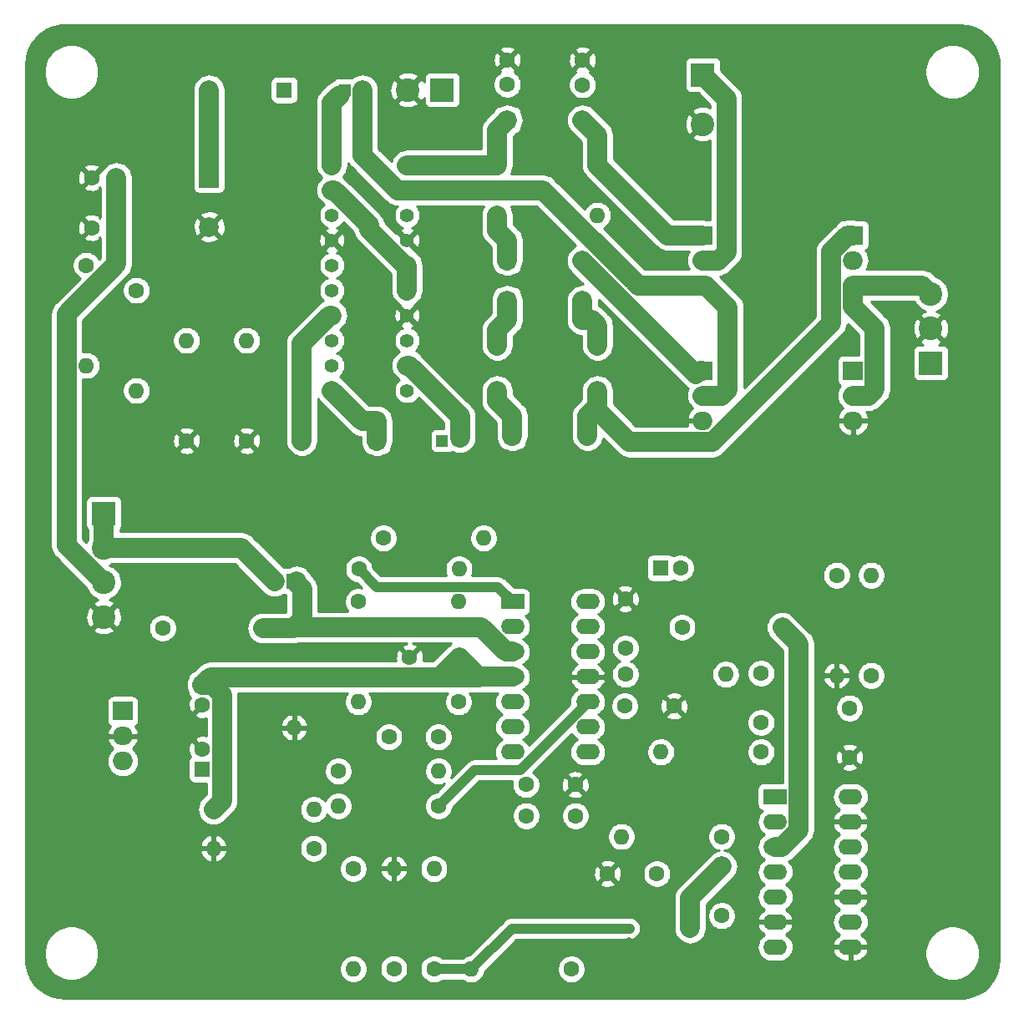
<source format=gbl>
G04 #@! TF.GenerationSoftware,KiCad,Pcbnew,(5.1.10-1-10_14)*
G04 #@! TF.CreationDate,2021-09-13T20:56:39+12:00*
G04 #@! TF.ProjectId,joint_pcb,6a6f696e-745f-4706-9362-2e6b69636164,rev?*
G04 #@! TF.SameCoordinates,Original*
G04 #@! TF.FileFunction,Copper,L2,Bot*
G04 #@! TF.FilePolarity,Positive*
%FSLAX46Y46*%
G04 Gerber Fmt 4.6, Leading zero omitted, Abs format (unit mm)*
G04 Created by KiCad (PCBNEW (5.1.10-1-10_14)) date 2021-09-13 20:56:39*
%MOMM*%
%LPD*%
G01*
G04 APERTURE LIST*
G04 #@! TA.AperFunction,ComponentPad*
%ADD10C,1.600000*%
G04 #@! TD*
G04 #@! TA.AperFunction,ComponentPad*
%ADD11R,1.600000X1.600000*%
G04 #@! TD*
G04 #@! TA.AperFunction,ComponentPad*
%ADD12R,2.400000X1.600000*%
G04 #@! TD*
G04 #@! TA.AperFunction,ComponentPad*
%ADD13O,2.400000X1.600000*%
G04 #@! TD*
G04 #@! TA.AperFunction,ComponentPad*
%ADD14R,2.000000X1.905000*%
G04 #@! TD*
G04 #@! TA.AperFunction,ComponentPad*
%ADD15O,2.000000X1.905000*%
G04 #@! TD*
G04 #@! TA.AperFunction,ComponentPad*
%ADD16O,1.600000X1.600000*%
G04 #@! TD*
G04 #@! TA.AperFunction,ComponentPad*
%ADD17C,2.400000*%
G04 #@! TD*
G04 #@! TA.AperFunction,ComponentPad*
%ADD18R,2.400000X2.400000*%
G04 #@! TD*
G04 #@! TA.AperFunction,ComponentPad*
%ADD19C,1.200000*%
G04 #@! TD*
G04 #@! TA.AperFunction,ComponentPad*
%ADD20R,1.200000X1.200000*%
G04 #@! TD*
G04 #@! TA.AperFunction,ComponentPad*
%ADD21C,2.000000*%
G04 #@! TD*
G04 #@! TA.AperFunction,ComponentPad*
%ADD22R,2.000000X2.000000*%
G04 #@! TD*
G04 #@! TA.AperFunction,ComponentPad*
%ADD23C,1.422400*%
G04 #@! TD*
G04 #@! TA.AperFunction,ComponentPad*
%ADD24R,1.422400X1.422400*%
G04 #@! TD*
G04 #@! TA.AperFunction,ViaPad*
%ADD25C,0.800000*%
G04 #@! TD*
G04 #@! TA.AperFunction,Conductor*
%ADD26C,2.032000*%
G04 #@! TD*
G04 #@! TA.AperFunction,Conductor*
%ADD27C,2.000000*%
G04 #@! TD*
G04 #@! TA.AperFunction,Conductor*
%ADD28C,1.000000*%
G04 #@! TD*
G04 #@! TA.AperFunction,Conductor*
%ADD29C,1.199800*%
G04 #@! TD*
G04 #@! TA.AperFunction,Conductor*
%ADD30C,1.904800*%
G04 #@! TD*
G04 #@! TA.AperFunction,Conductor*
%ADD31C,0.254000*%
G04 #@! TD*
G04 #@! TA.AperFunction,Conductor*
%ADD32C,0.100000*%
G04 #@! TD*
G04 APERTURE END LIST*
D10*
X89839800Y-117678200D03*
X94839800Y-117678200D03*
X103759000Y-125653800D03*
X108759000Y-125653800D03*
X127584200Y-116205000D03*
X127584200Y-111205000D03*
D11*
X80264000Y-101854000D03*
D10*
X78264000Y-101854000D03*
X119398800Y-100533200D03*
D11*
X117398800Y-100533200D03*
X70942200Y-112395000D03*
D10*
X70942200Y-114395000D03*
X70942200Y-118929400D03*
D11*
X70942200Y-120929400D03*
D10*
X136550400Y-119731800D03*
X136550400Y-114731800D03*
D12*
X129006600Y-123723400D03*
D13*
X136626600Y-138963400D03*
X129006600Y-126263400D03*
X136626600Y-136423400D03*
X129006600Y-128803400D03*
X136626600Y-133883400D03*
X129006600Y-131343400D03*
X136626600Y-131343400D03*
X129006600Y-133883400D03*
X136626600Y-128803400D03*
X129006600Y-136423400D03*
X136626600Y-126263400D03*
X129006600Y-138963400D03*
X136626600Y-123723400D03*
X110007400Y-103962200D03*
X102387400Y-119202200D03*
X110007400Y-106502200D03*
X102387400Y-116662200D03*
X110007400Y-109042200D03*
X102387400Y-114122200D03*
X110007400Y-111582200D03*
X102387400Y-111582200D03*
X110007400Y-114122200D03*
X102387400Y-109042200D03*
X110007400Y-116662200D03*
X102387400Y-106502200D03*
X110007400Y-119202200D03*
D12*
X102387400Y-103962200D03*
D14*
X62865000Y-115036600D03*
D15*
X62865000Y-117576600D03*
X62865000Y-120116600D03*
D16*
X129717800Y-106553000D03*
D10*
X119557800Y-106553000D03*
D16*
X99441000Y-97510600D03*
D10*
X89281000Y-97510600D03*
D16*
X96951800Y-100660200D03*
D10*
X86791800Y-100660200D03*
X86741000Y-103962200D03*
D16*
X96901000Y-103962200D03*
D10*
X113817400Y-111328200D03*
D16*
X123977400Y-111328200D03*
D10*
X103737400Y-122504200D03*
X108737400Y-122504200D03*
X113745000Y-114528600D03*
X118745000Y-114528600D03*
X113817400Y-103657400D03*
X113817400Y-108657400D03*
X123596400Y-135788400D03*
X123596400Y-130788400D03*
D16*
X77063600Y-106629200D03*
D10*
X66903600Y-106629200D03*
X96901000Y-114122200D03*
D16*
X86741000Y-114122200D03*
D10*
X80238600Y-106553000D03*
D16*
X80238600Y-116713000D03*
X138734800Y-101269800D03*
D10*
X138734800Y-111429800D03*
D16*
X94869000Y-121132600D03*
D10*
X84709000Y-121132600D03*
X94869000Y-124663200D03*
D16*
X84709000Y-124663200D03*
D10*
X127584200Y-119202200D03*
D16*
X117424200Y-119202200D03*
X135229600Y-111429800D03*
D10*
X135229600Y-101269800D03*
X123596400Y-127762000D03*
D16*
X113436400Y-127762000D03*
D10*
X94411800Y-141198600D03*
D16*
X94411800Y-131038600D03*
X98196400Y-141198600D03*
D10*
X108356400Y-141198600D03*
D16*
X86233000Y-141173200D03*
D10*
X86233000Y-131013200D03*
X90347800Y-141147800D03*
D16*
X90347800Y-130987800D03*
X82228001Y-124994401D03*
D10*
X72068001Y-124994401D03*
X82219800Y-128955800D03*
D16*
X72059800Y-128955800D03*
D10*
X96951800Y-109601000D03*
X91951800Y-109601000D03*
X117014000Y-131521200D03*
X112014000Y-131521200D03*
D17*
X60934600Y-105496000D03*
X60934600Y-101996000D03*
X60934600Y-98496000D03*
D18*
X60934600Y-94996000D03*
D17*
X91750000Y-52070000D03*
D18*
X95250000Y-52070000D03*
D17*
X144780000Y-72756000D03*
X144780000Y-76256000D03*
D18*
X144780000Y-79756000D03*
D16*
X110998000Y-82550000D03*
D10*
X100838000Y-82550000D03*
D16*
X110998000Y-77978000D03*
D10*
X100838000Y-77978000D03*
D16*
X110998000Y-64770000D03*
D10*
X100838000Y-64770000D03*
D16*
X110998000Y-59690000D03*
D10*
X100838000Y-59690000D03*
D16*
X69342000Y-77470000D03*
D10*
X69342000Y-87630000D03*
D16*
X75438000Y-77470000D03*
D10*
X75438000Y-87630000D03*
D16*
X64262000Y-82550000D03*
D10*
X64262000Y-72390000D03*
D16*
X59182000Y-80010000D03*
D10*
X59182000Y-69850000D03*
D15*
X136906000Y-85598000D03*
X136906000Y-83058000D03*
D14*
X136906000Y-80518000D03*
D15*
X136906000Y-71882000D03*
X136906000Y-69342000D03*
D14*
X136906000Y-66802000D03*
D15*
X121666000Y-85598000D03*
X121666000Y-83058000D03*
D14*
X121666000Y-80518000D03*
D15*
X121666000Y-71882000D03*
X121666000Y-69342000D03*
D14*
X121666000Y-66802000D03*
D16*
X109982000Y-87122000D03*
D11*
X102362000Y-87122000D03*
D16*
X109474000Y-73406000D03*
D11*
X101854000Y-73406000D03*
D16*
X109474000Y-69342000D03*
D11*
X101854000Y-69342000D03*
D16*
X109474000Y-55118000D03*
D11*
X101854000Y-55118000D03*
D16*
X71628000Y-52070000D03*
D11*
X79248000Y-52070000D03*
D16*
X81026000Y-87630000D03*
D11*
X88646000Y-87630000D03*
D10*
X109474000Y-49062000D03*
X109474000Y-51562000D03*
X101854000Y-49022000D03*
X101854000Y-51522000D03*
D17*
X121666000Y-55546000D03*
D18*
X121666000Y-50546000D03*
D19*
X86868000Y-52070000D03*
D20*
X85368000Y-52070000D03*
D19*
X96750000Y-87630000D03*
D20*
X95250000Y-87630000D03*
D21*
X71628000Y-65960000D03*
D22*
X71628000Y-60960000D03*
D10*
X59730000Y-60960000D03*
X62230000Y-60960000D03*
X59730000Y-66040000D03*
X62230000Y-66040000D03*
D23*
X91694000Y-59690000D03*
X91694000Y-62230000D03*
X91694000Y-64770000D03*
X91694000Y-67310000D03*
X91694000Y-69850000D03*
X91694000Y-72390000D03*
X91694000Y-74930000D03*
X91694000Y-77470000D03*
X91694000Y-80010000D03*
X91694000Y-82550000D03*
X84074000Y-82550000D03*
X84074000Y-80010000D03*
X84074000Y-77470000D03*
X84074000Y-74930000D03*
X84074000Y-72390000D03*
X84074000Y-69850000D03*
X84074000Y-67310000D03*
X84074000Y-64770000D03*
X84074000Y-62230000D03*
D24*
X84074000Y-59690000D03*
D25*
X114198400Y-138379200D03*
X120396000Y-137058400D03*
X114223800Y-137083800D03*
D26*
X60934600Y-94996000D02*
X60934600Y-98496000D01*
X60934600Y-98496000D02*
X74889999Y-98496000D01*
X74889999Y-98496000D02*
X78247999Y-101854000D01*
D27*
X61132600Y-101854000D02*
X60934600Y-102052000D01*
X94951799Y-111601001D02*
X96951800Y-109601000D01*
X90991799Y-111601001D02*
X94951799Y-111601001D01*
X98933000Y-111582200D02*
X102387400Y-111582200D01*
X96951800Y-109601000D02*
X98933000Y-111582200D01*
X98914199Y-111601001D02*
X98933000Y-111582200D01*
X94951799Y-111601001D02*
X98914199Y-111601001D01*
X72942201Y-124120201D02*
X72068001Y-124994401D01*
X72942201Y-113434999D02*
X72942201Y-124120201D01*
X71902201Y-112394999D02*
X72942201Y-113434999D01*
X70942200Y-112395000D02*
X71902201Y-112394999D01*
X71736199Y-111601001D02*
X90991799Y-111601001D01*
X70942200Y-112395000D02*
X71736199Y-111601001D01*
X81026000Y-87630000D02*
X81026000Y-77751200D01*
X81026000Y-77751200D02*
X83847200Y-74930000D01*
X83847200Y-74930000D02*
X84074000Y-74930000D01*
X71628000Y-60960000D02*
X71628000Y-52070000D01*
X91694000Y-69850000D02*
X91455900Y-69850000D01*
X91455900Y-69850000D02*
X87820500Y-66214600D01*
X87820500Y-66214600D02*
X87820500Y-65781500D01*
X87820500Y-65781500D02*
X84269000Y-62230000D01*
X84269000Y-62230000D02*
X84074000Y-62230000D01*
X91694000Y-72390000D02*
X91694000Y-69850000D01*
X62230000Y-63500000D02*
X62230000Y-60960000D01*
X62230000Y-66040000D02*
X62230000Y-63500000D01*
X62230000Y-69762002D02*
X62230000Y-66040000D01*
X57181999Y-74810003D02*
X62230000Y-69762002D01*
X57181999Y-98243399D02*
X57181999Y-74810003D01*
X60934600Y-101996000D02*
X57181999Y-98243399D01*
X101698959Y-109042200D02*
X102387400Y-109042200D01*
X99209759Y-106553000D02*
X101698959Y-109042200D01*
X80238600Y-106553000D02*
X99209759Y-106553000D01*
D28*
X80264000Y-106527600D02*
X80238600Y-106553000D01*
D27*
X80162400Y-106629200D02*
X80238600Y-106553000D01*
X77063600Y-106629200D02*
X80162400Y-106629200D01*
X88646000Y-87630000D02*
X88646000Y-85629700D01*
X84074000Y-82550000D02*
X87153700Y-85629700D01*
X87153700Y-85629700D02*
X88646000Y-85629700D01*
X81038599Y-102628599D02*
X80464008Y-102054008D01*
X81038599Y-105753001D02*
X81038599Y-102628599D01*
X80464008Y-102054008D02*
X80464008Y-101854000D01*
X80238600Y-106553000D02*
X81038599Y-105753001D01*
D28*
X98528001Y-121004199D02*
X94869000Y-124663200D01*
X103144067Y-121004199D02*
X98528001Y-121004199D01*
X110007400Y-114140866D02*
X103144067Y-121004199D01*
X110007400Y-114122200D02*
X110007400Y-114140866D01*
D27*
X131406610Y-127091831D02*
X129695041Y-128803400D01*
X131406610Y-108241810D02*
X131406610Y-127091831D01*
X129695041Y-128803400D02*
X129006600Y-128803400D01*
X129717800Y-106553000D02*
X131406610Y-108241810D01*
X120396000Y-133988800D02*
X123596400Y-130788400D01*
X120396000Y-137058400D02*
X120396000Y-133988800D01*
D28*
X94411800Y-141198600D02*
X98196400Y-141198600D01*
X102311200Y-137083800D02*
X114223800Y-137083800D01*
X98196400Y-141198600D02*
X102311200Y-137083800D01*
X100887399Y-102462199D02*
X102387400Y-103962200D01*
X88593799Y-102462199D02*
X100887399Y-102462199D01*
X86791800Y-100660200D02*
X88593799Y-102462199D01*
D27*
X136906000Y-71882000D02*
X136906000Y-74034800D01*
X139106300Y-76235100D02*
X136906000Y-74034800D01*
X136906000Y-71882000D02*
X143906000Y-71882000D01*
X143906000Y-71882000D02*
X144780000Y-72756000D01*
D29*
X97050400Y-87329600D02*
X96750000Y-87630000D01*
D27*
X91694000Y-80010000D02*
X91898000Y-80010000D01*
X91898000Y-80010000D02*
X97050400Y-85162400D01*
X97050400Y-85162400D02*
X97050400Y-87329600D01*
X138478502Y-83058000D02*
X136906000Y-83058000D01*
X139106300Y-82430202D02*
X138478502Y-83058000D01*
X139106300Y-76235100D02*
X139106300Y-82430202D01*
X114738600Y-71494900D02*
X110385400Y-67141700D01*
D26*
X123267302Y-83058000D02*
X121666000Y-83058000D01*
X124206000Y-82443301D02*
X123591301Y-83058000D01*
X124206000Y-74168000D02*
X124206000Y-82513300D01*
X121989999Y-71882000D02*
X124206000Y-74098001D01*
D27*
X105473700Y-62230000D02*
X110385400Y-67141700D01*
X91694000Y-62230000D02*
X105473700Y-62230000D01*
X87168001Y-58709789D02*
X87168001Y-52070000D01*
X90688212Y-62230000D02*
X87168001Y-58709789D01*
X91694000Y-62230000D02*
X90688212Y-62230000D01*
X115125700Y-71882000D02*
X114738600Y-71494900D01*
X121666000Y-71882000D02*
X115125700Y-71882000D01*
D29*
X84844900Y-52593100D02*
X85368000Y-52070000D01*
D27*
X84074000Y-59690000D02*
X84074000Y-53364000D01*
X84074000Y-53364000D02*
X84844900Y-52593100D01*
X123238502Y-69342000D02*
X121666000Y-69342000D01*
X124066001Y-68514501D02*
X123238502Y-69342000D01*
X124066001Y-52946001D02*
X124066001Y-68514501D01*
X121666000Y-50546000D02*
X124066001Y-52946001D01*
X110998000Y-56642000D02*
X109474000Y-55118000D01*
X110998000Y-59690000D02*
X110998000Y-56642000D01*
X118110000Y-66802000D02*
X110998000Y-59690000D01*
X121666000Y-66802000D02*
X118110000Y-66802000D01*
X101854000Y-55118000D02*
X100838000Y-56134000D01*
X100838000Y-56134000D02*
X100838000Y-59690000D01*
X91694000Y-59690000D02*
X100838000Y-59690000D01*
X120973500Y-80905100D02*
X109474000Y-69405600D01*
X109474000Y-69405600D02*
X109474000Y-69342000D01*
D30*
X120973500Y-80905100D02*
X120973900Y-80905100D01*
X120973900Y-80905100D02*
X121361000Y-80518000D01*
D27*
X121666000Y-80518000D02*
X121361000Y-80518000D01*
X101854000Y-69342000D02*
X101854000Y-67341700D01*
X101854000Y-67341700D02*
X100838000Y-66325700D01*
X100838000Y-66325700D02*
X100838000Y-64770000D01*
X109474000Y-73406000D02*
X109474000Y-75406300D01*
X110998000Y-77978000D02*
X110998000Y-75977700D01*
X109474000Y-75406300D02*
X110426600Y-75406300D01*
X110426600Y-75406300D02*
X110998000Y-75977700D01*
X101854000Y-73406000D02*
X101854000Y-75406300D01*
X101854000Y-75406300D02*
X100838000Y-76422300D01*
X100838000Y-76422300D02*
X100838000Y-77978000D01*
X122626400Y-87773300D02*
X114221000Y-87773300D01*
X114221000Y-87773300D02*
X110998000Y-84550300D01*
X110998000Y-82550000D02*
X110998000Y-84550300D01*
X109982000Y-87122000D02*
X109982000Y-85121700D01*
X109982000Y-85121700D02*
X110553400Y-84550300D01*
X110553400Y-84550300D02*
X110998000Y-84550300D01*
X136354392Y-66802000D02*
X136906000Y-66802000D01*
X134705990Y-68450402D02*
X136354392Y-66802000D01*
X134705990Y-75693710D02*
X134705990Y-68450402D01*
X122626400Y-87773300D02*
X134705990Y-75693710D01*
X102362000Y-87122000D02*
X102362000Y-85121700D01*
X102362000Y-85121700D02*
X100838000Y-83597700D01*
X100838000Y-83597700D02*
X100838000Y-82550000D01*
D31*
X148440857Y-45580691D02*
X149138341Y-45777402D01*
X149788302Y-46097927D01*
X150368972Y-46531533D01*
X150860896Y-47063695D01*
X151247604Y-47676591D01*
X151516145Y-48349694D01*
X151660071Y-49073255D01*
X151682001Y-49491711D01*
X151682000Y-140172944D01*
X151612909Y-140924853D01*
X151416198Y-141622341D01*
X151095670Y-142272307D01*
X150662067Y-142852972D01*
X150129908Y-143344895D01*
X149517010Y-143731604D01*
X148843906Y-144000145D01*
X148120338Y-144144072D01*
X147701909Y-144166000D01*
X57020656Y-144166000D01*
X56268747Y-144096909D01*
X55571259Y-143900198D01*
X54921293Y-143579670D01*
X54340628Y-143146067D01*
X53848705Y-142613908D01*
X53461996Y-142001010D01*
X53193455Y-141327906D01*
X53049528Y-140604338D01*
X53027600Y-140185909D01*
X53027600Y-139324101D01*
X54873000Y-139324101D01*
X54873000Y-139872699D01*
X54980026Y-140410754D01*
X55189965Y-140917592D01*
X55494750Y-141373734D01*
X55882666Y-141761650D01*
X56338808Y-142066435D01*
X56845646Y-142276374D01*
X57383701Y-142383400D01*
X57932299Y-142383400D01*
X58470354Y-142276374D01*
X58977192Y-142066435D01*
X59433334Y-141761650D01*
X59821250Y-141373734D01*
X60049680Y-141031865D01*
X84798000Y-141031865D01*
X84798000Y-141314535D01*
X84853147Y-141591774D01*
X84961320Y-141852927D01*
X85118363Y-142087959D01*
X85318241Y-142287837D01*
X85553273Y-142444880D01*
X85814426Y-142553053D01*
X86091665Y-142608200D01*
X86374335Y-142608200D01*
X86651574Y-142553053D01*
X86912727Y-142444880D01*
X87147759Y-142287837D01*
X87347637Y-142087959D01*
X87504680Y-141852927D01*
X87612853Y-141591774D01*
X87668000Y-141314535D01*
X87668000Y-141031865D01*
X87662948Y-141006465D01*
X88912800Y-141006465D01*
X88912800Y-141289135D01*
X88967947Y-141566374D01*
X89076120Y-141827527D01*
X89233163Y-142062559D01*
X89433041Y-142262437D01*
X89668073Y-142419480D01*
X89929226Y-142527653D01*
X90206465Y-142582800D01*
X90489135Y-142582800D01*
X90766374Y-142527653D01*
X91027527Y-142419480D01*
X91262559Y-142262437D01*
X91462437Y-142062559D01*
X91619480Y-141827527D01*
X91727653Y-141566374D01*
X91782800Y-141289135D01*
X91782800Y-141057265D01*
X92976800Y-141057265D01*
X92976800Y-141339935D01*
X93031947Y-141617174D01*
X93140120Y-141878327D01*
X93297163Y-142113359D01*
X93497041Y-142313237D01*
X93732073Y-142470280D01*
X93993226Y-142578453D01*
X94270465Y-142633600D01*
X94553135Y-142633600D01*
X94830374Y-142578453D01*
X95091527Y-142470280D01*
X95296084Y-142333600D01*
X97312116Y-142333600D01*
X97516673Y-142470280D01*
X97777826Y-142578453D01*
X98055065Y-142633600D01*
X98337735Y-142633600D01*
X98614974Y-142578453D01*
X98876127Y-142470280D01*
X99111159Y-142313237D01*
X99311037Y-142113359D01*
X99468080Y-141878327D01*
X99576253Y-141617174D01*
X99624250Y-141375881D01*
X99942866Y-141057265D01*
X106921400Y-141057265D01*
X106921400Y-141339935D01*
X106976547Y-141617174D01*
X107084720Y-141878327D01*
X107241763Y-142113359D01*
X107441641Y-142313237D01*
X107676673Y-142470280D01*
X107937826Y-142578453D01*
X108215065Y-142633600D01*
X108497735Y-142633600D01*
X108774974Y-142578453D01*
X109036127Y-142470280D01*
X109271159Y-142313237D01*
X109471037Y-142113359D01*
X109628080Y-141878327D01*
X109736253Y-141617174D01*
X109791400Y-141339935D01*
X109791400Y-141057265D01*
X109736253Y-140780026D01*
X109628080Y-140518873D01*
X109471037Y-140283841D01*
X109271159Y-140083963D01*
X109036127Y-139926920D01*
X108774974Y-139818747D01*
X108497735Y-139763600D01*
X108215065Y-139763600D01*
X107937826Y-139818747D01*
X107676673Y-139926920D01*
X107441641Y-140083963D01*
X107241763Y-140283841D01*
X107084720Y-140518873D01*
X106976547Y-140780026D01*
X106921400Y-141057265D01*
X99942866Y-141057265D01*
X102036731Y-138963400D01*
X127164657Y-138963400D01*
X127192364Y-139244709D01*
X127274418Y-139515208D01*
X127407668Y-139764501D01*
X127586992Y-139983008D01*
X127805499Y-140162332D01*
X128054792Y-140295582D01*
X128325291Y-140377636D01*
X128536108Y-140398400D01*
X129477092Y-140398400D01*
X129687909Y-140377636D01*
X129958408Y-140295582D01*
X130207701Y-140162332D01*
X130426208Y-139983008D01*
X130605532Y-139764501D01*
X130738782Y-139515208D01*
X130800290Y-139312439D01*
X134834696Y-139312439D01*
X134852233Y-139395218D01*
X134962885Y-139655046D01*
X135122100Y-139888295D01*
X135323761Y-140086001D01*
X135560117Y-140240566D01*
X135822086Y-140346050D01*
X136099600Y-140398400D01*
X136499600Y-140398400D01*
X136499600Y-139090400D01*
X136753600Y-139090400D01*
X136753600Y-140398400D01*
X137153600Y-140398400D01*
X137431114Y-140346050D01*
X137693083Y-140240566D01*
X137929439Y-140086001D01*
X138131100Y-139888295D01*
X138290315Y-139655046D01*
X138400967Y-139395218D01*
X138416033Y-139324101D01*
X144179400Y-139324101D01*
X144179400Y-139872699D01*
X144286426Y-140410754D01*
X144496365Y-140917592D01*
X144801150Y-141373734D01*
X145189066Y-141761650D01*
X145645208Y-142066435D01*
X146152046Y-142276374D01*
X146690101Y-142383400D01*
X147238699Y-142383400D01*
X147776754Y-142276374D01*
X148283592Y-142066435D01*
X148739734Y-141761650D01*
X149127650Y-141373734D01*
X149432435Y-140917592D01*
X149642374Y-140410754D01*
X149749400Y-139872699D01*
X149749400Y-139324101D01*
X149642374Y-138786046D01*
X149432435Y-138279208D01*
X149127650Y-137823066D01*
X148739734Y-137435150D01*
X148283592Y-137130365D01*
X147776754Y-136920426D01*
X147238699Y-136813400D01*
X146690101Y-136813400D01*
X146152046Y-136920426D01*
X145645208Y-137130365D01*
X145189066Y-137435150D01*
X144801150Y-137823066D01*
X144496365Y-138279208D01*
X144286426Y-138786046D01*
X144179400Y-139324101D01*
X138416033Y-139324101D01*
X138418504Y-139312439D01*
X138296515Y-139090400D01*
X136753600Y-139090400D01*
X136499600Y-139090400D01*
X134956685Y-139090400D01*
X134834696Y-139312439D01*
X130800290Y-139312439D01*
X130820836Y-139244709D01*
X130848543Y-138963400D01*
X130820836Y-138682091D01*
X130738782Y-138411592D01*
X130605532Y-138162299D01*
X130426208Y-137943792D01*
X130207701Y-137764468D01*
X130079859Y-137696135D01*
X130309439Y-137546001D01*
X130511100Y-137348295D01*
X130670315Y-137115046D01*
X130780967Y-136855218D01*
X130798504Y-136772439D01*
X130676515Y-136550400D01*
X129133600Y-136550400D01*
X129133600Y-136570400D01*
X128879600Y-136570400D01*
X128879600Y-136550400D01*
X127336685Y-136550400D01*
X127214696Y-136772439D01*
X127232233Y-136855218D01*
X127342885Y-137115046D01*
X127502100Y-137348295D01*
X127703761Y-137546001D01*
X127933341Y-137696135D01*
X127805499Y-137764468D01*
X127586992Y-137943792D01*
X127407668Y-138162299D01*
X127274418Y-138411592D01*
X127192364Y-138682091D01*
X127164657Y-138963400D01*
X102036731Y-138963400D01*
X102781332Y-138218800D01*
X114279552Y-138218800D01*
X114446299Y-138202377D01*
X114660247Y-138137476D01*
X114857423Y-138032084D01*
X115030249Y-137890249D01*
X115172084Y-137717423D01*
X115277476Y-137520247D01*
X115342377Y-137306299D01*
X115364291Y-137083800D01*
X115342377Y-136861301D01*
X115277476Y-136647353D01*
X115172084Y-136450177D01*
X115030249Y-136277351D01*
X114857423Y-136135516D01*
X114660247Y-136030124D01*
X114446299Y-135965223D01*
X114279552Y-135948800D01*
X102366951Y-135948800D01*
X102311200Y-135943309D01*
X102255448Y-135948800D01*
X102088701Y-135965223D01*
X101874753Y-136030124D01*
X101677577Y-136135516D01*
X101504751Y-136277351D01*
X101469209Y-136320659D01*
X98019119Y-139770750D01*
X97777826Y-139818747D01*
X97516673Y-139926920D01*
X97312116Y-140063600D01*
X95296084Y-140063600D01*
X95091527Y-139926920D01*
X94830374Y-139818747D01*
X94553135Y-139763600D01*
X94270465Y-139763600D01*
X93993226Y-139818747D01*
X93732073Y-139926920D01*
X93497041Y-140083963D01*
X93297163Y-140283841D01*
X93140120Y-140518873D01*
X93031947Y-140780026D01*
X92976800Y-141057265D01*
X91782800Y-141057265D01*
X91782800Y-141006465D01*
X91727653Y-140729226D01*
X91619480Y-140468073D01*
X91462437Y-140233041D01*
X91262559Y-140033163D01*
X91027527Y-139876120D01*
X90766374Y-139767947D01*
X90489135Y-139712800D01*
X90206465Y-139712800D01*
X89929226Y-139767947D01*
X89668073Y-139876120D01*
X89433041Y-140033163D01*
X89233163Y-140233041D01*
X89076120Y-140468073D01*
X88967947Y-140729226D01*
X88912800Y-141006465D01*
X87662948Y-141006465D01*
X87612853Y-140754626D01*
X87504680Y-140493473D01*
X87347637Y-140258441D01*
X87147759Y-140058563D01*
X86912727Y-139901520D01*
X86651574Y-139793347D01*
X86374335Y-139738200D01*
X86091665Y-139738200D01*
X85814426Y-139793347D01*
X85553273Y-139901520D01*
X85318241Y-140058563D01*
X85118363Y-140258441D01*
X84961320Y-140493473D01*
X84853147Y-140754626D01*
X84798000Y-141031865D01*
X60049680Y-141031865D01*
X60126035Y-140917592D01*
X60335974Y-140410754D01*
X60443000Y-139872699D01*
X60443000Y-139324101D01*
X60335974Y-138786046D01*
X60126035Y-138279208D01*
X59821250Y-137823066D01*
X59433334Y-137435150D01*
X58977192Y-137130365D01*
X58470354Y-136920426D01*
X57932299Y-136813400D01*
X57383701Y-136813400D01*
X56845646Y-136920426D01*
X56338808Y-137130365D01*
X55882666Y-137435150D01*
X55494750Y-137823066D01*
X55189965Y-138279208D01*
X54980026Y-138786046D01*
X54873000Y-139324101D01*
X53027600Y-139324101D01*
X53027600Y-133988800D01*
X118753089Y-133988800D01*
X118761001Y-134069129D01*
X118761000Y-137138721D01*
X118784657Y-137378915D01*
X118878148Y-137687114D01*
X119029969Y-137971151D01*
X119234286Y-138220114D01*
X119483248Y-138424431D01*
X119767285Y-138576252D01*
X120075484Y-138669743D01*
X120396000Y-138701311D01*
X120716515Y-138669743D01*
X121024714Y-138576252D01*
X121308751Y-138424431D01*
X121557714Y-138220114D01*
X121762031Y-137971152D01*
X121913852Y-137687115D01*
X122007343Y-137378916D01*
X122031000Y-137138722D01*
X122031000Y-135647065D01*
X122161400Y-135647065D01*
X122161400Y-135929735D01*
X122216547Y-136206974D01*
X122324720Y-136468127D01*
X122481763Y-136703159D01*
X122681641Y-136903037D01*
X122916673Y-137060080D01*
X123177826Y-137168253D01*
X123455065Y-137223400D01*
X123737735Y-137223400D01*
X124014974Y-137168253D01*
X124276127Y-137060080D01*
X124511159Y-136903037D01*
X124711037Y-136703159D01*
X124868080Y-136468127D01*
X124886606Y-136423400D01*
X134784657Y-136423400D01*
X134812364Y-136704709D01*
X134894418Y-136975208D01*
X135027668Y-137224501D01*
X135206992Y-137443008D01*
X135425499Y-137622332D01*
X135553341Y-137690665D01*
X135323761Y-137840799D01*
X135122100Y-138038505D01*
X134962885Y-138271754D01*
X134852233Y-138531582D01*
X134834696Y-138614361D01*
X134956685Y-138836400D01*
X136499600Y-138836400D01*
X136499600Y-138816400D01*
X136753600Y-138816400D01*
X136753600Y-138836400D01*
X138296515Y-138836400D01*
X138418504Y-138614361D01*
X138400967Y-138531582D01*
X138290315Y-138271754D01*
X138131100Y-138038505D01*
X137929439Y-137840799D01*
X137699859Y-137690665D01*
X137827701Y-137622332D01*
X138046208Y-137443008D01*
X138225532Y-137224501D01*
X138358782Y-136975208D01*
X138440836Y-136704709D01*
X138468543Y-136423400D01*
X138440836Y-136142091D01*
X138358782Y-135871592D01*
X138225532Y-135622299D01*
X138046208Y-135403792D01*
X137827701Y-135224468D01*
X137699859Y-135156135D01*
X137929439Y-135006001D01*
X138131100Y-134808295D01*
X138290315Y-134575046D01*
X138400967Y-134315218D01*
X138418504Y-134232439D01*
X138296515Y-134010400D01*
X136753600Y-134010400D01*
X136753600Y-134030400D01*
X136499600Y-134030400D01*
X136499600Y-134010400D01*
X134956685Y-134010400D01*
X134834696Y-134232439D01*
X134852233Y-134315218D01*
X134962885Y-134575046D01*
X135122100Y-134808295D01*
X135323761Y-135006001D01*
X135553341Y-135156135D01*
X135425499Y-135224468D01*
X135206992Y-135403792D01*
X135027668Y-135622299D01*
X134894418Y-135871592D01*
X134812364Y-136142091D01*
X134784657Y-136423400D01*
X124886606Y-136423400D01*
X124976253Y-136206974D01*
X125031400Y-135929735D01*
X125031400Y-135647065D01*
X124976253Y-135369826D01*
X124868080Y-135108673D01*
X124711037Y-134873641D01*
X124511159Y-134673763D01*
X124276127Y-134516720D01*
X124014974Y-134408547D01*
X123737735Y-134353400D01*
X123455065Y-134353400D01*
X123177826Y-134408547D01*
X122916673Y-134516720D01*
X122681641Y-134673763D01*
X122481763Y-134873641D01*
X122324720Y-135108673D01*
X122216547Y-135369826D01*
X122161400Y-135647065D01*
X122031000Y-135647065D01*
X122031000Y-134666038D01*
X124809315Y-131887724D01*
X124962430Y-131701153D01*
X125114252Y-131417115D01*
X125207742Y-131108917D01*
X125239311Y-130788401D01*
X125207742Y-130467884D01*
X125114252Y-130159686D01*
X124962430Y-129875648D01*
X124758113Y-129626687D01*
X124509152Y-129422370D01*
X124225114Y-129270548D01*
X123916916Y-129177058D01*
X123864127Y-129171859D01*
X124014974Y-129141853D01*
X124276127Y-129033680D01*
X124511159Y-128876637D01*
X124711037Y-128676759D01*
X124868080Y-128441727D01*
X124976253Y-128180574D01*
X125031400Y-127903335D01*
X125031400Y-127620665D01*
X124976253Y-127343426D01*
X124868080Y-127082273D01*
X124711037Y-126847241D01*
X124511159Y-126647363D01*
X124276127Y-126490320D01*
X124014974Y-126382147D01*
X123737735Y-126327000D01*
X123455065Y-126327000D01*
X123177826Y-126382147D01*
X122916673Y-126490320D01*
X122681641Y-126647363D01*
X122481763Y-126847241D01*
X122324720Y-127082273D01*
X122216547Y-127343426D01*
X122161400Y-127620665D01*
X122161400Y-127903335D01*
X122216547Y-128180574D01*
X122324720Y-128441727D01*
X122481763Y-128676759D01*
X122681641Y-128876637D01*
X122916673Y-129033680D01*
X123177826Y-129141853D01*
X123328672Y-129171859D01*
X123275883Y-129177058D01*
X122967685Y-129270548D01*
X122683647Y-129422370D01*
X122497076Y-129575485D01*
X119296682Y-132775880D01*
X119234287Y-132827086D01*
X119126435Y-132958505D01*
X119029970Y-133076048D01*
X118878148Y-133360086D01*
X118784658Y-133668284D01*
X118753089Y-133988800D01*
X53027600Y-133988800D01*
X53027600Y-132513902D01*
X111200903Y-132513902D01*
X111272486Y-132757871D01*
X111527996Y-132878771D01*
X111802184Y-132947500D01*
X112084512Y-132961417D01*
X112364130Y-132919987D01*
X112630292Y-132824803D01*
X112755514Y-132757871D01*
X112827097Y-132513902D01*
X112014000Y-131700805D01*
X111200903Y-132513902D01*
X53027600Y-132513902D01*
X53027600Y-130871865D01*
X84798000Y-130871865D01*
X84798000Y-131154535D01*
X84853147Y-131431774D01*
X84961320Y-131692927D01*
X85118363Y-131927959D01*
X85318241Y-132127837D01*
X85553273Y-132284880D01*
X85814426Y-132393053D01*
X86091665Y-132448200D01*
X86374335Y-132448200D01*
X86651574Y-132393053D01*
X86912727Y-132284880D01*
X87147759Y-132127837D01*
X87347637Y-131927959D01*
X87504680Y-131692927D01*
X87612853Y-131431774D01*
X87631736Y-131336840D01*
X88955891Y-131336840D01*
X89050730Y-131601681D01*
X89195415Y-131842931D01*
X89384386Y-132051319D01*
X89610380Y-132218837D01*
X89864713Y-132339046D01*
X89998761Y-132379704D01*
X90220800Y-132257715D01*
X90220800Y-131114800D01*
X90474800Y-131114800D01*
X90474800Y-132257715D01*
X90696839Y-132379704D01*
X90830887Y-132339046D01*
X91085220Y-132218837D01*
X91311214Y-132051319D01*
X91500185Y-131842931D01*
X91644870Y-131601681D01*
X91739709Y-131336840D01*
X91618424Y-131114800D01*
X90474800Y-131114800D01*
X90220800Y-131114800D01*
X89077176Y-131114800D01*
X88955891Y-131336840D01*
X87631736Y-131336840D01*
X87668000Y-131154535D01*
X87668000Y-130897265D01*
X92976800Y-130897265D01*
X92976800Y-131179935D01*
X93031947Y-131457174D01*
X93140120Y-131718327D01*
X93297163Y-131953359D01*
X93497041Y-132153237D01*
X93732073Y-132310280D01*
X93993226Y-132418453D01*
X94270465Y-132473600D01*
X94553135Y-132473600D01*
X94830374Y-132418453D01*
X95091527Y-132310280D01*
X95326559Y-132153237D01*
X95526437Y-131953359D01*
X95683480Y-131718327D01*
X95735925Y-131591712D01*
X110573783Y-131591712D01*
X110615213Y-131871330D01*
X110710397Y-132137492D01*
X110777329Y-132262714D01*
X111021298Y-132334297D01*
X111834395Y-131521200D01*
X112193605Y-131521200D01*
X113006702Y-132334297D01*
X113250671Y-132262714D01*
X113371571Y-132007204D01*
X113440300Y-131733016D01*
X113454217Y-131450688D01*
X113443724Y-131379865D01*
X115579000Y-131379865D01*
X115579000Y-131662535D01*
X115634147Y-131939774D01*
X115742320Y-132200927D01*
X115899363Y-132435959D01*
X116099241Y-132635837D01*
X116334273Y-132792880D01*
X116595426Y-132901053D01*
X116872665Y-132956200D01*
X117155335Y-132956200D01*
X117432574Y-132901053D01*
X117693727Y-132792880D01*
X117928759Y-132635837D01*
X118128637Y-132435959D01*
X118285680Y-132200927D01*
X118393853Y-131939774D01*
X118449000Y-131662535D01*
X118449000Y-131379865D01*
X118393853Y-131102626D01*
X118285680Y-130841473D01*
X118128637Y-130606441D01*
X117928759Y-130406563D01*
X117693727Y-130249520D01*
X117432574Y-130141347D01*
X117155335Y-130086200D01*
X116872665Y-130086200D01*
X116595426Y-130141347D01*
X116334273Y-130249520D01*
X116099241Y-130406563D01*
X115899363Y-130606441D01*
X115742320Y-130841473D01*
X115634147Y-131102626D01*
X115579000Y-131379865D01*
X113443724Y-131379865D01*
X113412787Y-131171070D01*
X113317603Y-130904908D01*
X113250671Y-130779686D01*
X113006702Y-130708103D01*
X112193605Y-131521200D01*
X111834395Y-131521200D01*
X111021298Y-130708103D01*
X110777329Y-130779686D01*
X110656429Y-131035196D01*
X110587700Y-131309384D01*
X110573783Y-131591712D01*
X95735925Y-131591712D01*
X95791653Y-131457174D01*
X95846800Y-131179935D01*
X95846800Y-130897265D01*
X95791653Y-130620026D01*
X95753741Y-130528498D01*
X111200903Y-130528498D01*
X112014000Y-131341595D01*
X112827097Y-130528498D01*
X112755514Y-130284529D01*
X112500004Y-130163629D01*
X112225816Y-130094900D01*
X111943488Y-130080983D01*
X111663870Y-130122413D01*
X111397708Y-130217597D01*
X111272486Y-130284529D01*
X111200903Y-130528498D01*
X95753741Y-130528498D01*
X95683480Y-130358873D01*
X95526437Y-130123841D01*
X95326559Y-129923963D01*
X95091527Y-129766920D01*
X94830374Y-129658747D01*
X94553135Y-129603600D01*
X94270465Y-129603600D01*
X93993226Y-129658747D01*
X93732073Y-129766920D01*
X93497041Y-129923963D01*
X93297163Y-130123841D01*
X93140120Y-130358873D01*
X93031947Y-130620026D01*
X92976800Y-130897265D01*
X87668000Y-130897265D01*
X87668000Y-130871865D01*
X87621632Y-130638760D01*
X88955891Y-130638760D01*
X89077176Y-130860800D01*
X90220800Y-130860800D01*
X90220800Y-129717885D01*
X90474800Y-129717885D01*
X90474800Y-130860800D01*
X91618424Y-130860800D01*
X91739709Y-130638760D01*
X91644870Y-130373919D01*
X91500185Y-130132669D01*
X91311214Y-129924281D01*
X91085220Y-129756763D01*
X90830887Y-129636554D01*
X90696839Y-129595896D01*
X90474800Y-129717885D01*
X90220800Y-129717885D01*
X89998761Y-129595896D01*
X89864713Y-129636554D01*
X89610380Y-129756763D01*
X89384386Y-129924281D01*
X89195415Y-130132669D01*
X89050730Y-130373919D01*
X88955891Y-130638760D01*
X87621632Y-130638760D01*
X87612853Y-130594626D01*
X87504680Y-130333473D01*
X87347637Y-130098441D01*
X87147759Y-129898563D01*
X86912727Y-129741520D01*
X86651574Y-129633347D01*
X86374335Y-129578200D01*
X86091665Y-129578200D01*
X85814426Y-129633347D01*
X85553273Y-129741520D01*
X85318241Y-129898563D01*
X85118363Y-130098441D01*
X84961320Y-130333473D01*
X84853147Y-130594626D01*
X84798000Y-130871865D01*
X53027600Y-130871865D01*
X53027600Y-129304839D01*
X70667896Y-129304839D01*
X70708554Y-129438887D01*
X70828763Y-129693220D01*
X70996281Y-129919214D01*
X71204669Y-130108185D01*
X71445919Y-130252870D01*
X71710760Y-130347709D01*
X71932800Y-130226424D01*
X71932800Y-129082800D01*
X72186800Y-129082800D01*
X72186800Y-130226424D01*
X72408840Y-130347709D01*
X72673681Y-130252870D01*
X72914931Y-130108185D01*
X73123319Y-129919214D01*
X73290837Y-129693220D01*
X73411046Y-129438887D01*
X73451704Y-129304839D01*
X73329715Y-129082800D01*
X72186800Y-129082800D01*
X71932800Y-129082800D01*
X70789885Y-129082800D01*
X70667896Y-129304839D01*
X53027600Y-129304839D01*
X53027600Y-128606761D01*
X70667896Y-128606761D01*
X70789885Y-128828800D01*
X71932800Y-128828800D01*
X71932800Y-127685176D01*
X72186800Y-127685176D01*
X72186800Y-128828800D01*
X73329715Y-128828800D01*
X73337590Y-128814465D01*
X80784800Y-128814465D01*
X80784800Y-129097135D01*
X80839947Y-129374374D01*
X80948120Y-129635527D01*
X81105163Y-129870559D01*
X81305041Y-130070437D01*
X81540073Y-130227480D01*
X81801226Y-130335653D01*
X82078465Y-130390800D01*
X82361135Y-130390800D01*
X82638374Y-130335653D01*
X82899527Y-130227480D01*
X83134559Y-130070437D01*
X83334437Y-129870559D01*
X83491480Y-129635527D01*
X83599653Y-129374374D01*
X83654800Y-129097135D01*
X83654800Y-128814465D01*
X83599653Y-128537226D01*
X83491480Y-128276073D01*
X83334437Y-128041041D01*
X83134559Y-127841163D01*
X82899527Y-127684120D01*
X82746333Y-127620665D01*
X112001400Y-127620665D01*
X112001400Y-127903335D01*
X112056547Y-128180574D01*
X112164720Y-128441727D01*
X112321763Y-128676759D01*
X112521641Y-128876637D01*
X112756673Y-129033680D01*
X113017826Y-129141853D01*
X113295065Y-129197000D01*
X113577735Y-129197000D01*
X113854974Y-129141853D01*
X114116127Y-129033680D01*
X114351159Y-128876637D01*
X114551037Y-128676759D01*
X114708080Y-128441727D01*
X114816253Y-128180574D01*
X114871400Y-127903335D01*
X114871400Y-127620665D01*
X114816253Y-127343426D01*
X114708080Y-127082273D01*
X114551037Y-126847241D01*
X114351159Y-126647363D01*
X114116127Y-126490320D01*
X113854974Y-126382147D01*
X113577735Y-126327000D01*
X113295065Y-126327000D01*
X113017826Y-126382147D01*
X112756673Y-126490320D01*
X112521641Y-126647363D01*
X112321763Y-126847241D01*
X112164720Y-127082273D01*
X112056547Y-127343426D01*
X112001400Y-127620665D01*
X82746333Y-127620665D01*
X82638374Y-127575947D01*
X82361135Y-127520800D01*
X82078465Y-127520800D01*
X81801226Y-127575947D01*
X81540073Y-127684120D01*
X81305041Y-127841163D01*
X81105163Y-128041041D01*
X80948120Y-128276073D01*
X80839947Y-128537226D01*
X80784800Y-128814465D01*
X73337590Y-128814465D01*
X73451704Y-128606761D01*
X73411046Y-128472713D01*
X73290837Y-128218380D01*
X73123319Y-127992386D01*
X72914931Y-127803415D01*
X72673681Y-127658730D01*
X72408840Y-127563891D01*
X72186800Y-127685176D01*
X71932800Y-127685176D01*
X71710760Y-127563891D01*
X71445919Y-127658730D01*
X71204669Y-127803415D01*
X70996281Y-127992386D01*
X70828763Y-128218380D01*
X70708554Y-128472713D01*
X70667896Y-128606761D01*
X53027600Y-128606761D01*
X53027600Y-120116600D01*
X61222319Y-120116600D01*
X61252970Y-120427804D01*
X61343745Y-120727049D01*
X61491155Y-121002835D01*
X61689537Y-121244563D01*
X61931265Y-121442945D01*
X62207051Y-121590355D01*
X62506296Y-121681130D01*
X62739514Y-121704100D01*
X62990486Y-121704100D01*
X63223704Y-121681130D01*
X63522949Y-121590355D01*
X63798735Y-121442945D01*
X64040463Y-121244563D01*
X64238845Y-121002835D01*
X64386255Y-120727049D01*
X64477030Y-120427804D01*
X64507681Y-120116600D01*
X64477030Y-119805396D01*
X64386255Y-119506151D01*
X64238845Y-119230365D01*
X64040463Y-118988637D01*
X63861101Y-118841437D01*
X64046315Y-118686037D01*
X64240969Y-118443523D01*
X64384571Y-118167694D01*
X64455563Y-117949580D01*
X64335594Y-117703600D01*
X62992000Y-117703600D01*
X62992000Y-117723600D01*
X62738000Y-117723600D01*
X62738000Y-117703600D01*
X61394406Y-117703600D01*
X61274437Y-117949580D01*
X61345429Y-118167694D01*
X61489031Y-118443523D01*
X61683685Y-118686037D01*
X61868899Y-118841437D01*
X61689537Y-118988637D01*
X61491155Y-119230365D01*
X61343745Y-119506151D01*
X61252970Y-119805396D01*
X61222319Y-120116600D01*
X53027600Y-120116600D01*
X53027600Y-114084100D01*
X61226928Y-114084100D01*
X61226928Y-115989100D01*
X61239188Y-116113582D01*
X61275498Y-116233280D01*
X61334463Y-116343594D01*
X61413815Y-116440285D01*
X61510506Y-116519637D01*
X61602219Y-116568659D01*
X61489031Y-116709677D01*
X61345429Y-116985506D01*
X61274437Y-117203620D01*
X61394406Y-117449600D01*
X62738000Y-117449600D01*
X62738000Y-117429600D01*
X62992000Y-117429600D01*
X62992000Y-117449600D01*
X64335594Y-117449600D01*
X64455563Y-117203620D01*
X64384571Y-116985506D01*
X64240969Y-116709677D01*
X64127781Y-116568659D01*
X64219494Y-116519637D01*
X64316185Y-116440285D01*
X64395537Y-116343594D01*
X64454502Y-116233280D01*
X64490812Y-116113582D01*
X64503072Y-115989100D01*
X64503072Y-114084100D01*
X64490812Y-113959618D01*
X64454502Y-113839920D01*
X64395537Y-113729606D01*
X64316185Y-113632915D01*
X64219494Y-113553563D01*
X64109180Y-113494598D01*
X63989482Y-113458288D01*
X63865000Y-113446028D01*
X61865000Y-113446028D01*
X61740518Y-113458288D01*
X61620820Y-113494598D01*
X61510506Y-113553563D01*
X61413815Y-113632915D01*
X61334463Y-113729606D01*
X61275498Y-113839920D01*
X61239188Y-113959618D01*
X61226928Y-114084100D01*
X53027600Y-114084100D01*
X53027600Y-106773980D01*
X59836226Y-106773980D01*
X59956114Y-107058836D01*
X60279810Y-107219699D01*
X60628669Y-107314322D01*
X60989284Y-107339067D01*
X61347798Y-107292985D01*
X61690433Y-107177846D01*
X61913086Y-107058836D01*
X62032974Y-106773980D01*
X60934600Y-105675605D01*
X59836226Y-106773980D01*
X53027600Y-106773980D01*
X53027600Y-105550684D01*
X59091533Y-105550684D01*
X59137615Y-105909198D01*
X59252754Y-106251833D01*
X59371764Y-106474486D01*
X59656620Y-106594374D01*
X60754995Y-105496000D01*
X61114205Y-105496000D01*
X62212580Y-106594374D01*
X62465647Y-106487865D01*
X65468600Y-106487865D01*
X65468600Y-106770535D01*
X65523747Y-107047774D01*
X65631920Y-107308927D01*
X65788963Y-107543959D01*
X65988841Y-107743837D01*
X66223873Y-107900880D01*
X66485026Y-108009053D01*
X66762265Y-108064200D01*
X67044935Y-108064200D01*
X67322174Y-108009053D01*
X67583327Y-107900880D01*
X67818359Y-107743837D01*
X68018237Y-107543959D01*
X68175280Y-107308927D01*
X68283453Y-107047774D01*
X68338600Y-106770535D01*
X68338600Y-106487865D01*
X68283453Y-106210626D01*
X68175280Y-105949473D01*
X68018237Y-105714441D01*
X67818359Y-105514563D01*
X67583327Y-105357520D01*
X67322174Y-105249347D01*
X67044935Y-105194200D01*
X66762265Y-105194200D01*
X66485026Y-105249347D01*
X66223873Y-105357520D01*
X65988841Y-105514563D01*
X65788963Y-105714441D01*
X65631920Y-105949473D01*
X65523747Y-106210626D01*
X65468600Y-106487865D01*
X62465647Y-106487865D01*
X62497436Y-106474486D01*
X62658299Y-106150790D01*
X62752922Y-105801931D01*
X62777667Y-105441316D01*
X62731585Y-105082802D01*
X62616446Y-104740167D01*
X62497436Y-104517514D01*
X62212580Y-104397626D01*
X61114205Y-105496000D01*
X60754995Y-105496000D01*
X59656620Y-104397626D01*
X59371764Y-104517514D01*
X59210901Y-104841210D01*
X59116278Y-105190069D01*
X59091533Y-105550684D01*
X53027600Y-105550684D01*
X53027600Y-74810003D01*
X55539088Y-74810003D01*
X55547000Y-74890332D01*
X55546999Y-98163080D01*
X55539088Y-98243399D01*
X55546999Y-98323718D01*
X55546999Y-98323720D01*
X55570656Y-98563914D01*
X55664147Y-98872113D01*
X55815968Y-99156150D01*
X56020285Y-99405113D01*
X56082686Y-99456324D01*
X59178962Y-102552600D01*
X59308444Y-102865199D01*
X59509262Y-103165744D01*
X59764856Y-103421338D01*
X60065401Y-103622156D01*
X60372089Y-103749190D01*
X60178767Y-103814154D01*
X59956114Y-103933164D01*
X59836226Y-104218020D01*
X60934600Y-105316395D01*
X62032974Y-104218020D01*
X61913086Y-103933164D01*
X61589390Y-103772301D01*
X61499910Y-103748031D01*
X61803799Y-103622156D01*
X62104344Y-103421338D01*
X62359938Y-103165744D01*
X62560756Y-102865199D01*
X62699082Y-102531250D01*
X62769600Y-102176732D01*
X62769600Y-101914014D01*
X62775511Y-101854001D01*
X62743942Y-101533484D01*
X62650451Y-101225286D01*
X62498630Y-100941248D01*
X62294313Y-100692287D01*
X62045352Y-100487970D01*
X61761314Y-100336149D01*
X61616119Y-100292104D01*
X61504813Y-100246000D01*
X61743820Y-100147000D01*
X74206133Y-100147000D01*
X77137914Y-103078782D01*
X77326314Y-103233398D01*
X77613131Y-103386704D01*
X77924346Y-103481110D01*
X78247998Y-103512988D01*
X78571651Y-103481110D01*
X78882866Y-103386704D01*
X79169682Y-103233398D01*
X79182002Y-103223287D01*
X79219820Y-103243502D01*
X79339518Y-103279812D01*
X79381732Y-103283970D01*
X79403600Y-103305838D01*
X79403599Y-104994200D01*
X76983278Y-104994200D01*
X76743084Y-105017857D01*
X76434885Y-105111348D01*
X76150848Y-105263169D01*
X75901886Y-105467486D01*
X75697569Y-105716448D01*
X75545748Y-106000485D01*
X75452257Y-106308684D01*
X75420689Y-106629200D01*
X75452257Y-106949716D01*
X75545748Y-107257915D01*
X75697569Y-107541952D01*
X75901886Y-107790914D01*
X76150848Y-107995231D01*
X76434885Y-108147052D01*
X76743084Y-108240543D01*
X76983278Y-108264200D01*
X80082081Y-108264200D01*
X80162400Y-108272111D01*
X80242719Y-108264200D01*
X80242722Y-108264200D01*
X80482916Y-108240543D01*
X80656127Y-108188000D01*
X91697596Y-108188000D01*
X91601670Y-108202213D01*
X91335508Y-108297397D01*
X91210286Y-108364329D01*
X91138703Y-108608298D01*
X91951800Y-109421395D01*
X92764897Y-108608298D01*
X92693314Y-108364329D01*
X92437804Y-108243429D01*
X92216675Y-108188000D01*
X96126921Y-108188000D01*
X96039047Y-108234970D01*
X95852476Y-108388084D01*
X95852467Y-108388093D01*
X95790087Y-108439287D01*
X95738893Y-108501667D01*
X94274560Y-109966001D01*
X93339702Y-109966001D01*
X93378100Y-109812816D01*
X93392017Y-109530488D01*
X93350587Y-109250870D01*
X93255403Y-108984708D01*
X93188471Y-108859486D01*
X92944502Y-108787903D01*
X92131405Y-109601000D01*
X92145548Y-109615143D01*
X91965943Y-109794748D01*
X91951800Y-109780605D01*
X91937658Y-109794748D01*
X91758053Y-109615143D01*
X91772195Y-109601000D01*
X90959098Y-108787903D01*
X90715129Y-108859486D01*
X90594229Y-109114996D01*
X90525500Y-109389184D01*
X90511583Y-109671512D01*
X90553013Y-109951130D01*
X90558331Y-109966001D01*
X71816518Y-109966001D01*
X71736198Y-109958090D01*
X71655879Y-109966001D01*
X71655877Y-109966001D01*
X71415683Y-109989658D01*
X71107484Y-110083149D01*
X70823447Y-110234970D01*
X70574485Y-110439287D01*
X70523274Y-110501688D01*
X70059932Y-110965030D01*
X70017718Y-110969188D01*
X69898020Y-111005498D01*
X69787706Y-111064463D01*
X69691015Y-111143815D01*
X69611663Y-111240506D01*
X69552698Y-111350820D01*
X69516388Y-111470518D01*
X69504128Y-111595000D01*
X69504128Y-111617029D01*
X69424348Y-111766286D01*
X69424348Y-111766287D01*
X69330857Y-112074486D01*
X69324995Y-112134008D01*
X69299289Y-112395000D01*
X69327510Y-112681523D01*
X69330858Y-112715517D01*
X69350736Y-112781046D01*
X69424348Y-113023712D01*
X69424349Y-113023716D01*
X69504128Y-113172972D01*
X69504128Y-113195000D01*
X69516388Y-113319482D01*
X69552698Y-113439180D01*
X69611663Y-113549494D01*
X69691015Y-113646185D01*
X69703958Y-113656807D01*
X69584629Y-113908996D01*
X69515900Y-114183184D01*
X69501983Y-114465512D01*
X69543413Y-114745130D01*
X69638597Y-115011292D01*
X69705529Y-115136514D01*
X69949498Y-115208097D01*
X70762595Y-114395000D01*
X70748453Y-114380858D01*
X70928058Y-114201253D01*
X70942200Y-114215395D01*
X70956343Y-114201253D01*
X71135948Y-114380858D01*
X71121805Y-114395000D01*
X71135948Y-114409143D01*
X70956343Y-114588748D01*
X70942200Y-114574605D01*
X70129103Y-115387702D01*
X70200686Y-115631671D01*
X70456196Y-115752571D01*
X70730384Y-115821300D01*
X71012712Y-115835217D01*
X71292330Y-115793787D01*
X71307201Y-115788469D01*
X71307201Y-117541498D01*
X71154016Y-117503100D01*
X70871688Y-117489183D01*
X70592070Y-117530613D01*
X70325908Y-117625797D01*
X70200686Y-117692729D01*
X70129103Y-117936698D01*
X70942200Y-118749795D01*
X70956343Y-118735653D01*
X71135948Y-118915258D01*
X71121805Y-118929400D01*
X71135948Y-118943543D01*
X70956343Y-119123148D01*
X70942200Y-119109005D01*
X70928058Y-119123148D01*
X70748453Y-118943543D01*
X70762595Y-118929400D01*
X69949498Y-118116303D01*
X69705529Y-118187886D01*
X69584629Y-118443396D01*
X69515900Y-118717584D01*
X69501983Y-118999912D01*
X69543413Y-119279530D01*
X69638597Y-119545692D01*
X69703816Y-119667709D01*
X69691015Y-119678215D01*
X69611663Y-119774906D01*
X69552698Y-119885220D01*
X69516388Y-120004918D01*
X69504128Y-120129400D01*
X69504128Y-121729400D01*
X69516388Y-121853882D01*
X69552698Y-121973580D01*
X69611663Y-122083894D01*
X69691015Y-122180585D01*
X69787706Y-122259937D01*
X69898020Y-122318902D01*
X70017718Y-122355212D01*
X70142200Y-122367472D01*
X71307202Y-122367472D01*
X71307202Y-123442962D01*
X70855086Y-123895078D01*
X70701971Y-124081649D01*
X70550149Y-124365687D01*
X70456659Y-124673885D01*
X70425090Y-124994401D01*
X70456659Y-125314917D01*
X70550149Y-125623115D01*
X70701971Y-125907153D01*
X70906288Y-126156114D01*
X71155249Y-126360431D01*
X71439287Y-126512253D01*
X71747485Y-126605743D01*
X72068001Y-126637312D01*
X72388517Y-126605743D01*
X72696715Y-126512253D01*
X72980753Y-126360431D01*
X73167324Y-126207316D01*
X74041514Y-125333126D01*
X74103915Y-125281915D01*
X74308232Y-125032953D01*
X74404383Y-124853066D01*
X80793001Y-124853066D01*
X80793001Y-125135736D01*
X80848148Y-125412975D01*
X80956321Y-125674128D01*
X81113364Y-125909160D01*
X81313242Y-126109038D01*
X81548274Y-126266081D01*
X81809427Y-126374254D01*
X82086666Y-126429401D01*
X82369336Y-126429401D01*
X82646575Y-126374254D01*
X82907728Y-126266081D01*
X83142760Y-126109038D01*
X83342638Y-125909160D01*
X83499681Y-125674128D01*
X83560505Y-125527286D01*
X83594363Y-125577959D01*
X83794241Y-125777837D01*
X84029273Y-125934880D01*
X84290426Y-126043053D01*
X84567665Y-126098200D01*
X84850335Y-126098200D01*
X85127574Y-126043053D01*
X85388727Y-125934880D01*
X85623759Y-125777837D01*
X85823637Y-125577959D01*
X85980680Y-125342927D01*
X86088853Y-125081774D01*
X86144000Y-124804535D01*
X86144000Y-124521865D01*
X86088853Y-124244626D01*
X85980680Y-123983473D01*
X85823637Y-123748441D01*
X85623759Y-123548563D01*
X85388727Y-123391520D01*
X85127574Y-123283347D01*
X84850335Y-123228200D01*
X84567665Y-123228200D01*
X84290426Y-123283347D01*
X84029273Y-123391520D01*
X83794241Y-123548563D01*
X83594363Y-123748441D01*
X83437320Y-123983473D01*
X83376496Y-124130315D01*
X83342638Y-124079642D01*
X83142760Y-123879764D01*
X82907728Y-123722721D01*
X82646575Y-123614548D01*
X82369336Y-123559401D01*
X82086666Y-123559401D01*
X81809427Y-123614548D01*
X81548274Y-123722721D01*
X81313242Y-123879764D01*
X81113364Y-124079642D01*
X80956321Y-124314674D01*
X80848148Y-124575827D01*
X80793001Y-124853066D01*
X74404383Y-124853066D01*
X74460053Y-124748916D01*
X74553544Y-124440717D01*
X74577201Y-124200523D01*
X74577201Y-124200522D01*
X74585112Y-124120202D01*
X74577201Y-124039882D01*
X74577201Y-120991265D01*
X83274000Y-120991265D01*
X83274000Y-121273935D01*
X83329147Y-121551174D01*
X83437320Y-121812327D01*
X83594363Y-122047359D01*
X83794241Y-122247237D01*
X84029273Y-122404280D01*
X84290426Y-122512453D01*
X84567665Y-122567600D01*
X84850335Y-122567600D01*
X85127574Y-122512453D01*
X85388727Y-122404280D01*
X85623759Y-122247237D01*
X85823637Y-122047359D01*
X85980680Y-121812327D01*
X86088853Y-121551174D01*
X86144000Y-121273935D01*
X86144000Y-120991265D01*
X86088853Y-120714026D01*
X85980680Y-120452873D01*
X85823637Y-120217841D01*
X85623759Y-120017963D01*
X85388727Y-119860920D01*
X85127574Y-119752747D01*
X84850335Y-119697600D01*
X84567665Y-119697600D01*
X84290426Y-119752747D01*
X84029273Y-119860920D01*
X83794241Y-120017963D01*
X83594363Y-120217841D01*
X83437320Y-120452873D01*
X83329147Y-120714026D01*
X83274000Y-120991265D01*
X74577201Y-120991265D01*
X74577201Y-117062040D01*
X78846691Y-117062040D01*
X78941530Y-117326881D01*
X79086215Y-117568131D01*
X79275186Y-117776519D01*
X79501180Y-117944037D01*
X79755513Y-118064246D01*
X79889561Y-118104904D01*
X80111600Y-117982915D01*
X80111600Y-116840000D01*
X80365600Y-116840000D01*
X80365600Y-117982915D01*
X80587639Y-118104904D01*
X80721687Y-118064246D01*
X80976020Y-117944037D01*
X81202014Y-117776519D01*
X81390985Y-117568131D01*
X81409736Y-117536865D01*
X88404800Y-117536865D01*
X88404800Y-117819535D01*
X88459947Y-118096774D01*
X88568120Y-118357927D01*
X88725163Y-118592959D01*
X88925041Y-118792837D01*
X89160073Y-118949880D01*
X89421226Y-119058053D01*
X89698465Y-119113200D01*
X89981135Y-119113200D01*
X90258374Y-119058053D01*
X90519527Y-118949880D01*
X90754559Y-118792837D01*
X90954437Y-118592959D01*
X91111480Y-118357927D01*
X91219653Y-118096774D01*
X91274800Y-117819535D01*
X91274800Y-117536865D01*
X93404800Y-117536865D01*
X93404800Y-117819535D01*
X93459947Y-118096774D01*
X93568120Y-118357927D01*
X93725163Y-118592959D01*
X93925041Y-118792837D01*
X94160073Y-118949880D01*
X94421226Y-119058053D01*
X94698465Y-119113200D01*
X94981135Y-119113200D01*
X95258374Y-119058053D01*
X95519527Y-118949880D01*
X95754559Y-118792837D01*
X95954437Y-118592959D01*
X96111480Y-118357927D01*
X96219653Y-118096774D01*
X96274800Y-117819535D01*
X96274800Y-117536865D01*
X96219653Y-117259626D01*
X96111480Y-116998473D01*
X95954437Y-116763441D01*
X95754559Y-116563563D01*
X95519527Y-116406520D01*
X95258374Y-116298347D01*
X94981135Y-116243200D01*
X94698465Y-116243200D01*
X94421226Y-116298347D01*
X94160073Y-116406520D01*
X93925041Y-116563563D01*
X93725163Y-116763441D01*
X93568120Y-116998473D01*
X93459947Y-117259626D01*
X93404800Y-117536865D01*
X91274800Y-117536865D01*
X91219653Y-117259626D01*
X91111480Y-116998473D01*
X90954437Y-116763441D01*
X90754559Y-116563563D01*
X90519527Y-116406520D01*
X90258374Y-116298347D01*
X89981135Y-116243200D01*
X89698465Y-116243200D01*
X89421226Y-116298347D01*
X89160073Y-116406520D01*
X88925041Y-116563563D01*
X88725163Y-116763441D01*
X88568120Y-116998473D01*
X88459947Y-117259626D01*
X88404800Y-117536865D01*
X81409736Y-117536865D01*
X81535670Y-117326881D01*
X81630509Y-117062040D01*
X81509224Y-116840000D01*
X80365600Y-116840000D01*
X80111600Y-116840000D01*
X78967976Y-116840000D01*
X78846691Y-117062040D01*
X74577201Y-117062040D01*
X74577201Y-116363960D01*
X78846691Y-116363960D01*
X78967976Y-116586000D01*
X80111600Y-116586000D01*
X80111600Y-115443085D01*
X80365600Y-115443085D01*
X80365600Y-116586000D01*
X81509224Y-116586000D01*
X81630509Y-116363960D01*
X81535670Y-116099119D01*
X81390985Y-115857869D01*
X81202014Y-115649481D01*
X80976020Y-115481963D01*
X80721687Y-115361754D01*
X80587639Y-115321096D01*
X80365600Y-115443085D01*
X80111600Y-115443085D01*
X79889561Y-115321096D01*
X79755513Y-115361754D01*
X79501180Y-115481963D01*
X79275186Y-115649481D01*
X79086215Y-115857869D01*
X78941530Y-116099119D01*
X78846691Y-116363960D01*
X74577201Y-116363960D01*
X74577201Y-113515318D01*
X74585112Y-113434998D01*
X74576932Y-113351947D01*
X74565512Y-113236001D01*
X85607280Y-113236001D01*
X85469320Y-113442473D01*
X85361147Y-113703626D01*
X85306000Y-113980865D01*
X85306000Y-114263535D01*
X85361147Y-114540774D01*
X85469320Y-114801927D01*
X85626363Y-115036959D01*
X85826241Y-115236837D01*
X86061273Y-115393880D01*
X86322426Y-115502053D01*
X86599665Y-115557200D01*
X86882335Y-115557200D01*
X87159574Y-115502053D01*
X87420727Y-115393880D01*
X87655759Y-115236837D01*
X87855637Y-115036959D01*
X88012680Y-114801927D01*
X88120853Y-114540774D01*
X88176000Y-114263535D01*
X88176000Y-113980865D01*
X88120853Y-113703626D01*
X88012680Y-113442473D01*
X87874720Y-113236001D01*
X94871480Y-113236001D01*
X94951799Y-113243912D01*
X95032118Y-113236001D01*
X95767280Y-113236001D01*
X95629320Y-113442473D01*
X95521147Y-113703626D01*
X95466000Y-113980865D01*
X95466000Y-114263535D01*
X95521147Y-114540774D01*
X95629320Y-114801927D01*
X95786363Y-115036959D01*
X95986241Y-115236837D01*
X96221273Y-115393880D01*
X96482426Y-115502053D01*
X96759665Y-115557200D01*
X97042335Y-115557200D01*
X97319574Y-115502053D01*
X97580727Y-115393880D01*
X97815759Y-115236837D01*
X98015637Y-115036959D01*
X98172680Y-114801927D01*
X98280853Y-114540774D01*
X98336000Y-114263535D01*
X98336000Y-113980865D01*
X98280853Y-113703626D01*
X98172680Y-113442473D01*
X98034720Y-113236001D01*
X98833880Y-113236001D01*
X98914199Y-113243912D01*
X98994518Y-113236001D01*
X98994521Y-113236001D01*
X99185411Y-113217200D01*
X100873736Y-113217200D01*
X100788468Y-113321099D01*
X100655218Y-113570392D01*
X100573164Y-113840891D01*
X100545457Y-114122200D01*
X100573164Y-114403509D01*
X100655218Y-114674008D01*
X100788468Y-114923301D01*
X100967792Y-115141808D01*
X101186299Y-115321132D01*
X101319258Y-115392200D01*
X101186299Y-115463268D01*
X100967792Y-115642592D01*
X100788468Y-115861099D01*
X100655218Y-116110392D01*
X100573164Y-116380891D01*
X100545457Y-116662200D01*
X100573164Y-116943509D01*
X100655218Y-117214008D01*
X100788468Y-117463301D01*
X100967792Y-117681808D01*
X101186299Y-117861132D01*
X101319258Y-117932200D01*
X101186299Y-118003268D01*
X100967792Y-118182592D01*
X100788468Y-118401099D01*
X100655218Y-118650392D01*
X100573164Y-118920891D01*
X100545457Y-119202200D01*
X100573164Y-119483509D01*
X100655218Y-119754008D01*
X100716789Y-119869199D01*
X98583753Y-119869199D01*
X98528001Y-119863708D01*
X98472249Y-119869199D01*
X98305502Y-119885622D01*
X98091554Y-119950523D01*
X97894378Y-120055915D01*
X97721552Y-120197750D01*
X97686012Y-120241056D01*
X96159021Y-121768047D01*
X96248853Y-121551174D01*
X96304000Y-121273935D01*
X96304000Y-120991265D01*
X96248853Y-120714026D01*
X96140680Y-120452873D01*
X95983637Y-120217841D01*
X95783759Y-120017963D01*
X95548727Y-119860920D01*
X95287574Y-119752747D01*
X95010335Y-119697600D01*
X94727665Y-119697600D01*
X94450426Y-119752747D01*
X94189273Y-119860920D01*
X93954241Y-120017963D01*
X93754363Y-120217841D01*
X93597320Y-120452873D01*
X93489147Y-120714026D01*
X93434000Y-120991265D01*
X93434000Y-121273935D01*
X93489147Y-121551174D01*
X93597320Y-121812327D01*
X93754363Y-122047359D01*
X93954241Y-122247237D01*
X94189273Y-122404280D01*
X94450426Y-122512453D01*
X94727665Y-122567600D01*
X95010335Y-122567600D01*
X95287574Y-122512453D01*
X95504447Y-122422621D01*
X94691719Y-123235350D01*
X94450426Y-123283347D01*
X94189273Y-123391520D01*
X93954241Y-123548563D01*
X93754363Y-123748441D01*
X93597320Y-123983473D01*
X93489147Y-124244626D01*
X93434000Y-124521865D01*
X93434000Y-124804535D01*
X93489147Y-125081774D01*
X93597320Y-125342927D01*
X93754363Y-125577959D01*
X93954241Y-125777837D01*
X94189273Y-125934880D01*
X94450426Y-126043053D01*
X94727665Y-126098200D01*
X95010335Y-126098200D01*
X95287574Y-126043053D01*
X95548727Y-125934880D01*
X95783759Y-125777837D01*
X95983637Y-125577959D01*
X96027398Y-125512465D01*
X102324000Y-125512465D01*
X102324000Y-125795135D01*
X102379147Y-126072374D01*
X102487320Y-126333527D01*
X102644363Y-126568559D01*
X102844241Y-126768437D01*
X103079273Y-126925480D01*
X103340426Y-127033653D01*
X103617665Y-127088800D01*
X103900335Y-127088800D01*
X104177574Y-127033653D01*
X104438727Y-126925480D01*
X104673759Y-126768437D01*
X104873637Y-126568559D01*
X105030680Y-126333527D01*
X105138853Y-126072374D01*
X105194000Y-125795135D01*
X105194000Y-125512465D01*
X107324000Y-125512465D01*
X107324000Y-125795135D01*
X107379147Y-126072374D01*
X107487320Y-126333527D01*
X107644363Y-126568559D01*
X107844241Y-126768437D01*
X108079273Y-126925480D01*
X108340426Y-127033653D01*
X108617665Y-127088800D01*
X108900335Y-127088800D01*
X109177574Y-127033653D01*
X109438727Y-126925480D01*
X109673759Y-126768437D01*
X109873637Y-126568559D01*
X110030680Y-126333527D01*
X110059727Y-126263400D01*
X127164657Y-126263400D01*
X127192364Y-126544709D01*
X127274418Y-126815208D01*
X127407668Y-127064501D01*
X127586992Y-127283008D01*
X127805499Y-127462332D01*
X127938458Y-127533400D01*
X127805499Y-127604468D01*
X127586992Y-127783792D01*
X127407668Y-128002299D01*
X127274418Y-128251592D01*
X127192364Y-128522091D01*
X127164657Y-128803400D01*
X127192364Y-129084709D01*
X127274418Y-129355208D01*
X127407668Y-129604501D01*
X127586992Y-129823008D01*
X127805499Y-130002332D01*
X127938458Y-130073400D01*
X127805499Y-130144468D01*
X127586992Y-130323792D01*
X127407668Y-130542299D01*
X127274418Y-130791592D01*
X127192364Y-131062091D01*
X127164657Y-131343400D01*
X127192364Y-131624709D01*
X127274418Y-131895208D01*
X127407668Y-132144501D01*
X127586992Y-132363008D01*
X127805499Y-132542332D01*
X127938458Y-132613400D01*
X127805499Y-132684468D01*
X127586992Y-132863792D01*
X127407668Y-133082299D01*
X127274418Y-133331592D01*
X127192364Y-133602091D01*
X127164657Y-133883400D01*
X127192364Y-134164709D01*
X127274418Y-134435208D01*
X127407668Y-134684501D01*
X127586992Y-134903008D01*
X127805499Y-135082332D01*
X127933341Y-135150665D01*
X127703761Y-135300799D01*
X127502100Y-135498505D01*
X127342885Y-135731754D01*
X127232233Y-135991582D01*
X127214696Y-136074361D01*
X127336685Y-136296400D01*
X128879600Y-136296400D01*
X128879600Y-136276400D01*
X129133600Y-136276400D01*
X129133600Y-136296400D01*
X130676515Y-136296400D01*
X130798504Y-136074361D01*
X130780967Y-135991582D01*
X130670315Y-135731754D01*
X130511100Y-135498505D01*
X130309439Y-135300799D01*
X130079859Y-135150665D01*
X130207701Y-135082332D01*
X130426208Y-134903008D01*
X130605532Y-134684501D01*
X130738782Y-134435208D01*
X130820836Y-134164709D01*
X130848543Y-133883400D01*
X130820836Y-133602091D01*
X130738782Y-133331592D01*
X130605532Y-133082299D01*
X130426208Y-132863792D01*
X130207701Y-132684468D01*
X130074742Y-132613400D01*
X130207701Y-132542332D01*
X130426208Y-132363008D01*
X130605532Y-132144501D01*
X130738782Y-131895208D01*
X130820836Y-131624709D01*
X130848543Y-131343400D01*
X130820836Y-131062091D01*
X130738782Y-130791592D01*
X130605532Y-130542299D01*
X130426208Y-130323792D01*
X130383925Y-130289091D01*
X130607793Y-130169431D01*
X130856755Y-129965114D01*
X130907966Y-129902714D01*
X132007280Y-128803400D01*
X134784657Y-128803400D01*
X134812364Y-129084709D01*
X134894418Y-129355208D01*
X135027668Y-129604501D01*
X135206992Y-129823008D01*
X135425499Y-130002332D01*
X135558458Y-130073400D01*
X135425499Y-130144468D01*
X135206992Y-130323792D01*
X135027668Y-130542299D01*
X134894418Y-130791592D01*
X134812364Y-131062091D01*
X134784657Y-131343400D01*
X134812364Y-131624709D01*
X134894418Y-131895208D01*
X135027668Y-132144501D01*
X135206992Y-132363008D01*
X135425499Y-132542332D01*
X135553341Y-132610665D01*
X135323761Y-132760799D01*
X135122100Y-132958505D01*
X134962885Y-133191754D01*
X134852233Y-133451582D01*
X134834696Y-133534361D01*
X134956685Y-133756400D01*
X136499600Y-133756400D01*
X136499600Y-133736400D01*
X136753600Y-133736400D01*
X136753600Y-133756400D01*
X138296515Y-133756400D01*
X138418504Y-133534361D01*
X138400967Y-133451582D01*
X138290315Y-133191754D01*
X138131100Y-132958505D01*
X137929439Y-132760799D01*
X137699859Y-132610665D01*
X137827701Y-132542332D01*
X138046208Y-132363008D01*
X138225532Y-132144501D01*
X138358782Y-131895208D01*
X138440836Y-131624709D01*
X138468543Y-131343400D01*
X138440836Y-131062091D01*
X138358782Y-130791592D01*
X138225532Y-130542299D01*
X138046208Y-130323792D01*
X137827701Y-130144468D01*
X137694742Y-130073400D01*
X137827701Y-130002332D01*
X138046208Y-129823008D01*
X138225532Y-129604501D01*
X138358782Y-129355208D01*
X138440836Y-129084709D01*
X138468543Y-128803400D01*
X138440836Y-128522091D01*
X138358782Y-128251592D01*
X138225532Y-128002299D01*
X138046208Y-127783792D01*
X137827701Y-127604468D01*
X137699859Y-127536135D01*
X137929439Y-127386001D01*
X138131100Y-127188295D01*
X138290315Y-126955046D01*
X138400967Y-126695218D01*
X138418504Y-126612439D01*
X138296515Y-126390400D01*
X136753600Y-126390400D01*
X136753600Y-126410400D01*
X136499600Y-126410400D01*
X136499600Y-126390400D01*
X134956685Y-126390400D01*
X134834696Y-126612439D01*
X134852233Y-126695218D01*
X134962885Y-126955046D01*
X135122100Y-127188295D01*
X135323761Y-127386001D01*
X135553341Y-127536135D01*
X135425499Y-127604468D01*
X135206992Y-127783792D01*
X135027668Y-128002299D01*
X134894418Y-128251592D01*
X134812364Y-128522091D01*
X134784657Y-128803400D01*
X132007280Y-128803400D01*
X132505928Y-128304752D01*
X132568324Y-128253545D01*
X132772641Y-128004583D01*
X132924462Y-127720546D01*
X133017953Y-127412347D01*
X133041610Y-127172153D01*
X133041610Y-127172151D01*
X133049521Y-127091832D01*
X133041610Y-127011512D01*
X133041610Y-123723400D01*
X134784657Y-123723400D01*
X134812364Y-124004709D01*
X134894418Y-124275208D01*
X135027668Y-124524501D01*
X135206992Y-124743008D01*
X135425499Y-124922332D01*
X135553341Y-124990665D01*
X135323761Y-125140799D01*
X135122100Y-125338505D01*
X134962885Y-125571754D01*
X134852233Y-125831582D01*
X134834696Y-125914361D01*
X134956685Y-126136400D01*
X136499600Y-126136400D01*
X136499600Y-126116400D01*
X136753600Y-126116400D01*
X136753600Y-126136400D01*
X138296515Y-126136400D01*
X138418504Y-125914361D01*
X138400967Y-125831582D01*
X138290315Y-125571754D01*
X138131100Y-125338505D01*
X137929439Y-125140799D01*
X137699859Y-124990665D01*
X137827701Y-124922332D01*
X138046208Y-124743008D01*
X138225532Y-124524501D01*
X138358782Y-124275208D01*
X138440836Y-124004709D01*
X138468543Y-123723400D01*
X138440836Y-123442091D01*
X138358782Y-123171592D01*
X138225532Y-122922299D01*
X138046208Y-122703792D01*
X137827701Y-122524468D01*
X137578408Y-122391218D01*
X137307909Y-122309164D01*
X137097092Y-122288400D01*
X136156108Y-122288400D01*
X135945291Y-122309164D01*
X135674792Y-122391218D01*
X135425499Y-122524468D01*
X135206992Y-122703792D01*
X135027668Y-122922299D01*
X134894418Y-123171592D01*
X134812364Y-123442091D01*
X134784657Y-123723400D01*
X133041610Y-123723400D01*
X133041610Y-120724502D01*
X135737303Y-120724502D01*
X135808886Y-120968471D01*
X136064396Y-121089371D01*
X136338584Y-121158100D01*
X136620912Y-121172017D01*
X136900530Y-121130587D01*
X137166692Y-121035403D01*
X137291914Y-120968471D01*
X137363497Y-120724502D01*
X136550400Y-119911405D01*
X135737303Y-120724502D01*
X133041610Y-120724502D01*
X133041610Y-119802312D01*
X135110183Y-119802312D01*
X135151613Y-120081930D01*
X135246797Y-120348092D01*
X135313729Y-120473314D01*
X135557698Y-120544897D01*
X136370795Y-119731800D01*
X136730005Y-119731800D01*
X137543102Y-120544897D01*
X137787071Y-120473314D01*
X137907971Y-120217804D01*
X137976700Y-119943616D01*
X137990617Y-119661288D01*
X137949187Y-119381670D01*
X137854003Y-119115508D01*
X137787071Y-118990286D01*
X137543102Y-118918703D01*
X136730005Y-119731800D01*
X136370795Y-119731800D01*
X135557698Y-118918703D01*
X135313729Y-118990286D01*
X135192829Y-119245796D01*
X135124100Y-119519984D01*
X135110183Y-119802312D01*
X133041610Y-119802312D01*
X133041610Y-118739098D01*
X135737303Y-118739098D01*
X136550400Y-119552195D01*
X137363497Y-118739098D01*
X137291914Y-118495129D01*
X137036404Y-118374229D01*
X136762216Y-118305500D01*
X136479888Y-118291583D01*
X136200270Y-118333013D01*
X135934108Y-118428197D01*
X135808886Y-118495129D01*
X135737303Y-118739098D01*
X133041610Y-118739098D01*
X133041610Y-114590465D01*
X135115400Y-114590465D01*
X135115400Y-114873135D01*
X135170547Y-115150374D01*
X135278720Y-115411527D01*
X135435763Y-115646559D01*
X135635641Y-115846437D01*
X135870673Y-116003480D01*
X136131826Y-116111653D01*
X136409065Y-116166800D01*
X136691735Y-116166800D01*
X136968974Y-116111653D01*
X137230127Y-116003480D01*
X137465159Y-115846437D01*
X137665037Y-115646559D01*
X137822080Y-115411527D01*
X137930253Y-115150374D01*
X137985400Y-114873135D01*
X137985400Y-114590465D01*
X137930253Y-114313226D01*
X137822080Y-114052073D01*
X137665037Y-113817041D01*
X137465159Y-113617163D01*
X137230127Y-113460120D01*
X136968974Y-113351947D01*
X136691735Y-113296800D01*
X136409065Y-113296800D01*
X136131826Y-113351947D01*
X135870673Y-113460120D01*
X135635641Y-113617163D01*
X135435763Y-113817041D01*
X135278720Y-114052073D01*
X135170547Y-114313226D01*
X135115400Y-114590465D01*
X133041610Y-114590465D01*
X133041610Y-111778840D01*
X133837691Y-111778840D01*
X133932530Y-112043681D01*
X134077215Y-112284931D01*
X134266186Y-112493319D01*
X134492180Y-112660837D01*
X134746513Y-112781046D01*
X134880561Y-112821704D01*
X135102600Y-112699715D01*
X135102600Y-111556800D01*
X135356600Y-111556800D01*
X135356600Y-112699715D01*
X135578639Y-112821704D01*
X135712687Y-112781046D01*
X135967020Y-112660837D01*
X136193014Y-112493319D01*
X136381985Y-112284931D01*
X136526670Y-112043681D01*
X136621509Y-111778840D01*
X136500224Y-111556800D01*
X135356600Y-111556800D01*
X135102600Y-111556800D01*
X133958976Y-111556800D01*
X133837691Y-111778840D01*
X133041610Y-111778840D01*
X133041610Y-111080760D01*
X133837691Y-111080760D01*
X133958976Y-111302800D01*
X135102600Y-111302800D01*
X135102600Y-110159885D01*
X135356600Y-110159885D01*
X135356600Y-111302800D01*
X136500224Y-111302800D01*
X136508054Y-111288465D01*
X137299800Y-111288465D01*
X137299800Y-111571135D01*
X137354947Y-111848374D01*
X137463120Y-112109527D01*
X137620163Y-112344559D01*
X137820041Y-112544437D01*
X138055073Y-112701480D01*
X138316226Y-112809653D01*
X138593465Y-112864800D01*
X138876135Y-112864800D01*
X139153374Y-112809653D01*
X139414527Y-112701480D01*
X139649559Y-112544437D01*
X139849437Y-112344559D01*
X140006480Y-112109527D01*
X140114653Y-111848374D01*
X140169800Y-111571135D01*
X140169800Y-111288465D01*
X140114653Y-111011226D01*
X140006480Y-110750073D01*
X139849437Y-110515041D01*
X139649559Y-110315163D01*
X139414527Y-110158120D01*
X139153374Y-110049947D01*
X138876135Y-109994800D01*
X138593465Y-109994800D01*
X138316226Y-110049947D01*
X138055073Y-110158120D01*
X137820041Y-110315163D01*
X137620163Y-110515041D01*
X137463120Y-110750073D01*
X137354947Y-111011226D01*
X137299800Y-111288465D01*
X136508054Y-111288465D01*
X136621509Y-111080760D01*
X136526670Y-110815919D01*
X136381985Y-110574669D01*
X136193014Y-110366281D01*
X135967020Y-110198763D01*
X135712687Y-110078554D01*
X135578639Y-110037896D01*
X135356600Y-110159885D01*
X135102600Y-110159885D01*
X134880561Y-110037896D01*
X134746513Y-110078554D01*
X134492180Y-110198763D01*
X134266186Y-110366281D01*
X134077215Y-110574669D01*
X133932530Y-110815919D01*
X133837691Y-111080760D01*
X133041610Y-111080760D01*
X133041610Y-108322129D01*
X133049521Y-108241809D01*
X133041610Y-108161488D01*
X133017953Y-107921294D01*
X132924462Y-107613095D01*
X132772641Y-107329058D01*
X132568324Y-107080096D01*
X132505930Y-107028891D01*
X130817123Y-105340085D01*
X130630552Y-105186970D01*
X130346514Y-105035148D01*
X130038316Y-104941658D01*
X129717800Y-104910089D01*
X129397284Y-104941658D01*
X129089086Y-105035148D01*
X128805048Y-105186970D01*
X128556087Y-105391287D01*
X128351770Y-105640248D01*
X128199948Y-105924286D01*
X128106458Y-106232484D01*
X128074889Y-106553000D01*
X128106458Y-106873516D01*
X128199948Y-107181714D01*
X128351770Y-107465752D01*
X128504885Y-107652323D01*
X129771610Y-108919049D01*
X129771611Y-122285328D01*
X127806600Y-122285328D01*
X127682118Y-122297588D01*
X127562420Y-122333898D01*
X127452106Y-122392863D01*
X127355415Y-122472215D01*
X127276063Y-122568906D01*
X127217098Y-122679220D01*
X127180788Y-122798918D01*
X127168528Y-122923400D01*
X127168528Y-124523400D01*
X127180788Y-124647882D01*
X127217098Y-124767580D01*
X127276063Y-124877894D01*
X127355415Y-124974585D01*
X127452106Y-125053937D01*
X127562420Y-125112902D01*
X127682118Y-125149212D01*
X127700082Y-125150981D01*
X127586992Y-125243792D01*
X127407668Y-125462299D01*
X127274418Y-125711592D01*
X127192364Y-125982091D01*
X127164657Y-126263400D01*
X110059727Y-126263400D01*
X110138853Y-126072374D01*
X110194000Y-125795135D01*
X110194000Y-125512465D01*
X110138853Y-125235226D01*
X110030680Y-124974073D01*
X109873637Y-124739041D01*
X109673759Y-124539163D01*
X109438727Y-124382120D01*
X109177574Y-124273947D01*
X108900335Y-124218800D01*
X108617665Y-124218800D01*
X108340426Y-124273947D01*
X108079273Y-124382120D01*
X107844241Y-124539163D01*
X107644363Y-124739041D01*
X107487320Y-124974073D01*
X107379147Y-125235226D01*
X107324000Y-125512465D01*
X105194000Y-125512465D01*
X105138853Y-125235226D01*
X105030680Y-124974073D01*
X104873637Y-124739041D01*
X104673759Y-124539163D01*
X104438727Y-124382120D01*
X104177574Y-124273947D01*
X103900335Y-124218800D01*
X103617665Y-124218800D01*
X103340426Y-124273947D01*
X103079273Y-124382120D01*
X102844241Y-124539163D01*
X102644363Y-124739041D01*
X102487320Y-124974073D01*
X102379147Y-125235226D01*
X102324000Y-125512465D01*
X96027398Y-125512465D01*
X96140680Y-125342927D01*
X96248853Y-125081774D01*
X96296850Y-124840481D01*
X98998133Y-122139199D01*
X102346891Y-122139199D01*
X102302400Y-122362865D01*
X102302400Y-122645535D01*
X102357547Y-122922774D01*
X102465720Y-123183927D01*
X102622763Y-123418959D01*
X102822641Y-123618837D01*
X103057673Y-123775880D01*
X103318826Y-123884053D01*
X103596065Y-123939200D01*
X103878735Y-123939200D01*
X104155974Y-123884053D01*
X104417127Y-123775880D01*
X104652159Y-123618837D01*
X104774094Y-123496902D01*
X107924303Y-123496902D01*
X107995886Y-123740871D01*
X108251396Y-123861771D01*
X108525584Y-123930500D01*
X108807912Y-123944417D01*
X109087530Y-123902987D01*
X109353692Y-123807803D01*
X109478914Y-123740871D01*
X109550497Y-123496902D01*
X108737400Y-122683805D01*
X107924303Y-123496902D01*
X104774094Y-123496902D01*
X104852037Y-123418959D01*
X105009080Y-123183927D01*
X105117253Y-122922774D01*
X105172400Y-122645535D01*
X105172400Y-122574712D01*
X107297183Y-122574712D01*
X107338613Y-122854330D01*
X107433797Y-123120492D01*
X107500729Y-123245714D01*
X107744698Y-123317297D01*
X108557795Y-122504200D01*
X108917005Y-122504200D01*
X109730102Y-123317297D01*
X109974071Y-123245714D01*
X110094971Y-122990204D01*
X110163700Y-122716016D01*
X110177617Y-122433688D01*
X110136187Y-122154070D01*
X110041003Y-121887908D01*
X109974071Y-121762686D01*
X109730102Y-121691103D01*
X108917005Y-122504200D01*
X108557795Y-122504200D01*
X107744698Y-121691103D01*
X107500729Y-121762686D01*
X107379829Y-122018196D01*
X107311100Y-122292384D01*
X107297183Y-122574712D01*
X105172400Y-122574712D01*
X105172400Y-122362865D01*
X105117253Y-122085626D01*
X105009080Y-121824473D01*
X104852037Y-121589441D01*
X104774094Y-121511498D01*
X107924303Y-121511498D01*
X108737400Y-122324595D01*
X109550497Y-121511498D01*
X109478914Y-121267529D01*
X109223404Y-121146629D01*
X108949216Y-121077900D01*
X108666888Y-121063983D01*
X108387270Y-121105413D01*
X108121108Y-121200597D01*
X107995886Y-121267529D01*
X107924303Y-121511498D01*
X104774094Y-121511498D01*
X104652159Y-121389563D01*
X104479321Y-121274076D01*
X108367236Y-117386162D01*
X108408468Y-117463301D01*
X108587792Y-117681808D01*
X108806299Y-117861132D01*
X108939258Y-117932200D01*
X108806299Y-118003268D01*
X108587792Y-118182592D01*
X108408468Y-118401099D01*
X108275218Y-118650392D01*
X108193164Y-118920891D01*
X108165457Y-119202200D01*
X108193164Y-119483509D01*
X108275218Y-119754008D01*
X108408468Y-120003301D01*
X108587792Y-120221808D01*
X108806299Y-120401132D01*
X109055592Y-120534382D01*
X109326091Y-120616436D01*
X109536908Y-120637200D01*
X110477892Y-120637200D01*
X110688709Y-120616436D01*
X110959208Y-120534382D01*
X111208501Y-120401132D01*
X111427008Y-120221808D01*
X111606332Y-120003301D01*
X111739582Y-119754008D01*
X111821636Y-119483509D01*
X111849343Y-119202200D01*
X111835423Y-119060865D01*
X115989200Y-119060865D01*
X115989200Y-119343535D01*
X116044347Y-119620774D01*
X116152520Y-119881927D01*
X116309563Y-120116959D01*
X116509441Y-120316837D01*
X116744473Y-120473880D01*
X117005626Y-120582053D01*
X117282865Y-120637200D01*
X117565535Y-120637200D01*
X117842774Y-120582053D01*
X118103927Y-120473880D01*
X118338959Y-120316837D01*
X118538837Y-120116959D01*
X118695880Y-119881927D01*
X118804053Y-119620774D01*
X118859200Y-119343535D01*
X118859200Y-119060865D01*
X126149200Y-119060865D01*
X126149200Y-119343535D01*
X126204347Y-119620774D01*
X126312520Y-119881927D01*
X126469563Y-120116959D01*
X126669441Y-120316837D01*
X126904473Y-120473880D01*
X127165626Y-120582053D01*
X127442865Y-120637200D01*
X127725535Y-120637200D01*
X128002774Y-120582053D01*
X128263927Y-120473880D01*
X128498959Y-120316837D01*
X128698837Y-120116959D01*
X128855880Y-119881927D01*
X128964053Y-119620774D01*
X129019200Y-119343535D01*
X129019200Y-119060865D01*
X128964053Y-118783626D01*
X128855880Y-118522473D01*
X128698837Y-118287441D01*
X128498959Y-118087563D01*
X128263927Y-117930520D01*
X128002774Y-117822347D01*
X127725535Y-117767200D01*
X127442865Y-117767200D01*
X127165626Y-117822347D01*
X126904473Y-117930520D01*
X126669441Y-118087563D01*
X126469563Y-118287441D01*
X126312520Y-118522473D01*
X126204347Y-118783626D01*
X126149200Y-119060865D01*
X118859200Y-119060865D01*
X118804053Y-118783626D01*
X118695880Y-118522473D01*
X118538837Y-118287441D01*
X118338959Y-118087563D01*
X118103927Y-117930520D01*
X117842774Y-117822347D01*
X117565535Y-117767200D01*
X117282865Y-117767200D01*
X117005626Y-117822347D01*
X116744473Y-117930520D01*
X116509441Y-118087563D01*
X116309563Y-118287441D01*
X116152520Y-118522473D01*
X116044347Y-118783626D01*
X115989200Y-119060865D01*
X111835423Y-119060865D01*
X111821636Y-118920891D01*
X111739582Y-118650392D01*
X111606332Y-118401099D01*
X111427008Y-118182592D01*
X111208501Y-118003268D01*
X111075542Y-117932200D01*
X111208501Y-117861132D01*
X111427008Y-117681808D01*
X111606332Y-117463301D01*
X111739582Y-117214008D01*
X111821636Y-116943509D01*
X111849343Y-116662200D01*
X111821636Y-116380891D01*
X111739582Y-116110392D01*
X111714606Y-116063665D01*
X126149200Y-116063665D01*
X126149200Y-116346335D01*
X126204347Y-116623574D01*
X126312520Y-116884727D01*
X126469563Y-117119759D01*
X126669441Y-117319637D01*
X126904473Y-117476680D01*
X127165626Y-117584853D01*
X127442865Y-117640000D01*
X127725535Y-117640000D01*
X128002774Y-117584853D01*
X128263927Y-117476680D01*
X128498959Y-117319637D01*
X128698837Y-117119759D01*
X128855880Y-116884727D01*
X128964053Y-116623574D01*
X129019200Y-116346335D01*
X129019200Y-116063665D01*
X128964053Y-115786426D01*
X128855880Y-115525273D01*
X128698837Y-115290241D01*
X128498959Y-115090363D01*
X128263927Y-114933320D01*
X128002774Y-114825147D01*
X127725535Y-114770000D01*
X127442865Y-114770000D01*
X127165626Y-114825147D01*
X126904473Y-114933320D01*
X126669441Y-115090363D01*
X126469563Y-115290241D01*
X126312520Y-115525273D01*
X126204347Y-115786426D01*
X126149200Y-116063665D01*
X111714606Y-116063665D01*
X111606332Y-115861099D01*
X111427008Y-115642592D01*
X111208501Y-115463268D01*
X111075542Y-115392200D01*
X111208501Y-115321132D01*
X111427008Y-115141808D01*
X111606332Y-114923301D01*
X111739582Y-114674008D01*
X111821636Y-114403509D01*
X111823235Y-114387265D01*
X112310000Y-114387265D01*
X112310000Y-114669935D01*
X112365147Y-114947174D01*
X112473320Y-115208327D01*
X112630363Y-115443359D01*
X112830241Y-115643237D01*
X113065273Y-115800280D01*
X113326426Y-115908453D01*
X113603665Y-115963600D01*
X113886335Y-115963600D01*
X114163574Y-115908453D01*
X114424727Y-115800280D01*
X114659759Y-115643237D01*
X114781694Y-115521302D01*
X117931903Y-115521302D01*
X118003486Y-115765271D01*
X118258996Y-115886171D01*
X118533184Y-115954900D01*
X118815512Y-115968817D01*
X119095130Y-115927387D01*
X119361292Y-115832203D01*
X119486514Y-115765271D01*
X119558097Y-115521302D01*
X118745000Y-114708205D01*
X117931903Y-115521302D01*
X114781694Y-115521302D01*
X114859637Y-115443359D01*
X115016680Y-115208327D01*
X115124853Y-114947174D01*
X115180000Y-114669935D01*
X115180000Y-114599112D01*
X117304783Y-114599112D01*
X117346213Y-114878730D01*
X117441397Y-115144892D01*
X117508329Y-115270114D01*
X117752298Y-115341697D01*
X118565395Y-114528600D01*
X118924605Y-114528600D01*
X119737702Y-115341697D01*
X119981671Y-115270114D01*
X120102571Y-115014604D01*
X120171300Y-114740416D01*
X120185217Y-114458088D01*
X120143787Y-114178470D01*
X120048603Y-113912308D01*
X119981671Y-113787086D01*
X119737702Y-113715503D01*
X118924605Y-114528600D01*
X118565395Y-114528600D01*
X117752298Y-113715503D01*
X117508329Y-113787086D01*
X117387429Y-114042596D01*
X117318700Y-114316784D01*
X117304783Y-114599112D01*
X115180000Y-114599112D01*
X115180000Y-114387265D01*
X115124853Y-114110026D01*
X115016680Y-113848873D01*
X114859637Y-113613841D01*
X114781694Y-113535898D01*
X117931903Y-113535898D01*
X118745000Y-114348995D01*
X119558097Y-113535898D01*
X119486514Y-113291929D01*
X119231004Y-113171029D01*
X118956816Y-113102300D01*
X118674488Y-113088383D01*
X118394870Y-113129813D01*
X118128708Y-113224997D01*
X118003486Y-113291929D01*
X117931903Y-113535898D01*
X114781694Y-113535898D01*
X114659759Y-113413963D01*
X114424727Y-113256920D01*
X114163574Y-113148747D01*
X113886335Y-113093600D01*
X113603665Y-113093600D01*
X113326426Y-113148747D01*
X113065273Y-113256920D01*
X112830241Y-113413963D01*
X112630363Y-113613841D01*
X112473320Y-113848873D01*
X112365147Y-114110026D01*
X112310000Y-114387265D01*
X111823235Y-114387265D01*
X111849343Y-114122200D01*
X111821636Y-113840891D01*
X111739582Y-113570392D01*
X111606332Y-113321099D01*
X111427008Y-113102592D01*
X111208501Y-112923268D01*
X111080659Y-112854935D01*
X111310239Y-112704801D01*
X111511900Y-112507095D01*
X111671115Y-112273846D01*
X111781767Y-112014018D01*
X111799304Y-111931239D01*
X111677315Y-111709200D01*
X110134400Y-111709200D01*
X110134400Y-111729200D01*
X109880400Y-111729200D01*
X109880400Y-111709200D01*
X108337485Y-111709200D01*
X108215496Y-111931239D01*
X108233033Y-112014018D01*
X108343685Y-112273846D01*
X108502900Y-112507095D01*
X108704561Y-112704801D01*
X108934141Y-112854935D01*
X108806299Y-112923268D01*
X108587792Y-113102592D01*
X108408468Y-113321099D01*
X108275218Y-113570392D01*
X108193164Y-113840891D01*
X108165457Y-114122200D01*
X108188364Y-114354770D01*
X104040568Y-118502567D01*
X103986332Y-118401099D01*
X103807008Y-118182592D01*
X103588501Y-118003268D01*
X103455542Y-117932200D01*
X103588501Y-117861132D01*
X103807008Y-117681808D01*
X103986332Y-117463301D01*
X104119582Y-117214008D01*
X104201636Y-116943509D01*
X104229343Y-116662200D01*
X104201636Y-116380891D01*
X104119582Y-116110392D01*
X103986332Y-115861099D01*
X103807008Y-115642592D01*
X103588501Y-115463268D01*
X103455542Y-115392200D01*
X103588501Y-115321132D01*
X103807008Y-115141808D01*
X103986332Y-114923301D01*
X104119582Y-114674008D01*
X104201636Y-114403509D01*
X104229343Y-114122200D01*
X104201636Y-113840891D01*
X104119582Y-113570392D01*
X103986332Y-113321099D01*
X103807008Y-113102592D01*
X103588501Y-112923268D01*
X103455542Y-112852200D01*
X103588501Y-112781132D01*
X103807008Y-112601808D01*
X103986332Y-112383301D01*
X104119582Y-112134008D01*
X104201636Y-111863509D01*
X104229343Y-111582200D01*
X104201636Y-111300891D01*
X104119582Y-111030392D01*
X103986332Y-110781099D01*
X103807008Y-110562592D01*
X103588501Y-110383268D01*
X103455542Y-110312200D01*
X103588501Y-110241132D01*
X103807008Y-110061808D01*
X103986332Y-109843301D01*
X104119582Y-109594008D01*
X104201636Y-109323509D01*
X104229343Y-109042200D01*
X104201636Y-108760891D01*
X104119582Y-108490392D01*
X103986332Y-108241099D01*
X103807008Y-108022592D01*
X103588501Y-107843268D01*
X103455542Y-107772200D01*
X103588501Y-107701132D01*
X103807008Y-107521808D01*
X103986332Y-107303301D01*
X104119582Y-107054008D01*
X104201636Y-106783509D01*
X104229343Y-106502200D01*
X104201636Y-106220891D01*
X104119582Y-105950392D01*
X103986332Y-105701099D01*
X103807008Y-105482592D01*
X103693918Y-105389781D01*
X103711882Y-105388012D01*
X103831580Y-105351702D01*
X103941894Y-105292737D01*
X104038585Y-105213385D01*
X104117937Y-105116694D01*
X104176902Y-105006380D01*
X104213212Y-104886682D01*
X104225472Y-104762200D01*
X104225472Y-103962200D01*
X108165457Y-103962200D01*
X108193164Y-104243509D01*
X108275218Y-104514008D01*
X108408468Y-104763301D01*
X108587792Y-104981808D01*
X108806299Y-105161132D01*
X108939258Y-105232200D01*
X108806299Y-105303268D01*
X108587792Y-105482592D01*
X108408468Y-105701099D01*
X108275218Y-105950392D01*
X108193164Y-106220891D01*
X108165457Y-106502200D01*
X108193164Y-106783509D01*
X108275218Y-107054008D01*
X108408468Y-107303301D01*
X108587792Y-107521808D01*
X108806299Y-107701132D01*
X108939258Y-107772200D01*
X108806299Y-107843268D01*
X108587792Y-108022592D01*
X108408468Y-108241099D01*
X108275218Y-108490392D01*
X108193164Y-108760891D01*
X108165457Y-109042200D01*
X108193164Y-109323509D01*
X108275218Y-109594008D01*
X108408468Y-109843301D01*
X108587792Y-110061808D01*
X108806299Y-110241132D01*
X108934141Y-110309465D01*
X108704561Y-110459599D01*
X108502900Y-110657305D01*
X108343685Y-110890554D01*
X108233033Y-111150382D01*
X108215496Y-111233161D01*
X108337485Y-111455200D01*
X109880400Y-111455200D01*
X109880400Y-111435200D01*
X110134400Y-111435200D01*
X110134400Y-111455200D01*
X111677315Y-111455200D01*
X111799304Y-111233161D01*
X111781767Y-111150382D01*
X111671115Y-110890554D01*
X111511900Y-110657305D01*
X111310239Y-110459599D01*
X111080659Y-110309465D01*
X111208501Y-110241132D01*
X111427008Y-110061808D01*
X111606332Y-109843301D01*
X111739582Y-109594008D01*
X111821636Y-109323509D01*
X111849343Y-109042200D01*
X111821636Y-108760891D01*
X111747370Y-108516065D01*
X112382400Y-108516065D01*
X112382400Y-108798735D01*
X112437547Y-109075974D01*
X112545720Y-109337127D01*
X112702763Y-109572159D01*
X112902641Y-109772037D01*
X113137673Y-109929080D01*
X113291507Y-109992800D01*
X113137673Y-110056520D01*
X112902641Y-110213563D01*
X112702763Y-110413441D01*
X112545720Y-110648473D01*
X112437547Y-110909626D01*
X112382400Y-111186865D01*
X112382400Y-111469535D01*
X112437547Y-111746774D01*
X112545720Y-112007927D01*
X112702763Y-112242959D01*
X112902641Y-112442837D01*
X113137673Y-112599880D01*
X113398826Y-112708053D01*
X113676065Y-112763200D01*
X113958735Y-112763200D01*
X114235974Y-112708053D01*
X114497127Y-112599880D01*
X114732159Y-112442837D01*
X114932037Y-112242959D01*
X115089080Y-112007927D01*
X115197253Y-111746774D01*
X115252400Y-111469535D01*
X115252400Y-111186865D01*
X122542400Y-111186865D01*
X122542400Y-111469535D01*
X122597547Y-111746774D01*
X122705720Y-112007927D01*
X122862763Y-112242959D01*
X123062641Y-112442837D01*
X123297673Y-112599880D01*
X123558826Y-112708053D01*
X123836065Y-112763200D01*
X124118735Y-112763200D01*
X124395974Y-112708053D01*
X124657127Y-112599880D01*
X124892159Y-112442837D01*
X125092037Y-112242959D01*
X125249080Y-112007927D01*
X125357253Y-111746774D01*
X125412400Y-111469535D01*
X125412400Y-111186865D01*
X125387894Y-111063665D01*
X126149200Y-111063665D01*
X126149200Y-111346335D01*
X126204347Y-111623574D01*
X126312520Y-111884727D01*
X126469563Y-112119759D01*
X126669441Y-112319637D01*
X126904473Y-112476680D01*
X127165626Y-112584853D01*
X127442865Y-112640000D01*
X127725535Y-112640000D01*
X128002774Y-112584853D01*
X128263927Y-112476680D01*
X128498959Y-112319637D01*
X128698837Y-112119759D01*
X128855880Y-111884727D01*
X128964053Y-111623574D01*
X129019200Y-111346335D01*
X129019200Y-111063665D01*
X128964053Y-110786426D01*
X128855880Y-110525273D01*
X128698837Y-110290241D01*
X128498959Y-110090363D01*
X128263927Y-109933320D01*
X128002774Y-109825147D01*
X127725535Y-109770000D01*
X127442865Y-109770000D01*
X127165626Y-109825147D01*
X126904473Y-109933320D01*
X126669441Y-110090363D01*
X126469563Y-110290241D01*
X126312520Y-110525273D01*
X126204347Y-110786426D01*
X126149200Y-111063665D01*
X125387894Y-111063665D01*
X125357253Y-110909626D01*
X125249080Y-110648473D01*
X125092037Y-110413441D01*
X124892159Y-110213563D01*
X124657127Y-110056520D01*
X124395974Y-109948347D01*
X124118735Y-109893200D01*
X123836065Y-109893200D01*
X123558826Y-109948347D01*
X123297673Y-110056520D01*
X123062641Y-110213563D01*
X122862763Y-110413441D01*
X122705720Y-110648473D01*
X122597547Y-110909626D01*
X122542400Y-111186865D01*
X115252400Y-111186865D01*
X115197253Y-110909626D01*
X115089080Y-110648473D01*
X114932037Y-110413441D01*
X114732159Y-110213563D01*
X114497127Y-110056520D01*
X114343293Y-109992800D01*
X114497127Y-109929080D01*
X114732159Y-109772037D01*
X114932037Y-109572159D01*
X115089080Y-109337127D01*
X115197253Y-109075974D01*
X115252400Y-108798735D01*
X115252400Y-108516065D01*
X115197253Y-108238826D01*
X115089080Y-107977673D01*
X114932037Y-107742641D01*
X114732159Y-107542763D01*
X114497127Y-107385720D01*
X114235974Y-107277547D01*
X113958735Y-107222400D01*
X113676065Y-107222400D01*
X113398826Y-107277547D01*
X113137673Y-107385720D01*
X112902641Y-107542763D01*
X112702763Y-107742641D01*
X112545720Y-107977673D01*
X112437547Y-108238826D01*
X112382400Y-108516065D01*
X111747370Y-108516065D01*
X111739582Y-108490392D01*
X111606332Y-108241099D01*
X111427008Y-108022592D01*
X111208501Y-107843268D01*
X111075542Y-107772200D01*
X111208501Y-107701132D01*
X111427008Y-107521808D01*
X111606332Y-107303301D01*
X111739582Y-107054008D01*
X111821636Y-106783509D01*
X111849343Y-106502200D01*
X111840426Y-106411665D01*
X118122800Y-106411665D01*
X118122800Y-106694335D01*
X118177947Y-106971574D01*
X118286120Y-107232727D01*
X118443163Y-107467759D01*
X118643041Y-107667637D01*
X118878073Y-107824680D01*
X119139226Y-107932853D01*
X119416465Y-107988000D01*
X119699135Y-107988000D01*
X119976374Y-107932853D01*
X120237527Y-107824680D01*
X120472559Y-107667637D01*
X120672437Y-107467759D01*
X120829480Y-107232727D01*
X120937653Y-106971574D01*
X120992800Y-106694335D01*
X120992800Y-106411665D01*
X120937653Y-106134426D01*
X120829480Y-105873273D01*
X120672437Y-105638241D01*
X120472559Y-105438363D01*
X120237527Y-105281320D01*
X119976374Y-105173147D01*
X119699135Y-105118000D01*
X119416465Y-105118000D01*
X119139226Y-105173147D01*
X118878073Y-105281320D01*
X118643041Y-105438363D01*
X118443163Y-105638241D01*
X118286120Y-105873273D01*
X118177947Y-106134426D01*
X118122800Y-106411665D01*
X111840426Y-106411665D01*
X111821636Y-106220891D01*
X111739582Y-105950392D01*
X111606332Y-105701099D01*
X111427008Y-105482592D01*
X111208501Y-105303268D01*
X111075542Y-105232200D01*
X111208501Y-105161132D01*
X111427008Y-104981808D01*
X111606332Y-104763301D01*
X111666838Y-104650102D01*
X113004303Y-104650102D01*
X113075886Y-104894071D01*
X113331396Y-105014971D01*
X113605584Y-105083700D01*
X113887912Y-105097617D01*
X114167530Y-105056187D01*
X114433692Y-104961003D01*
X114558914Y-104894071D01*
X114630497Y-104650102D01*
X113817400Y-103837005D01*
X113004303Y-104650102D01*
X111666838Y-104650102D01*
X111739582Y-104514008D01*
X111821636Y-104243509D01*
X111849343Y-103962200D01*
X111826268Y-103727912D01*
X112377183Y-103727912D01*
X112418613Y-104007530D01*
X112513797Y-104273692D01*
X112580729Y-104398914D01*
X112824698Y-104470497D01*
X113637795Y-103657400D01*
X113997005Y-103657400D01*
X114810102Y-104470497D01*
X115054071Y-104398914D01*
X115174971Y-104143404D01*
X115243700Y-103869216D01*
X115257617Y-103586888D01*
X115216187Y-103307270D01*
X115121003Y-103041108D01*
X115054071Y-102915886D01*
X114810102Y-102844303D01*
X113997005Y-103657400D01*
X113637795Y-103657400D01*
X112824698Y-102844303D01*
X112580729Y-102915886D01*
X112459829Y-103171396D01*
X112391100Y-103445584D01*
X112377183Y-103727912D01*
X111826268Y-103727912D01*
X111821636Y-103680891D01*
X111739582Y-103410392D01*
X111606332Y-103161099D01*
X111427008Y-102942592D01*
X111208501Y-102763268D01*
X111024090Y-102664698D01*
X113004303Y-102664698D01*
X113817400Y-103477795D01*
X114630497Y-102664698D01*
X114558914Y-102420729D01*
X114303404Y-102299829D01*
X114029216Y-102231100D01*
X113746888Y-102217183D01*
X113467270Y-102258613D01*
X113201108Y-102353797D01*
X113075886Y-102420729D01*
X113004303Y-102664698D01*
X111024090Y-102664698D01*
X110959208Y-102630018D01*
X110688709Y-102547964D01*
X110477892Y-102527200D01*
X109536908Y-102527200D01*
X109326091Y-102547964D01*
X109055592Y-102630018D01*
X108806299Y-102763268D01*
X108587792Y-102942592D01*
X108408468Y-103161099D01*
X108275218Y-103410392D01*
X108193164Y-103680891D01*
X108165457Y-103962200D01*
X104225472Y-103962200D01*
X104225472Y-103162200D01*
X104213212Y-103037718D01*
X104176902Y-102918020D01*
X104117937Y-102807706D01*
X104038585Y-102711015D01*
X103941894Y-102631663D01*
X103831580Y-102572698D01*
X103711882Y-102536388D01*
X103587400Y-102524128D01*
X102554460Y-102524128D01*
X101729395Y-101699064D01*
X101693848Y-101655750D01*
X101521022Y-101513915D01*
X101323846Y-101408523D01*
X101109898Y-101343622D01*
X100943151Y-101327199D01*
X100943150Y-101327199D01*
X100887399Y-101321708D01*
X100831648Y-101327199D01*
X98228752Y-101327199D01*
X98331653Y-101078774D01*
X98386800Y-100801535D01*
X98386800Y-100518865D01*
X98331653Y-100241626D01*
X98223480Y-99980473D01*
X98066437Y-99745441D01*
X98054196Y-99733200D01*
X115960728Y-99733200D01*
X115960728Y-101333200D01*
X115972988Y-101457682D01*
X116009298Y-101577380D01*
X116068263Y-101687694D01*
X116147615Y-101784385D01*
X116244306Y-101863737D01*
X116354620Y-101922702D01*
X116474318Y-101959012D01*
X116598800Y-101971272D01*
X118198800Y-101971272D01*
X118323282Y-101959012D01*
X118442980Y-101922702D01*
X118553294Y-101863737D01*
X118649985Y-101784385D01*
X118663590Y-101767807D01*
X118719073Y-101804880D01*
X118980226Y-101913053D01*
X119257465Y-101968200D01*
X119540135Y-101968200D01*
X119817374Y-101913053D01*
X120078527Y-101804880D01*
X120313559Y-101647837D01*
X120513437Y-101447959D01*
X120670480Y-101212927D01*
X120705465Y-101128465D01*
X133794600Y-101128465D01*
X133794600Y-101411135D01*
X133849747Y-101688374D01*
X133957920Y-101949527D01*
X134114963Y-102184559D01*
X134314841Y-102384437D01*
X134549873Y-102541480D01*
X134811026Y-102649653D01*
X135088265Y-102704800D01*
X135370935Y-102704800D01*
X135648174Y-102649653D01*
X135909327Y-102541480D01*
X136144359Y-102384437D01*
X136344237Y-102184559D01*
X136501280Y-101949527D01*
X136609453Y-101688374D01*
X136664600Y-101411135D01*
X136664600Y-101128465D01*
X137299800Y-101128465D01*
X137299800Y-101411135D01*
X137354947Y-101688374D01*
X137463120Y-101949527D01*
X137620163Y-102184559D01*
X137820041Y-102384437D01*
X138055073Y-102541480D01*
X138316226Y-102649653D01*
X138593465Y-102704800D01*
X138876135Y-102704800D01*
X139153374Y-102649653D01*
X139414527Y-102541480D01*
X139649559Y-102384437D01*
X139849437Y-102184559D01*
X140006480Y-101949527D01*
X140114653Y-101688374D01*
X140169800Y-101411135D01*
X140169800Y-101128465D01*
X140114653Y-100851226D01*
X140006480Y-100590073D01*
X139849437Y-100355041D01*
X139649559Y-100155163D01*
X139414527Y-99998120D01*
X139153374Y-99889947D01*
X138876135Y-99834800D01*
X138593465Y-99834800D01*
X138316226Y-99889947D01*
X138055073Y-99998120D01*
X137820041Y-100155163D01*
X137620163Y-100355041D01*
X137463120Y-100590073D01*
X137354947Y-100851226D01*
X137299800Y-101128465D01*
X136664600Y-101128465D01*
X136609453Y-100851226D01*
X136501280Y-100590073D01*
X136344237Y-100355041D01*
X136144359Y-100155163D01*
X135909327Y-99998120D01*
X135648174Y-99889947D01*
X135370935Y-99834800D01*
X135088265Y-99834800D01*
X134811026Y-99889947D01*
X134549873Y-99998120D01*
X134314841Y-100155163D01*
X134114963Y-100355041D01*
X133957920Y-100590073D01*
X133849747Y-100851226D01*
X133794600Y-101128465D01*
X120705465Y-101128465D01*
X120778653Y-100951774D01*
X120833800Y-100674535D01*
X120833800Y-100391865D01*
X120778653Y-100114626D01*
X120670480Y-99853473D01*
X120513437Y-99618441D01*
X120313559Y-99418563D01*
X120078527Y-99261520D01*
X119817374Y-99153347D01*
X119540135Y-99098200D01*
X119257465Y-99098200D01*
X118980226Y-99153347D01*
X118719073Y-99261520D01*
X118663590Y-99298593D01*
X118649985Y-99282015D01*
X118553294Y-99202663D01*
X118442980Y-99143698D01*
X118323282Y-99107388D01*
X118198800Y-99095128D01*
X116598800Y-99095128D01*
X116474318Y-99107388D01*
X116354620Y-99143698D01*
X116244306Y-99202663D01*
X116147615Y-99282015D01*
X116068263Y-99378706D01*
X116009298Y-99489020D01*
X115972988Y-99608718D01*
X115960728Y-99733200D01*
X98054196Y-99733200D01*
X97866559Y-99545563D01*
X97631527Y-99388520D01*
X97370374Y-99280347D01*
X97093135Y-99225200D01*
X96810465Y-99225200D01*
X96533226Y-99280347D01*
X96272073Y-99388520D01*
X96037041Y-99545563D01*
X95837163Y-99745441D01*
X95680120Y-99980473D01*
X95571947Y-100241626D01*
X95516800Y-100518865D01*
X95516800Y-100801535D01*
X95571947Y-101078774D01*
X95674848Y-101327199D01*
X89063931Y-101327199D01*
X88219650Y-100482918D01*
X88171653Y-100241626D01*
X88063480Y-99980473D01*
X87906437Y-99745441D01*
X87706559Y-99545563D01*
X87471527Y-99388520D01*
X87210374Y-99280347D01*
X86933135Y-99225200D01*
X86650465Y-99225200D01*
X86373226Y-99280347D01*
X86112073Y-99388520D01*
X85877041Y-99545563D01*
X85677163Y-99745441D01*
X85520120Y-99980473D01*
X85411947Y-100241626D01*
X85356800Y-100518865D01*
X85356800Y-100801535D01*
X85411947Y-101078774D01*
X85520120Y-101339927D01*
X85677163Y-101574959D01*
X85877041Y-101774837D01*
X86112073Y-101931880D01*
X86373226Y-102040053D01*
X86614518Y-102088050D01*
X87096212Y-102569743D01*
X86882335Y-102527200D01*
X86599665Y-102527200D01*
X86322426Y-102582347D01*
X86061273Y-102690520D01*
X85826241Y-102847563D01*
X85626363Y-103047441D01*
X85469320Y-103282473D01*
X85361147Y-103543626D01*
X85306000Y-103820865D01*
X85306000Y-104103535D01*
X85361147Y-104380774D01*
X85469320Y-104641927D01*
X85626363Y-104876959D01*
X85667404Y-104918000D01*
X82673599Y-104918000D01*
X82673599Y-102708918D01*
X82681510Y-102628598D01*
X82673568Y-102547964D01*
X82649942Y-102308083D01*
X82556451Y-101999884D01*
X82404630Y-101715847D01*
X82200313Y-101466885D01*
X82137912Y-101415674D01*
X81996811Y-101274573D01*
X81981860Y-101225286D01*
X81830039Y-100941248D01*
X81625722Y-100692286D01*
X81376760Y-100487969D01*
X81092723Y-100336148D01*
X80784524Y-100242657D01*
X80464008Y-100211089D01*
X80143493Y-100242657D01*
X79835294Y-100336148D01*
X79686036Y-100415928D01*
X79464000Y-100415928D01*
X79339518Y-100428188D01*
X79219820Y-100464498D01*
X79202579Y-100473713D01*
X76114786Y-97385921D01*
X76101117Y-97369265D01*
X87846000Y-97369265D01*
X87846000Y-97651935D01*
X87901147Y-97929174D01*
X88009320Y-98190327D01*
X88166363Y-98425359D01*
X88366241Y-98625237D01*
X88601273Y-98782280D01*
X88862426Y-98890453D01*
X89139665Y-98945600D01*
X89422335Y-98945600D01*
X89699574Y-98890453D01*
X89960727Y-98782280D01*
X90195759Y-98625237D01*
X90395637Y-98425359D01*
X90552680Y-98190327D01*
X90660853Y-97929174D01*
X90716000Y-97651935D01*
X90716000Y-97369265D01*
X98006000Y-97369265D01*
X98006000Y-97651935D01*
X98061147Y-97929174D01*
X98169320Y-98190327D01*
X98326363Y-98425359D01*
X98526241Y-98625237D01*
X98761273Y-98782280D01*
X99022426Y-98890453D01*
X99299665Y-98945600D01*
X99582335Y-98945600D01*
X99859574Y-98890453D01*
X100120727Y-98782280D01*
X100355759Y-98625237D01*
X100555637Y-98425359D01*
X100712680Y-98190327D01*
X100820853Y-97929174D01*
X100876000Y-97651935D01*
X100876000Y-97369265D01*
X100820853Y-97092026D01*
X100712680Y-96830873D01*
X100555637Y-96595841D01*
X100355759Y-96395963D01*
X100120727Y-96238920D01*
X99859574Y-96130747D01*
X99582335Y-96075600D01*
X99299665Y-96075600D01*
X99022426Y-96130747D01*
X98761273Y-96238920D01*
X98526241Y-96395963D01*
X98326363Y-96595841D01*
X98169320Y-96830873D01*
X98061147Y-97092026D01*
X98006000Y-97369265D01*
X90716000Y-97369265D01*
X90660853Y-97092026D01*
X90552680Y-96830873D01*
X90395637Y-96595841D01*
X90195759Y-96395963D01*
X89960727Y-96238920D01*
X89699574Y-96130747D01*
X89422335Y-96075600D01*
X89139665Y-96075600D01*
X88862426Y-96130747D01*
X88601273Y-96238920D01*
X88366241Y-96395963D01*
X88166363Y-96595841D01*
X88009320Y-96830873D01*
X87901147Y-97092026D01*
X87846000Y-97369265D01*
X76101117Y-97369265D01*
X76063081Y-97322918D01*
X75811683Y-97116602D01*
X75524866Y-96963295D01*
X75213652Y-96868889D01*
X74971103Y-96845000D01*
X74971100Y-96845000D01*
X74889999Y-96837012D01*
X74808898Y-96845000D01*
X62585600Y-96845000D01*
X62585600Y-96647337D01*
X62585785Y-96647185D01*
X62665137Y-96550494D01*
X62724102Y-96440180D01*
X62760412Y-96320482D01*
X62772672Y-96196000D01*
X62772672Y-93796000D01*
X62760412Y-93671518D01*
X62724102Y-93551820D01*
X62665137Y-93441506D01*
X62585785Y-93344815D01*
X62489094Y-93265463D01*
X62378780Y-93206498D01*
X62259082Y-93170188D01*
X62134600Y-93157928D01*
X59734600Y-93157928D01*
X59610118Y-93170188D01*
X59490420Y-93206498D01*
X59380106Y-93265463D01*
X59283415Y-93344815D01*
X59204063Y-93441506D01*
X59145098Y-93551820D01*
X59108788Y-93671518D01*
X59096528Y-93796000D01*
X59096528Y-96196000D01*
X59108788Y-96320482D01*
X59145098Y-96440180D01*
X59204063Y-96550494D01*
X59283415Y-96647185D01*
X59283600Y-96647337D01*
X59283601Y-97686778D01*
X59182264Y-97931426D01*
X58816999Y-97566161D01*
X58816999Y-88622702D01*
X68528903Y-88622702D01*
X68600486Y-88866671D01*
X68855996Y-88987571D01*
X69130184Y-89056300D01*
X69412512Y-89070217D01*
X69692130Y-89028787D01*
X69958292Y-88933603D01*
X70083514Y-88866671D01*
X70155097Y-88622702D01*
X74624903Y-88622702D01*
X74696486Y-88866671D01*
X74951996Y-88987571D01*
X75226184Y-89056300D01*
X75508512Y-89070217D01*
X75788130Y-89028787D01*
X76054292Y-88933603D01*
X76179514Y-88866671D01*
X76251097Y-88622702D01*
X75438000Y-87809605D01*
X74624903Y-88622702D01*
X70155097Y-88622702D01*
X69342000Y-87809605D01*
X68528903Y-88622702D01*
X58816999Y-88622702D01*
X58816999Y-87700512D01*
X67901783Y-87700512D01*
X67943213Y-87980130D01*
X68038397Y-88246292D01*
X68105329Y-88371514D01*
X68349298Y-88443097D01*
X69162395Y-87630000D01*
X69521605Y-87630000D01*
X70334702Y-88443097D01*
X70578671Y-88371514D01*
X70699571Y-88116004D01*
X70768300Y-87841816D01*
X70775265Y-87700512D01*
X73997783Y-87700512D01*
X74039213Y-87980130D01*
X74134397Y-88246292D01*
X74201329Y-88371514D01*
X74445298Y-88443097D01*
X75258395Y-87630000D01*
X75617605Y-87630000D01*
X76430702Y-88443097D01*
X76674671Y-88371514D01*
X76795571Y-88116004D01*
X76864300Y-87841816D01*
X76878217Y-87559488D01*
X76836787Y-87279870D01*
X76741603Y-87013708D01*
X76674671Y-86888486D01*
X76430702Y-86816903D01*
X75617605Y-87630000D01*
X75258395Y-87630000D01*
X74445298Y-86816903D01*
X74201329Y-86888486D01*
X74080429Y-87143996D01*
X74011700Y-87418184D01*
X73997783Y-87700512D01*
X70775265Y-87700512D01*
X70782217Y-87559488D01*
X70740787Y-87279870D01*
X70645603Y-87013708D01*
X70578671Y-86888486D01*
X70334702Y-86816903D01*
X69521605Y-87630000D01*
X69162395Y-87630000D01*
X68349298Y-86816903D01*
X68105329Y-86888486D01*
X67984429Y-87143996D01*
X67915700Y-87418184D01*
X67901783Y-87700512D01*
X58816999Y-87700512D01*
X58816999Y-86637298D01*
X68528903Y-86637298D01*
X69342000Y-87450395D01*
X70155097Y-86637298D01*
X74624903Y-86637298D01*
X75438000Y-87450395D01*
X76251097Y-86637298D01*
X76179514Y-86393329D01*
X75924004Y-86272429D01*
X75649816Y-86203700D01*
X75367488Y-86189783D01*
X75087870Y-86231213D01*
X74821708Y-86326397D01*
X74696486Y-86393329D01*
X74624903Y-86637298D01*
X70155097Y-86637298D01*
X70083514Y-86393329D01*
X69828004Y-86272429D01*
X69553816Y-86203700D01*
X69271488Y-86189783D01*
X68991870Y-86231213D01*
X68725708Y-86326397D01*
X68600486Y-86393329D01*
X68528903Y-86637298D01*
X58816999Y-86637298D01*
X58816999Y-82408665D01*
X62827000Y-82408665D01*
X62827000Y-82691335D01*
X62882147Y-82968574D01*
X62990320Y-83229727D01*
X63147363Y-83464759D01*
X63347241Y-83664637D01*
X63582273Y-83821680D01*
X63843426Y-83929853D01*
X64120665Y-83985000D01*
X64403335Y-83985000D01*
X64680574Y-83929853D01*
X64941727Y-83821680D01*
X65176759Y-83664637D01*
X65376637Y-83464759D01*
X65533680Y-83229727D01*
X65641853Y-82968574D01*
X65697000Y-82691335D01*
X65697000Y-82408665D01*
X65641853Y-82131426D01*
X65533680Y-81870273D01*
X65376637Y-81635241D01*
X65176759Y-81435363D01*
X64941727Y-81278320D01*
X64680574Y-81170147D01*
X64403335Y-81115000D01*
X64120665Y-81115000D01*
X63843426Y-81170147D01*
X63582273Y-81278320D01*
X63347241Y-81435363D01*
X63147363Y-81635241D01*
X62990320Y-81870273D01*
X62882147Y-82131426D01*
X62827000Y-82408665D01*
X58816999Y-82408665D01*
X58816999Y-81400509D01*
X59040665Y-81445000D01*
X59323335Y-81445000D01*
X59600574Y-81389853D01*
X59861727Y-81281680D01*
X60096759Y-81124637D01*
X60296637Y-80924759D01*
X60453680Y-80689727D01*
X60561853Y-80428574D01*
X60617000Y-80151335D01*
X60617000Y-79868665D01*
X60561853Y-79591426D01*
X60453680Y-79330273D01*
X60296637Y-79095241D01*
X60096759Y-78895363D01*
X59861727Y-78738320D01*
X59600574Y-78630147D01*
X59323335Y-78575000D01*
X59040665Y-78575000D01*
X58816999Y-78619491D01*
X58816999Y-77328665D01*
X67907000Y-77328665D01*
X67907000Y-77611335D01*
X67962147Y-77888574D01*
X68070320Y-78149727D01*
X68227363Y-78384759D01*
X68427241Y-78584637D01*
X68662273Y-78741680D01*
X68923426Y-78849853D01*
X69200665Y-78905000D01*
X69483335Y-78905000D01*
X69760574Y-78849853D01*
X70021727Y-78741680D01*
X70256759Y-78584637D01*
X70456637Y-78384759D01*
X70613680Y-78149727D01*
X70721853Y-77888574D01*
X70777000Y-77611335D01*
X70777000Y-77328665D01*
X74003000Y-77328665D01*
X74003000Y-77611335D01*
X74058147Y-77888574D01*
X74166320Y-78149727D01*
X74323363Y-78384759D01*
X74523241Y-78584637D01*
X74758273Y-78741680D01*
X75019426Y-78849853D01*
X75296665Y-78905000D01*
X75579335Y-78905000D01*
X75856574Y-78849853D01*
X76117727Y-78741680D01*
X76352759Y-78584637D01*
X76552637Y-78384759D01*
X76709680Y-78149727D01*
X76817853Y-77888574D01*
X76845178Y-77751200D01*
X79383089Y-77751200D01*
X79391001Y-77831529D01*
X79391000Y-87710321D01*
X79414657Y-87950515D01*
X79508148Y-88258714D01*
X79659969Y-88542751D01*
X79864286Y-88791714D01*
X80113248Y-88996031D01*
X80397285Y-89147852D01*
X80705484Y-89241343D01*
X81026000Y-89272911D01*
X81346515Y-89241343D01*
X81654714Y-89147852D01*
X81938751Y-88996031D01*
X82187714Y-88791714D01*
X82392031Y-88542752D01*
X82543852Y-88258715D01*
X82637343Y-87950516D01*
X82661000Y-87710322D01*
X82661000Y-83374878D01*
X82707970Y-83462752D01*
X82861085Y-83649323D01*
X85940784Y-86729024D01*
X85991986Y-86791414D01*
X86240948Y-86995731D01*
X86518332Y-87143996D01*
X86524985Y-87147552D01*
X86833183Y-87241043D01*
X87011000Y-87258557D01*
X87011000Y-87710321D01*
X87034657Y-87950515D01*
X87128148Y-88258714D01*
X87207928Y-88407972D01*
X87207928Y-88430000D01*
X87220188Y-88554482D01*
X87256498Y-88674180D01*
X87315463Y-88784494D01*
X87394815Y-88881185D01*
X87491506Y-88960537D01*
X87601820Y-89019502D01*
X87721518Y-89055812D01*
X87846000Y-89068072D01*
X87868027Y-89068072D01*
X88017285Y-89147852D01*
X88325484Y-89241343D01*
X88646000Y-89272911D01*
X88966515Y-89241343D01*
X89274714Y-89147852D01*
X89423972Y-89068072D01*
X89446000Y-89068072D01*
X89570482Y-89055812D01*
X89690180Y-89019502D01*
X89800494Y-88960537D01*
X89897185Y-88881185D01*
X89976537Y-88784494D01*
X90035502Y-88674180D01*
X90071812Y-88554482D01*
X90084072Y-88430000D01*
X90084072Y-88407973D01*
X90163852Y-88258715D01*
X90257343Y-87950516D01*
X90281000Y-87710322D01*
X90281000Y-85710022D01*
X90288911Y-85629700D01*
X90257343Y-85309184D01*
X90163852Y-85000985D01*
X90012031Y-84716948D01*
X89807714Y-84467986D01*
X89558752Y-84263669D01*
X89274715Y-84111848D01*
X88966516Y-84018357D01*
X88726322Y-83994700D01*
X88646000Y-83986789D01*
X88565678Y-83994700D01*
X87830940Y-83994700D01*
X85173323Y-81337085D01*
X84986752Y-81183970D01*
X84849734Y-81110732D01*
X84932153Y-81055662D01*
X85119662Y-80868153D01*
X85266987Y-80647665D01*
X85368467Y-80402672D01*
X85420200Y-80142589D01*
X85420200Y-80010000D01*
X90051089Y-80010000D01*
X90082657Y-80330516D01*
X90176148Y-80638715D01*
X90327969Y-80922752D01*
X90532286Y-81171714D01*
X90781248Y-81376031D01*
X90918265Y-81449268D01*
X90835847Y-81504338D01*
X90648338Y-81691847D01*
X90501013Y-81912335D01*
X90399533Y-82157328D01*
X90347800Y-82417411D01*
X90347800Y-82682589D01*
X90399533Y-82942672D01*
X90501013Y-83187665D01*
X90648338Y-83408153D01*
X90835847Y-83595662D01*
X91056335Y-83742987D01*
X91301328Y-83844467D01*
X91561411Y-83896200D01*
X91826589Y-83896200D01*
X92086672Y-83844467D01*
X92331665Y-83742987D01*
X92552153Y-83595662D01*
X92739662Y-83408153D01*
X92837496Y-83261734D01*
X95415400Y-85839639D01*
X95415401Y-86391928D01*
X94650000Y-86391928D01*
X94525518Y-86404188D01*
X94405820Y-86440498D01*
X94295506Y-86499463D01*
X94198815Y-86578815D01*
X94119463Y-86675506D01*
X94060498Y-86785820D01*
X94024188Y-86905518D01*
X94011928Y-87030000D01*
X94011928Y-88230000D01*
X94024188Y-88354482D01*
X94060498Y-88474180D01*
X94119463Y-88584494D01*
X94198815Y-88681185D01*
X94295506Y-88760537D01*
X94405820Y-88819502D01*
X94525518Y-88855812D01*
X94650000Y-88868072D01*
X95850000Y-88868072D01*
X95974482Y-88855812D01*
X96094180Y-88819502D01*
X96204494Y-88760537D01*
X96220478Y-88747419D01*
X96222286Y-88748168D01*
X96275138Y-88776418D01*
X96306707Y-88785994D01*
X96421686Y-88847452D01*
X96729885Y-88940943D01*
X97050400Y-88972511D01*
X97370916Y-88940943D01*
X97679115Y-88847452D01*
X97963152Y-88695631D01*
X98212114Y-88491314D01*
X98416431Y-88242352D01*
X98568252Y-87958315D01*
X98661743Y-87650116D01*
X98685400Y-87409922D01*
X98685400Y-85242719D01*
X98693311Y-85162400D01*
X98677413Y-85000985D01*
X98661743Y-84841884D01*
X98568252Y-84533685D01*
X98416431Y-84249648D01*
X98212114Y-84000686D01*
X98149720Y-83949481D01*
X97797939Y-83597700D01*
X99195089Y-83597700D01*
X99203000Y-83678019D01*
X99203000Y-83678021D01*
X99226657Y-83918215D01*
X99320148Y-84226414D01*
X99471969Y-84510451D01*
X99676286Y-84759414D01*
X99738686Y-84810625D01*
X100727001Y-85798939D01*
X100727000Y-87202321D01*
X100750657Y-87442515D01*
X100844148Y-87750714D01*
X100923928Y-87899972D01*
X100923928Y-87922000D01*
X100936188Y-88046482D01*
X100972498Y-88166180D01*
X101031463Y-88276494D01*
X101110815Y-88373185D01*
X101207506Y-88452537D01*
X101317820Y-88511502D01*
X101437518Y-88547812D01*
X101562000Y-88560072D01*
X101584027Y-88560072D01*
X101733285Y-88639852D01*
X102041484Y-88733343D01*
X102362000Y-88764911D01*
X102682515Y-88733343D01*
X102990714Y-88639852D01*
X103139972Y-88560072D01*
X103162000Y-88560072D01*
X103286482Y-88547812D01*
X103406180Y-88511502D01*
X103516494Y-88452537D01*
X103613185Y-88373185D01*
X103692537Y-88276494D01*
X103751502Y-88166180D01*
X103787812Y-88046482D01*
X103800072Y-87922000D01*
X103800072Y-87899973D01*
X103879852Y-87750715D01*
X103973343Y-87442516D01*
X103997000Y-87202322D01*
X103997000Y-85202019D01*
X104004911Y-85121699D01*
X103993605Y-85006906D01*
X103973343Y-84801184D01*
X103879852Y-84492985D01*
X103728031Y-84208948D01*
X103523714Y-83959986D01*
X103461318Y-83908779D01*
X102473000Y-82920462D01*
X102473000Y-82469678D01*
X102449343Y-82229484D01*
X102355852Y-81921285D01*
X102204031Y-81637248D01*
X101999714Y-81388286D01*
X101750752Y-81183969D01*
X101466715Y-81032148D01*
X101158516Y-80938657D01*
X100838000Y-80907089D01*
X100517485Y-80938657D01*
X100209286Y-81032148D01*
X99925249Y-81183969D01*
X99676287Y-81388286D01*
X99471970Y-81637248D01*
X99320148Y-81921285D01*
X99226657Y-82229484D01*
X99203000Y-82469678D01*
X99203000Y-83517381D01*
X99195089Y-83597700D01*
X97797939Y-83597700D01*
X93110925Y-78910687D01*
X93059714Y-78848286D01*
X92810752Y-78643969D01*
X92558616Y-78509199D01*
X92739662Y-78328153D01*
X92886987Y-78107665D01*
X92988467Y-77862672D01*
X93040200Y-77602589D01*
X93040200Y-77337411D01*
X92988467Y-77077328D01*
X92886987Y-76832335D01*
X92739662Y-76611847D01*
X92552153Y-76424338D01*
X92549103Y-76422300D01*
X99195089Y-76422300D01*
X99203000Y-76502619D01*
X99203000Y-78058322D01*
X99226657Y-78298516D01*
X99320149Y-78606715D01*
X99471970Y-78890752D01*
X99676287Y-79139714D01*
X99925249Y-79344031D01*
X100209286Y-79495852D01*
X100517485Y-79589343D01*
X100838000Y-79620911D01*
X101158516Y-79589343D01*
X101466715Y-79495852D01*
X101750752Y-79344031D01*
X101999714Y-79139714D01*
X102204031Y-78890752D01*
X102355852Y-78606715D01*
X102449343Y-78298516D01*
X102473000Y-78058322D01*
X102473000Y-77099538D01*
X102953313Y-76619225D01*
X103015714Y-76568014D01*
X103220031Y-76319052D01*
X103371852Y-76035015D01*
X103465343Y-75726816D01*
X103489000Y-75486622D01*
X103489000Y-75486620D01*
X103496911Y-75406300D01*
X103489000Y-75325981D01*
X103489000Y-73325678D01*
X103465343Y-73085484D01*
X103371852Y-72777285D01*
X103292072Y-72628027D01*
X103292072Y-72606000D01*
X103279812Y-72481518D01*
X103243502Y-72361820D01*
X103184537Y-72251506D01*
X103105185Y-72154815D01*
X103008494Y-72075463D01*
X102898180Y-72016498D01*
X102778482Y-71980188D01*
X102654000Y-71967928D01*
X102631972Y-71967928D01*
X102482714Y-71888148D01*
X102174515Y-71794657D01*
X101854000Y-71763089D01*
X101533484Y-71794657D01*
X101225285Y-71888148D01*
X101076027Y-71967928D01*
X101054000Y-71967928D01*
X100929518Y-71980188D01*
X100809820Y-72016498D01*
X100699506Y-72075463D01*
X100602815Y-72154815D01*
X100523463Y-72251506D01*
X100464498Y-72361820D01*
X100428188Y-72481518D01*
X100415928Y-72606000D01*
X100415928Y-72628028D01*
X100336148Y-72777286D01*
X100242657Y-73085485D01*
X100219000Y-73325679D01*
X100219001Y-74729061D01*
X99738687Y-75209375D01*
X99676286Y-75260586D01*
X99471969Y-75509549D01*
X99320148Y-75793586D01*
X99226657Y-76101785D01*
X99205258Y-76319052D01*
X99195089Y-76422300D01*
X92549103Y-76422300D01*
X92331665Y-76277013D01*
X92143400Y-76199031D01*
X92279280Y-76149542D01*
X92382848Y-76094183D01*
X92443668Y-75859273D01*
X91694000Y-75109605D01*
X90944332Y-75859273D01*
X91005152Y-76094183D01*
X91236934Y-76202206D01*
X91056335Y-76277013D01*
X90835847Y-76424338D01*
X90648338Y-76611847D01*
X90501013Y-76832335D01*
X90399533Y-77077328D01*
X90347800Y-77337411D01*
X90347800Y-77602589D01*
X90399533Y-77862672D01*
X90501013Y-78107665D01*
X90648338Y-78328153D01*
X90835847Y-78515662D01*
X90918265Y-78570732D01*
X90781248Y-78643969D01*
X90532286Y-78848286D01*
X90327969Y-79097248D01*
X90176148Y-79381285D01*
X90082657Y-79689484D01*
X90051089Y-80010000D01*
X85420200Y-80010000D01*
X85420200Y-79877411D01*
X85368467Y-79617328D01*
X85266987Y-79372335D01*
X85119662Y-79151847D01*
X84932153Y-78964338D01*
X84711665Y-78817013D01*
X84525740Y-78740000D01*
X84711665Y-78662987D01*
X84932153Y-78515662D01*
X85119662Y-78328153D01*
X85266987Y-78107665D01*
X85368467Y-77862672D01*
X85420200Y-77602589D01*
X85420200Y-77337411D01*
X85368467Y-77077328D01*
X85266987Y-76832335D01*
X85119662Y-76611847D01*
X84932153Y-76424338D01*
X84849735Y-76369268D01*
X84986752Y-76296031D01*
X85235714Y-76091714D01*
X85440031Y-75842752D01*
X85591852Y-75558715D01*
X85685343Y-75250516D01*
X85709619Y-75004030D01*
X90343313Y-75004030D01*
X90383709Y-75266113D01*
X90474458Y-75515280D01*
X90529817Y-75618848D01*
X90764727Y-75679668D01*
X91514395Y-74930000D01*
X91873605Y-74930000D01*
X92623273Y-75679668D01*
X92858183Y-75618848D01*
X92970202Y-75378491D01*
X93033176Y-75120898D01*
X93044687Y-74855970D01*
X93004291Y-74593887D01*
X92913542Y-74344720D01*
X92858183Y-74241152D01*
X92623273Y-74180332D01*
X91873605Y-74930000D01*
X91514395Y-74930000D01*
X90764727Y-74180332D01*
X90529817Y-74241152D01*
X90417798Y-74481509D01*
X90354824Y-74739102D01*
X90343313Y-75004030D01*
X85709619Y-75004030D01*
X85716911Y-74930000D01*
X85685343Y-74609484D01*
X85591852Y-74301285D01*
X85440031Y-74017248D01*
X85235714Y-73768286D01*
X84986752Y-73563969D01*
X84849735Y-73490732D01*
X84932153Y-73435662D01*
X85119662Y-73248153D01*
X85266987Y-73027665D01*
X85368467Y-72782672D01*
X85420200Y-72522589D01*
X85420200Y-72257411D01*
X85368467Y-71997328D01*
X85266987Y-71752335D01*
X85119662Y-71531847D01*
X84932153Y-71344338D01*
X84711665Y-71197013D01*
X84525740Y-71120000D01*
X84711665Y-71042987D01*
X84932153Y-70895662D01*
X85119662Y-70708153D01*
X85266987Y-70487665D01*
X85368467Y-70242672D01*
X85420200Y-69982589D01*
X85420200Y-69717411D01*
X85368467Y-69457328D01*
X85266987Y-69212335D01*
X85119662Y-68991847D01*
X84932153Y-68804338D01*
X84711665Y-68657013D01*
X84523400Y-68579031D01*
X84659280Y-68529542D01*
X84762848Y-68474183D01*
X84823668Y-68239273D01*
X84074000Y-67489605D01*
X83324332Y-68239273D01*
X83385152Y-68474183D01*
X83616934Y-68582206D01*
X83436335Y-68657013D01*
X83215847Y-68804338D01*
X83028338Y-68991847D01*
X82881013Y-69212335D01*
X82779533Y-69457328D01*
X82727800Y-69717411D01*
X82727800Y-69982589D01*
X82779533Y-70242672D01*
X82881013Y-70487665D01*
X83028338Y-70708153D01*
X83215847Y-70895662D01*
X83436335Y-71042987D01*
X83622260Y-71120000D01*
X83436335Y-71197013D01*
X83215847Y-71344338D01*
X83028338Y-71531847D01*
X82881013Y-71752335D01*
X82779533Y-71997328D01*
X82727800Y-72257411D01*
X82727800Y-72522589D01*
X82779533Y-72782672D01*
X82881013Y-73027665D01*
X83028338Y-73248153D01*
X83201442Y-73421257D01*
X82934448Y-73563969D01*
X82685486Y-73768286D01*
X82634280Y-73830681D01*
X79926682Y-76538280D01*
X79864287Y-76589486D01*
X79738453Y-76742816D01*
X79659970Y-76838448D01*
X79508148Y-77122486D01*
X79414658Y-77430684D01*
X79383089Y-77751200D01*
X76845178Y-77751200D01*
X76873000Y-77611335D01*
X76873000Y-77328665D01*
X76817853Y-77051426D01*
X76709680Y-76790273D01*
X76552637Y-76555241D01*
X76352759Y-76355363D01*
X76117727Y-76198320D01*
X75856574Y-76090147D01*
X75579335Y-76035000D01*
X75296665Y-76035000D01*
X75019426Y-76090147D01*
X74758273Y-76198320D01*
X74523241Y-76355363D01*
X74323363Y-76555241D01*
X74166320Y-76790273D01*
X74058147Y-77051426D01*
X74003000Y-77328665D01*
X70777000Y-77328665D01*
X70721853Y-77051426D01*
X70613680Y-76790273D01*
X70456637Y-76555241D01*
X70256759Y-76355363D01*
X70021727Y-76198320D01*
X69760574Y-76090147D01*
X69483335Y-76035000D01*
X69200665Y-76035000D01*
X68923426Y-76090147D01*
X68662273Y-76198320D01*
X68427241Y-76355363D01*
X68227363Y-76555241D01*
X68070320Y-76790273D01*
X67962147Y-77051426D01*
X67907000Y-77328665D01*
X58816999Y-77328665D01*
X58816999Y-75487241D01*
X62055575Y-72248665D01*
X62827000Y-72248665D01*
X62827000Y-72531335D01*
X62882147Y-72808574D01*
X62990320Y-73069727D01*
X63147363Y-73304759D01*
X63347241Y-73504637D01*
X63582273Y-73661680D01*
X63843426Y-73769853D01*
X64120665Y-73825000D01*
X64403335Y-73825000D01*
X64680574Y-73769853D01*
X64941727Y-73661680D01*
X65176759Y-73504637D01*
X65376637Y-73304759D01*
X65533680Y-73069727D01*
X65641853Y-72808574D01*
X65697000Y-72531335D01*
X65697000Y-72248665D01*
X65641853Y-71971426D01*
X65533680Y-71710273D01*
X65376637Y-71475241D01*
X65176759Y-71275363D01*
X64941727Y-71118320D01*
X64680574Y-71010147D01*
X64403335Y-70955000D01*
X64120665Y-70955000D01*
X63843426Y-71010147D01*
X63582273Y-71118320D01*
X63347241Y-71275363D01*
X63147363Y-71475241D01*
X62990320Y-71710273D01*
X62882147Y-71971426D01*
X62827000Y-72248665D01*
X62055575Y-72248665D01*
X63329320Y-70974921D01*
X63391714Y-70923716D01*
X63596031Y-70674754D01*
X63747852Y-70390717D01*
X63841343Y-70082518D01*
X63865000Y-69842324D01*
X63865000Y-69842322D01*
X63872911Y-69762003D01*
X63865000Y-69681683D01*
X63865000Y-67095413D01*
X70672192Y-67095413D01*
X70767956Y-67359814D01*
X71057571Y-67500704D01*
X71369108Y-67582384D01*
X71690595Y-67601718D01*
X72009675Y-67557961D01*
X72314088Y-67452795D01*
X72442738Y-67384030D01*
X82723313Y-67384030D01*
X82763709Y-67646113D01*
X82854458Y-67895280D01*
X82909817Y-67998848D01*
X83144727Y-68059668D01*
X83894395Y-67310000D01*
X84253605Y-67310000D01*
X85003273Y-68059668D01*
X85238183Y-67998848D01*
X85350202Y-67758491D01*
X85413176Y-67500898D01*
X85424687Y-67235970D01*
X85384291Y-66973887D01*
X85293542Y-66724720D01*
X85238183Y-66621152D01*
X85003273Y-66560332D01*
X84253605Y-67310000D01*
X83894395Y-67310000D01*
X83144727Y-66560332D01*
X82909817Y-66621152D01*
X82797798Y-66861509D01*
X82734824Y-67119102D01*
X82723313Y-67384030D01*
X72442738Y-67384030D01*
X72488044Y-67359814D01*
X72583808Y-67095413D01*
X71628000Y-66139605D01*
X70672192Y-67095413D01*
X63865000Y-67095413D01*
X63865000Y-66022595D01*
X69986282Y-66022595D01*
X70030039Y-66341675D01*
X70135205Y-66646088D01*
X70228186Y-66820044D01*
X70492587Y-66915808D01*
X71448395Y-65960000D01*
X71807605Y-65960000D01*
X72763413Y-66915808D01*
X73027814Y-66820044D01*
X73168704Y-66530429D01*
X73250384Y-66218892D01*
X73269718Y-65897405D01*
X73225961Y-65578325D01*
X73120795Y-65273912D01*
X73027814Y-65099956D01*
X72763413Y-65004192D01*
X71807605Y-65960000D01*
X71448395Y-65960000D01*
X70492587Y-65004192D01*
X70228186Y-65099956D01*
X70087296Y-65389571D01*
X70005616Y-65701108D01*
X69986282Y-66022595D01*
X63865000Y-66022595D01*
X63865000Y-64824587D01*
X70672192Y-64824587D01*
X71628000Y-65780395D01*
X72583808Y-64824587D01*
X72488044Y-64560186D01*
X72198429Y-64419296D01*
X71886892Y-64337616D01*
X71565405Y-64318282D01*
X71246325Y-64362039D01*
X70941912Y-64467205D01*
X70767956Y-64560186D01*
X70672192Y-64824587D01*
X63865000Y-64824587D01*
X63865000Y-60879678D01*
X63841343Y-60639484D01*
X63747852Y-60331285D01*
X63596031Y-60047248D01*
X63524429Y-59960000D01*
X69989928Y-59960000D01*
X69989928Y-61960000D01*
X70002188Y-62084482D01*
X70038498Y-62204180D01*
X70097463Y-62314494D01*
X70176815Y-62411185D01*
X70273506Y-62490537D01*
X70383820Y-62549502D01*
X70503518Y-62585812D01*
X70628000Y-62598072D01*
X71578869Y-62598072D01*
X71628000Y-62602911D01*
X71677131Y-62598072D01*
X72628000Y-62598072D01*
X72752482Y-62585812D01*
X72872180Y-62549502D01*
X72982494Y-62490537D01*
X73079185Y-62411185D01*
X73158537Y-62314494D01*
X73217502Y-62204180D01*
X73253812Y-62084482D01*
X73266072Y-61960000D01*
X73266072Y-59960000D01*
X73263000Y-59928808D01*
X73263000Y-51989678D01*
X73239343Y-51749484D01*
X73145852Y-51441285D01*
X73054299Y-51270000D01*
X77809928Y-51270000D01*
X77809928Y-52870000D01*
X77822188Y-52994482D01*
X77858498Y-53114180D01*
X77917463Y-53224494D01*
X77996815Y-53321185D01*
X78093506Y-53400537D01*
X78203820Y-53459502D01*
X78323518Y-53495812D01*
X78448000Y-53508072D01*
X80048000Y-53508072D01*
X80172482Y-53495812D01*
X80292180Y-53459502D01*
X80402494Y-53400537D01*
X80447014Y-53364000D01*
X82431089Y-53364000D01*
X82439001Y-53444329D01*
X82439000Y-59770321D01*
X82462657Y-60010515D01*
X82556148Y-60318714D01*
X82707969Y-60602751D01*
X82829980Y-60751423D01*
X82832263Y-60755694D01*
X82911615Y-60852385D01*
X83008306Y-60931737D01*
X83012576Y-60934019D01*
X83044233Y-60960000D01*
X82912286Y-61068286D01*
X82707969Y-61317248D01*
X82556148Y-61601285D01*
X82462657Y-61909484D01*
X82431089Y-62230000D01*
X82462657Y-62550516D01*
X82556148Y-62858715D01*
X82707969Y-63142752D01*
X82912286Y-63391714D01*
X83161248Y-63596031D01*
X83298265Y-63669268D01*
X83215847Y-63724338D01*
X83028338Y-63911847D01*
X82881013Y-64132335D01*
X82779533Y-64377328D01*
X82727800Y-64637411D01*
X82727800Y-64902589D01*
X82779533Y-65162672D01*
X82881013Y-65407665D01*
X83028338Y-65628153D01*
X83215847Y-65815662D01*
X83436335Y-65962987D01*
X83624600Y-66040969D01*
X83488720Y-66090458D01*
X83385152Y-66145817D01*
X83324332Y-66380727D01*
X84074000Y-67130395D01*
X84823668Y-66380727D01*
X84762848Y-66145817D01*
X84531066Y-66037794D01*
X84711665Y-65962987D01*
X84932153Y-65815662D01*
X85119662Y-65628153D01*
X85213891Y-65487129D01*
X86203397Y-66476636D01*
X86209157Y-66535115D01*
X86302648Y-66843314D01*
X86454469Y-67127351D01*
X86658786Y-67376314D01*
X86721187Y-67427525D01*
X90059001Y-70765340D01*
X90059000Y-72470321D01*
X90082657Y-72710515D01*
X90176148Y-73018714D01*
X90327969Y-73302751D01*
X90532286Y-73551714D01*
X90781248Y-73756031D01*
X90980159Y-73862351D01*
X90944332Y-74000727D01*
X91694000Y-74750395D01*
X92443668Y-74000727D01*
X92407841Y-73862351D01*
X92606751Y-73756031D01*
X92855714Y-73551714D01*
X93060031Y-73302752D01*
X93211852Y-73018715D01*
X93305343Y-72710516D01*
X93329000Y-72470322D01*
X93329000Y-69930322D01*
X93336911Y-69850000D01*
X93305343Y-69529484D01*
X93211852Y-69221285D01*
X93060031Y-68937248D01*
X92855714Y-68688286D01*
X92606752Y-68483969D01*
X92407841Y-68377649D01*
X92443668Y-68239273D01*
X91694000Y-67489605D01*
X91679858Y-67503748D01*
X91500253Y-67324143D01*
X91514395Y-67310000D01*
X91873605Y-67310000D01*
X92623273Y-68059668D01*
X92858183Y-67998848D01*
X92970202Y-67758491D01*
X93033176Y-67500898D01*
X93044687Y-67235970D01*
X93004291Y-66973887D01*
X92913542Y-66724720D01*
X92858183Y-66621152D01*
X92623273Y-66560332D01*
X91873605Y-67310000D01*
X91514395Y-67310000D01*
X90764727Y-66560332D01*
X90537342Y-66619204D01*
X89437603Y-65519465D01*
X89431843Y-65460985D01*
X89338352Y-65152785D01*
X89186531Y-64868748D01*
X88982214Y-64619786D01*
X88919819Y-64568580D01*
X85481925Y-61130687D01*
X85430714Y-61068286D01*
X85202011Y-60880595D01*
X85236385Y-60852385D01*
X85315737Y-60755694D01*
X85318019Y-60751424D01*
X85440031Y-60602752D01*
X85591852Y-60318715D01*
X85685343Y-60010516D01*
X85709000Y-59770322D01*
X85709000Y-59448605D01*
X85801970Y-59622540D01*
X86006287Y-59871503D01*
X86068688Y-59922714D01*
X89475292Y-63329319D01*
X89526498Y-63391714D01*
X89775460Y-63596031D01*
X90059497Y-63747852D01*
X90367696Y-63841343D01*
X90607890Y-63865000D01*
X90607892Y-63865000D01*
X90687358Y-63872827D01*
X90648338Y-63911847D01*
X90501013Y-64132335D01*
X90399533Y-64377328D01*
X90347800Y-64637411D01*
X90347800Y-64902589D01*
X90399533Y-65162672D01*
X90501013Y-65407665D01*
X90648338Y-65628153D01*
X90835847Y-65815662D01*
X91056335Y-65962987D01*
X91244600Y-66040969D01*
X91108720Y-66090458D01*
X91005152Y-66145817D01*
X90944332Y-66380727D01*
X91694000Y-67130395D01*
X92443668Y-66380727D01*
X92382848Y-66145817D01*
X92151066Y-66037794D01*
X92331665Y-65962987D01*
X92552153Y-65815662D01*
X92739662Y-65628153D01*
X92886987Y-65407665D01*
X92988467Y-65162672D01*
X93040200Y-64902589D01*
X93040200Y-64637411D01*
X92988467Y-64377328D01*
X92886987Y-64132335D01*
X92739662Y-63911847D01*
X92692815Y-63865000D01*
X99467826Y-63865000D01*
X99320149Y-64141285D01*
X99226657Y-64449484D01*
X99203000Y-64689678D01*
X99203000Y-66245381D01*
X99195089Y-66325700D01*
X99203000Y-66406019D01*
X99203000Y-66406021D01*
X99226657Y-66646215D01*
X99320148Y-66954414D01*
X99471969Y-67238451D01*
X99676286Y-67487414D01*
X99738687Y-67538625D01*
X100219001Y-68018939D01*
X100219000Y-69422321D01*
X100242657Y-69662515D01*
X100336148Y-69970714D01*
X100415928Y-70119972D01*
X100415928Y-70142000D01*
X100428188Y-70266482D01*
X100464498Y-70386180D01*
X100523463Y-70496494D01*
X100602815Y-70593185D01*
X100699506Y-70672537D01*
X100809820Y-70731502D01*
X100929518Y-70767812D01*
X101054000Y-70780072D01*
X101076027Y-70780072D01*
X101225285Y-70859852D01*
X101533484Y-70953343D01*
X101854000Y-70984911D01*
X102174515Y-70953343D01*
X102482714Y-70859852D01*
X102631972Y-70780072D01*
X102654000Y-70780072D01*
X102778482Y-70767812D01*
X102898180Y-70731502D01*
X103008494Y-70672537D01*
X103105185Y-70593185D01*
X103184537Y-70496494D01*
X103243502Y-70386180D01*
X103279812Y-70266482D01*
X103292072Y-70142000D01*
X103292072Y-70119973D01*
X103371852Y-69970715D01*
X103465343Y-69662516D01*
X103489000Y-69422322D01*
X103489000Y-67422019D01*
X103496911Y-67341700D01*
X103486742Y-67238451D01*
X103465343Y-67021184D01*
X103371852Y-66712985D01*
X103220031Y-66428948D01*
X103015714Y-66179986D01*
X102953313Y-66128775D01*
X102473000Y-65648462D01*
X102473000Y-64689678D01*
X102449343Y-64449484D01*
X102355852Y-64141285D01*
X102208175Y-63865000D01*
X104796462Y-63865000D01*
X108786846Y-67855385D01*
X108561249Y-67975969D01*
X108312286Y-68180286D01*
X108107969Y-68429248D01*
X107956148Y-68713285D01*
X107862657Y-69021484D01*
X107839000Y-69261678D01*
X107839000Y-69325281D01*
X107831089Y-69405600D01*
X107839000Y-69485919D01*
X107839000Y-69485921D01*
X107862657Y-69726115D01*
X107956148Y-70034314D01*
X108107969Y-70318351D01*
X108312286Y-70567314D01*
X108374687Y-70618525D01*
X109524195Y-71768033D01*
X109474000Y-71763089D01*
X109153484Y-71794657D01*
X108845285Y-71888148D01*
X108561248Y-72039969D01*
X108312286Y-72244286D01*
X108107969Y-72493249D01*
X107956148Y-72777286D01*
X107862657Y-73085485D01*
X107839000Y-73325679D01*
X107839001Y-75325969D01*
X107831089Y-75406300D01*
X107862657Y-75726816D01*
X107956148Y-76035015D01*
X108107969Y-76319052D01*
X108312286Y-76568014D01*
X108561248Y-76772331D01*
X108845285Y-76924152D01*
X109153484Y-77017643D01*
X109363000Y-77038279D01*
X109363000Y-78058321D01*
X109386657Y-78298515D01*
X109480148Y-78606714D01*
X109631969Y-78890751D01*
X109836286Y-79139714D01*
X110085248Y-79344031D01*
X110369285Y-79495852D01*
X110677484Y-79589343D01*
X110998000Y-79620911D01*
X111318515Y-79589343D01*
X111626714Y-79495852D01*
X111910751Y-79344031D01*
X112159714Y-79139714D01*
X112364031Y-78890752D01*
X112515852Y-78606715D01*
X112609343Y-78298516D01*
X112633000Y-78058322D01*
X112633000Y-76058022D01*
X112640911Y-75977700D01*
X112609343Y-75657183D01*
X112531579Y-75400831D01*
X112515852Y-75348985D01*
X112364031Y-75064948D01*
X112159714Y-74815986D01*
X112097318Y-74764779D01*
X111639524Y-74306986D01*
X111588314Y-74244586D01*
X111339352Y-74040269D01*
X111109000Y-73917143D01*
X111109000Y-73352838D01*
X119874176Y-82118015D01*
X120060747Y-82271130D01*
X120180367Y-82335068D01*
X120133295Y-82423133D01*
X120038889Y-82734347D01*
X120007012Y-83058000D01*
X120038889Y-83381653D01*
X120133295Y-83692867D01*
X120286602Y-83979684D01*
X120492918Y-84231082D01*
X120643893Y-84354983D01*
X120484685Y-84488563D01*
X120290031Y-84731077D01*
X120146429Y-85006906D01*
X120075437Y-85225020D01*
X120195406Y-85471000D01*
X121539000Y-85471000D01*
X121539000Y-85451000D01*
X121793000Y-85451000D01*
X121793000Y-85471000D01*
X121813000Y-85471000D01*
X121813000Y-85725000D01*
X121793000Y-85725000D01*
X121793000Y-85745000D01*
X121539000Y-85745000D01*
X121539000Y-85725000D01*
X120195406Y-85725000D01*
X120075437Y-85970980D01*
X120129897Y-86138300D01*
X114898239Y-86138300D01*
X112633000Y-83873062D01*
X112633000Y-82469678D01*
X112609343Y-82229484D01*
X112515852Y-81921285D01*
X112364031Y-81637248D01*
X112159714Y-81388286D01*
X111910751Y-81183969D01*
X111626714Y-81032148D01*
X111318515Y-80938657D01*
X110998000Y-80907089D01*
X110677484Y-80938657D01*
X110369285Y-81032148D01*
X110085248Y-81183969D01*
X109836286Y-81388286D01*
X109631969Y-81637249D01*
X109480148Y-81921286D01*
X109386657Y-82229485D01*
X109363000Y-82469679D01*
X109363000Y-83423540D01*
X109340479Y-83450982D01*
X108882681Y-83908781D01*
X108820287Y-83959986D01*
X108634833Y-84185963D01*
X108615970Y-84208948D01*
X108464148Y-84492986D01*
X108370658Y-84801184D01*
X108339089Y-85121700D01*
X108347001Y-85202029D01*
X108347000Y-87202321D01*
X108370657Y-87442515D01*
X108464148Y-87750714D01*
X108615969Y-88034751D01*
X108820286Y-88283714D01*
X109069248Y-88488031D01*
X109353285Y-88639852D01*
X109661484Y-88733343D01*
X109982000Y-88764911D01*
X110302515Y-88733343D01*
X110610714Y-88639852D01*
X110894751Y-88488031D01*
X111143714Y-88283714D01*
X111348031Y-88034752D01*
X111499852Y-87750715D01*
X111589767Y-87454305D01*
X113008080Y-88872619D01*
X113059286Y-88935014D01*
X113308248Y-89139331D01*
X113592285Y-89291152D01*
X113900484Y-89384643D01*
X114140678Y-89408300D01*
X114140680Y-89408300D01*
X114220999Y-89416211D01*
X114301319Y-89408300D01*
X122546081Y-89408300D01*
X122626400Y-89416211D01*
X122706719Y-89408300D01*
X122706722Y-89408300D01*
X122946916Y-89384643D01*
X123255115Y-89291152D01*
X123539152Y-89139331D01*
X123788114Y-88935014D01*
X123839325Y-88872613D01*
X126740958Y-85970980D01*
X135315437Y-85970980D01*
X135386429Y-86189094D01*
X135530031Y-86464923D01*
X135724685Y-86707437D01*
X135962911Y-86907316D01*
X136235554Y-87056879D01*
X136532137Y-87150378D01*
X136779000Y-87023570D01*
X136779000Y-85725000D01*
X137033000Y-85725000D01*
X137033000Y-87023570D01*
X137279863Y-87150378D01*
X137576446Y-87056879D01*
X137849089Y-86907316D01*
X138087315Y-86707437D01*
X138281969Y-86464923D01*
X138425571Y-86189094D01*
X138496563Y-85970980D01*
X138376594Y-85725000D01*
X137033000Y-85725000D01*
X136779000Y-85725000D01*
X135435406Y-85725000D01*
X135315437Y-85970980D01*
X126740958Y-85970980D01*
X135805310Y-76906629D01*
X135867704Y-76855424D01*
X136072021Y-76606462D01*
X136223842Y-76322425D01*
X136317333Y-76014226D01*
X136340273Y-75781311D01*
X137471300Y-76912339D01*
X137471300Y-78927428D01*
X135906000Y-78927428D01*
X135781518Y-78939688D01*
X135661820Y-78975998D01*
X135551506Y-79034963D01*
X135454815Y-79114315D01*
X135375463Y-79211006D01*
X135316498Y-79321320D01*
X135280188Y-79441018D01*
X135267928Y-79565500D01*
X135267928Y-81470500D01*
X135280188Y-81594982D01*
X135316498Y-81714680D01*
X135375463Y-81824994D01*
X135454815Y-81921685D01*
X135551506Y-82001037D01*
X135625751Y-82040722D01*
X135539969Y-82145248D01*
X135388148Y-82429285D01*
X135294657Y-82737484D01*
X135263089Y-83058000D01*
X135294657Y-83378516D01*
X135388148Y-83686715D01*
X135539969Y-83970752D01*
X135744286Y-84219714D01*
X135896363Y-84344520D01*
X135724685Y-84488563D01*
X135530031Y-84731077D01*
X135386429Y-85006906D01*
X135315437Y-85225020D01*
X135435406Y-85471000D01*
X136779000Y-85471000D01*
X136779000Y-85451000D01*
X137033000Y-85451000D01*
X137033000Y-85471000D01*
X138376594Y-85471000D01*
X138496563Y-85225020D01*
X138425571Y-85006906D01*
X138281969Y-84731077D01*
X138251406Y-84693000D01*
X138398183Y-84693000D01*
X138478502Y-84700911D01*
X138558821Y-84693000D01*
X138558824Y-84693000D01*
X138799018Y-84669343D01*
X139107217Y-84575852D01*
X139391254Y-84424031D01*
X139640216Y-84219714D01*
X139691427Y-84157313D01*
X140205613Y-83643127D01*
X140268014Y-83591916D01*
X140472331Y-83342954D01*
X140624152Y-83058917D01*
X140717643Y-82750718D01*
X140741300Y-82510524D01*
X140741300Y-82510522D01*
X140749211Y-82430203D01*
X140741300Y-82349883D01*
X140741300Y-78556000D01*
X142941928Y-78556000D01*
X142941928Y-80956000D01*
X142954188Y-81080482D01*
X142990498Y-81200180D01*
X143049463Y-81310494D01*
X143128815Y-81407185D01*
X143225506Y-81486537D01*
X143335820Y-81545502D01*
X143455518Y-81581812D01*
X143580000Y-81594072D01*
X145980000Y-81594072D01*
X146104482Y-81581812D01*
X146224180Y-81545502D01*
X146334494Y-81486537D01*
X146431185Y-81407185D01*
X146510537Y-81310494D01*
X146569502Y-81200180D01*
X146605812Y-81080482D01*
X146618072Y-80956000D01*
X146618072Y-78556000D01*
X146605812Y-78431518D01*
X146569502Y-78311820D01*
X146510537Y-78201506D01*
X146431185Y-78104815D01*
X146334494Y-78025463D01*
X146224180Y-77966498D01*
X146104482Y-77930188D01*
X145980000Y-77917928D01*
X145573097Y-77917928D01*
X145758486Y-77818836D01*
X145878374Y-77533980D01*
X144780000Y-76435605D01*
X143681626Y-77533980D01*
X143801514Y-77818836D01*
X144000912Y-77917928D01*
X143580000Y-77917928D01*
X143455518Y-77930188D01*
X143335820Y-77966498D01*
X143225506Y-78025463D01*
X143128815Y-78104815D01*
X143049463Y-78201506D01*
X142990498Y-78311820D01*
X142954188Y-78431518D01*
X142941928Y-78556000D01*
X140741300Y-78556000D01*
X140741300Y-76315419D01*
X140741766Y-76310684D01*
X142936933Y-76310684D01*
X142983015Y-76669198D01*
X143098154Y-77011833D01*
X143217164Y-77234486D01*
X143502020Y-77354374D01*
X144600395Y-76256000D01*
X144959605Y-76256000D01*
X146057980Y-77354374D01*
X146342836Y-77234486D01*
X146503699Y-76910790D01*
X146598322Y-76561931D01*
X146623067Y-76201316D01*
X146576985Y-75842802D01*
X146461846Y-75500167D01*
X146342836Y-75277514D01*
X146057980Y-75157626D01*
X144959605Y-76256000D01*
X144600395Y-76256000D01*
X143502020Y-75157626D01*
X143217164Y-75277514D01*
X143056301Y-75601210D01*
X142961678Y-75950069D01*
X142936933Y-76310684D01*
X140741766Y-76310684D01*
X140749211Y-76235099D01*
X140736721Y-76108289D01*
X140717643Y-75914584D01*
X140624152Y-75606385D01*
X140472331Y-75322348D01*
X140268014Y-75073386D01*
X140205620Y-75022181D01*
X138700438Y-73517000D01*
X143109027Y-73517000D01*
X143153844Y-73625199D01*
X143354662Y-73925744D01*
X143610256Y-74181338D01*
X143910801Y-74382156D01*
X144217489Y-74509190D01*
X144024167Y-74574154D01*
X143801514Y-74693164D01*
X143681626Y-74978020D01*
X144780000Y-76076395D01*
X145878374Y-74978020D01*
X145758486Y-74693164D01*
X145434790Y-74532301D01*
X145345310Y-74508031D01*
X145649199Y-74382156D01*
X145949744Y-74181338D01*
X146205338Y-73925744D01*
X146406156Y-73625199D01*
X146544482Y-73291250D01*
X146615000Y-72936732D01*
X146615000Y-72575268D01*
X146544482Y-72220750D01*
X146406156Y-71886801D01*
X146205338Y-71586256D01*
X145949744Y-71330662D01*
X145649199Y-71129844D01*
X145336600Y-71000361D01*
X145118924Y-70782686D01*
X145067714Y-70720286D01*
X144818752Y-70515969D01*
X144534715Y-70364148D01*
X144226516Y-70270657D01*
X143986322Y-70247000D01*
X143986319Y-70247000D01*
X143906000Y-70239089D01*
X143825681Y-70247000D01*
X138264445Y-70247000D01*
X138279845Y-70228235D01*
X138427255Y-69952449D01*
X138518030Y-69653204D01*
X138548681Y-69342000D01*
X138518030Y-69030796D01*
X138427255Y-68731551D01*
X138279845Y-68455765D01*
X138176554Y-68329905D01*
X138260494Y-68285037D01*
X138357185Y-68205685D01*
X138436537Y-68108994D01*
X138495502Y-67998680D01*
X138531812Y-67878982D01*
X138544072Y-67754500D01*
X138544072Y-66851131D01*
X138548911Y-66802000D01*
X138544072Y-66752869D01*
X138544072Y-65849500D01*
X138531812Y-65725018D01*
X138495502Y-65605320D01*
X138436537Y-65495006D01*
X138357185Y-65398315D01*
X138260494Y-65318963D01*
X138150180Y-65259998D01*
X138030482Y-65223688D01*
X137906000Y-65211428D01*
X137294989Y-65211428D01*
X137226516Y-65190657D01*
X136986322Y-65167000D01*
X136434711Y-65167000D01*
X136354391Y-65159089D01*
X136274072Y-65167000D01*
X136274070Y-65167000D01*
X136033876Y-65190657D01*
X135965403Y-65211428D01*
X135906000Y-65211428D01*
X135781518Y-65223688D01*
X135661820Y-65259998D01*
X135551506Y-65318963D01*
X135454815Y-65398315D01*
X135387345Y-65480527D01*
X135192678Y-65640286D01*
X135141471Y-65702682D01*
X133606672Y-67237482D01*
X133544277Y-67288688D01*
X133339960Y-67537650D01*
X133188138Y-67821688D01*
X133094648Y-68129886D01*
X133063079Y-68450402D01*
X133070991Y-68530731D01*
X133070990Y-75016471D01*
X125857000Y-82230462D01*
X125857000Y-74179102D01*
X125864988Y-74098001D01*
X125833110Y-73774348D01*
X125738705Y-73463133D01*
X125585398Y-73176317D01*
X125430782Y-72987917D01*
X123410806Y-70967941D01*
X123559018Y-70953343D01*
X123867217Y-70859852D01*
X124151254Y-70708031D01*
X124400216Y-70503714D01*
X124451427Y-70441313D01*
X125165314Y-69727426D01*
X125227715Y-69676215D01*
X125432032Y-69427253D01*
X125583853Y-69143216D01*
X125677344Y-68835017D01*
X125701001Y-68594823D01*
X125701001Y-68594821D01*
X125708912Y-68514502D01*
X125701001Y-68434182D01*
X125701001Y-53026320D01*
X125708912Y-52946001D01*
X125697849Y-52833680D01*
X125677344Y-52625485D01*
X125583853Y-52317286D01*
X125432032Y-52033249D01*
X125227715Y-51784287D01*
X125165321Y-51733082D01*
X123504072Y-50071834D01*
X123504072Y-49966901D01*
X144179400Y-49966901D01*
X144179400Y-50515499D01*
X144286426Y-51053554D01*
X144496365Y-51560392D01*
X144801150Y-52016534D01*
X145189066Y-52404450D01*
X145645208Y-52709235D01*
X146152046Y-52919174D01*
X146690101Y-53026200D01*
X147238699Y-53026200D01*
X147776754Y-52919174D01*
X148283592Y-52709235D01*
X148739734Y-52404450D01*
X149127650Y-52016534D01*
X149432435Y-51560392D01*
X149642374Y-51053554D01*
X149749400Y-50515499D01*
X149749400Y-49966901D01*
X149642374Y-49428846D01*
X149432435Y-48922008D01*
X149127650Y-48465866D01*
X148739734Y-48077950D01*
X148283592Y-47773165D01*
X147776754Y-47563226D01*
X147238699Y-47456200D01*
X146690101Y-47456200D01*
X146152046Y-47563226D01*
X145645208Y-47773165D01*
X145189066Y-48077950D01*
X144801150Y-48465866D01*
X144496365Y-48922008D01*
X144286426Y-49428846D01*
X144179400Y-49966901D01*
X123504072Y-49966901D01*
X123504072Y-49346000D01*
X123491812Y-49221518D01*
X123455502Y-49101820D01*
X123396537Y-48991506D01*
X123317185Y-48894815D01*
X123220494Y-48815463D01*
X123110180Y-48756498D01*
X122990482Y-48720188D01*
X122866000Y-48707928D01*
X120466000Y-48707928D01*
X120341518Y-48720188D01*
X120221820Y-48756498D01*
X120111506Y-48815463D01*
X120014815Y-48894815D01*
X119935463Y-48991506D01*
X119876498Y-49101820D01*
X119840188Y-49221518D01*
X119827928Y-49346000D01*
X119827928Y-51746000D01*
X119840188Y-51870482D01*
X119876498Y-51990180D01*
X119935463Y-52100494D01*
X120014815Y-52197185D01*
X120111506Y-52276537D01*
X120221820Y-52335502D01*
X120341518Y-52371812D01*
X120466000Y-52384072D01*
X121191834Y-52384072D01*
X122431001Y-53623240D01*
X122431001Y-53877071D01*
X122320790Y-53822301D01*
X121971931Y-53727678D01*
X121611316Y-53702933D01*
X121252802Y-53749015D01*
X120910167Y-53864154D01*
X120687514Y-53983164D01*
X120567626Y-54268020D01*
X121666000Y-55366395D01*
X121680142Y-55352252D01*
X121859748Y-55531858D01*
X121845605Y-55546000D01*
X121859748Y-55560143D01*
X121680142Y-55739748D01*
X121666000Y-55725605D01*
X120567626Y-56823980D01*
X120687514Y-57108836D01*
X121011210Y-57269699D01*
X121360069Y-57364322D01*
X121720684Y-57389067D01*
X122079198Y-57342985D01*
X122421833Y-57227846D01*
X122431001Y-57222945D01*
X122431002Y-65211428D01*
X122054989Y-65211428D01*
X121986516Y-65190657D01*
X121746322Y-65167000D01*
X118787239Y-65167000D01*
X112633000Y-59012762D01*
X112633000Y-56722319D01*
X112640911Y-56641999D01*
X112627664Y-56507502D01*
X112609343Y-56321484D01*
X112515852Y-56013285D01*
X112364031Y-55729248D01*
X112258522Y-55600684D01*
X119822933Y-55600684D01*
X119869015Y-55959198D01*
X119984154Y-56301833D01*
X120103164Y-56524486D01*
X120388020Y-56644374D01*
X121486395Y-55546000D01*
X120388020Y-54447626D01*
X120103164Y-54567514D01*
X119942301Y-54891210D01*
X119847678Y-55240069D01*
X119822933Y-55600684D01*
X112258522Y-55600684D01*
X112159714Y-55480286D01*
X112097318Y-55429079D01*
X110573323Y-53905085D01*
X110386752Y-53751970D01*
X110102714Y-53600148D01*
X109794516Y-53506658D01*
X109474000Y-53475089D01*
X109153484Y-53506658D01*
X108845286Y-53600148D01*
X108561248Y-53751970D01*
X108312287Y-53956287D01*
X108107970Y-54205248D01*
X107956148Y-54489286D01*
X107862658Y-54797484D01*
X107831089Y-55118000D01*
X107862658Y-55438516D01*
X107956148Y-55746714D01*
X108107970Y-56030752D01*
X108261085Y-56217323D01*
X109363001Y-57319239D01*
X109363000Y-59609680D01*
X109355089Y-59690000D01*
X109363000Y-59770319D01*
X109363000Y-59770321D01*
X109386657Y-60010515D01*
X109480148Y-60318714D01*
X109631969Y-60602751D01*
X109836286Y-60851714D01*
X109898687Y-60902925D01*
X116897080Y-67901319D01*
X116948286Y-67963714D01*
X117197248Y-68168031D01*
X117416151Y-68285037D01*
X117481285Y-68319852D01*
X117789483Y-68413343D01*
X118110000Y-68444911D01*
X118190322Y-68437000D01*
X120295825Y-68437000D01*
X120148148Y-68713285D01*
X120054657Y-69021484D01*
X120023089Y-69342000D01*
X120054657Y-69662516D01*
X120148148Y-69970715D01*
X120295825Y-70247000D01*
X115802939Y-70247000D01*
X111621081Y-66065143D01*
X111677727Y-66041680D01*
X111912759Y-65884637D01*
X112112637Y-65684759D01*
X112269680Y-65449727D01*
X112377853Y-65188574D01*
X112433000Y-64911335D01*
X112433000Y-64628665D01*
X112377853Y-64351426D01*
X112269680Y-64090273D01*
X112112637Y-63855241D01*
X111912759Y-63655363D01*
X111677727Y-63498320D01*
X111416574Y-63390147D01*
X111139335Y-63335000D01*
X110856665Y-63335000D01*
X110579426Y-63390147D01*
X110318273Y-63498320D01*
X110083241Y-63655363D01*
X109883363Y-63855241D01*
X109726320Y-64090273D01*
X109702857Y-64146918D01*
X106686625Y-61130687D01*
X106635414Y-61068286D01*
X106386452Y-60863969D01*
X106102415Y-60712148D01*
X105794216Y-60618657D01*
X105554022Y-60595000D01*
X105554019Y-60595000D01*
X105473700Y-60587089D01*
X105393381Y-60595000D01*
X102208175Y-60595000D01*
X102355852Y-60318715D01*
X102449343Y-60010516D01*
X102480911Y-59690000D01*
X102473000Y-59609678D01*
X102473000Y-56811238D01*
X102736268Y-56547970D01*
X102778482Y-56543812D01*
X102898180Y-56507502D01*
X103008494Y-56448537D01*
X103105185Y-56369185D01*
X103184537Y-56272494D01*
X103243502Y-56162180D01*
X103279812Y-56042482D01*
X103292072Y-55918000D01*
X103292072Y-55895972D01*
X103371852Y-55746715D01*
X103465342Y-55438517D01*
X103496911Y-55118000D01*
X103465342Y-54797484D01*
X103371852Y-54489286D01*
X103292072Y-54340029D01*
X103292072Y-54318000D01*
X103279812Y-54193518D01*
X103243502Y-54073820D01*
X103184537Y-53963506D01*
X103105185Y-53866815D01*
X103008494Y-53787463D01*
X102898180Y-53728498D01*
X102778482Y-53692188D01*
X102654000Y-53679928D01*
X102631971Y-53679928D01*
X102482714Y-53600148D01*
X102174516Y-53506658D01*
X101854000Y-53475089D01*
X101533483Y-53506658D01*
X101225285Y-53600148D01*
X101076028Y-53679928D01*
X101054000Y-53679928D01*
X100929518Y-53692188D01*
X100809820Y-53728498D01*
X100699506Y-53787463D01*
X100602815Y-53866815D01*
X100523463Y-53963506D01*
X100464498Y-54073820D01*
X100428188Y-54193518D01*
X100424030Y-54235732D01*
X99738687Y-54921075D01*
X99676286Y-54972286D01*
X99471969Y-55221249D01*
X99320148Y-55505286D01*
X99226657Y-55813485D01*
X99204103Y-56042482D01*
X99195089Y-56134000D01*
X99203000Y-56214320D01*
X99203001Y-58055000D01*
X91613678Y-58055000D01*
X91373484Y-58078657D01*
X91065285Y-58172148D01*
X90781248Y-58323969D01*
X90532286Y-58528286D01*
X90327969Y-58777248D01*
X90176148Y-59061285D01*
X90095988Y-59325538D01*
X88803001Y-58032551D01*
X88803001Y-53347980D01*
X90651626Y-53347980D01*
X90771514Y-53632836D01*
X91095210Y-53793699D01*
X91444069Y-53888322D01*
X91804684Y-53913067D01*
X92163198Y-53866985D01*
X92505833Y-53751846D01*
X92728486Y-53632836D01*
X92848374Y-53347980D01*
X91750000Y-52249605D01*
X90651626Y-53347980D01*
X88803001Y-53347980D01*
X88803001Y-52124684D01*
X89906933Y-52124684D01*
X89953015Y-52483198D01*
X90068154Y-52825833D01*
X90187164Y-53048486D01*
X90472020Y-53168374D01*
X91570395Y-52070000D01*
X91929605Y-52070000D01*
X93027980Y-53168374D01*
X93312836Y-53048486D01*
X93411928Y-52849088D01*
X93411928Y-53270000D01*
X93424188Y-53394482D01*
X93460498Y-53514180D01*
X93519463Y-53624494D01*
X93598815Y-53721185D01*
X93695506Y-53800537D01*
X93805820Y-53859502D01*
X93925518Y-53895812D01*
X94050000Y-53908072D01*
X96450000Y-53908072D01*
X96574482Y-53895812D01*
X96694180Y-53859502D01*
X96804494Y-53800537D01*
X96901185Y-53721185D01*
X96980537Y-53624494D01*
X97039502Y-53514180D01*
X97075812Y-53394482D01*
X97088072Y-53270000D01*
X97088072Y-51380665D01*
X100419000Y-51380665D01*
X100419000Y-51663335D01*
X100474147Y-51940574D01*
X100582320Y-52201727D01*
X100739363Y-52436759D01*
X100939241Y-52636637D01*
X101174273Y-52793680D01*
X101435426Y-52901853D01*
X101712665Y-52957000D01*
X101995335Y-52957000D01*
X102272574Y-52901853D01*
X102533727Y-52793680D01*
X102768759Y-52636637D01*
X102968637Y-52436759D01*
X103125680Y-52201727D01*
X103233853Y-51940574D01*
X103289000Y-51663335D01*
X103289000Y-51420665D01*
X108039000Y-51420665D01*
X108039000Y-51703335D01*
X108094147Y-51980574D01*
X108202320Y-52241727D01*
X108359363Y-52476759D01*
X108559241Y-52676637D01*
X108794273Y-52833680D01*
X109055426Y-52941853D01*
X109332665Y-52997000D01*
X109615335Y-52997000D01*
X109892574Y-52941853D01*
X110153727Y-52833680D01*
X110388759Y-52676637D01*
X110588637Y-52476759D01*
X110745680Y-52241727D01*
X110853853Y-51980574D01*
X110909000Y-51703335D01*
X110909000Y-51420665D01*
X110853853Y-51143426D01*
X110745680Y-50882273D01*
X110588637Y-50647241D01*
X110388759Y-50447363D01*
X110188131Y-50313308D01*
X110215514Y-50298671D01*
X110287097Y-50054702D01*
X109474000Y-49241605D01*
X108660903Y-50054702D01*
X108732486Y-50298671D01*
X108761341Y-50312324D01*
X108559241Y-50447363D01*
X108359363Y-50647241D01*
X108202320Y-50882273D01*
X108094147Y-51143426D01*
X108039000Y-51420665D01*
X103289000Y-51420665D01*
X103289000Y-51380665D01*
X103233853Y-51103426D01*
X103125680Y-50842273D01*
X102968637Y-50607241D01*
X102768759Y-50407363D01*
X102568131Y-50273308D01*
X102595514Y-50258671D01*
X102667097Y-50014702D01*
X101854000Y-49201605D01*
X101040903Y-50014702D01*
X101112486Y-50258671D01*
X101141341Y-50272324D01*
X100939241Y-50407363D01*
X100739363Y-50607241D01*
X100582320Y-50842273D01*
X100474147Y-51103426D01*
X100419000Y-51380665D01*
X97088072Y-51380665D01*
X97088072Y-50870000D01*
X97075812Y-50745518D01*
X97039502Y-50625820D01*
X96980537Y-50515506D01*
X96901185Y-50418815D01*
X96804494Y-50339463D01*
X96694180Y-50280498D01*
X96574482Y-50244188D01*
X96450000Y-50231928D01*
X94050000Y-50231928D01*
X93925518Y-50244188D01*
X93805820Y-50280498D01*
X93695506Y-50339463D01*
X93598815Y-50418815D01*
X93519463Y-50515506D01*
X93460498Y-50625820D01*
X93424188Y-50745518D01*
X93411928Y-50870000D01*
X93411928Y-51276903D01*
X93312836Y-51091514D01*
X93027980Y-50971626D01*
X91929605Y-52070000D01*
X91570395Y-52070000D01*
X90472020Y-50971626D01*
X90187164Y-51091514D01*
X90026301Y-51415210D01*
X89931678Y-51764069D01*
X89906933Y-52124684D01*
X88803001Y-52124684D01*
X88803001Y-51989678D01*
X88779344Y-51749484D01*
X88685853Y-51441285D01*
X88534032Y-51157248D01*
X88329715Y-50908286D01*
X88188044Y-50792020D01*
X90651626Y-50792020D01*
X91750000Y-51890395D01*
X92848374Y-50792020D01*
X92728486Y-50507164D01*
X92404790Y-50346301D01*
X92055931Y-50251678D01*
X91695316Y-50226933D01*
X91336802Y-50273015D01*
X90994167Y-50388154D01*
X90771514Y-50507164D01*
X90651626Y-50792020D01*
X88188044Y-50792020D01*
X88080753Y-50703969D01*
X87796716Y-50552148D01*
X87488517Y-50458657D01*
X87168001Y-50427089D01*
X86847486Y-50458657D01*
X86539287Y-50552148D01*
X86255250Y-50703969D01*
X86085259Y-50843477D01*
X85968000Y-50831928D01*
X85396448Y-50831928D01*
X85367999Y-50829126D01*
X85339550Y-50831928D01*
X84768000Y-50831928D01*
X84643518Y-50844188D01*
X84523820Y-50880498D01*
X84413506Y-50939463D01*
X84316815Y-51018815D01*
X84288505Y-51053311D01*
X84216185Y-51075249D01*
X83932148Y-51227070D01*
X83745577Y-51380185D01*
X82974682Y-52151080D01*
X82912287Y-52202286D01*
X82773161Y-52371812D01*
X82707970Y-52451248D01*
X82556148Y-52735286D01*
X82462658Y-53043484D01*
X82431089Y-53364000D01*
X80447014Y-53364000D01*
X80499185Y-53321185D01*
X80578537Y-53224494D01*
X80637502Y-53114180D01*
X80673812Y-52994482D01*
X80686072Y-52870000D01*
X80686072Y-51270000D01*
X80673812Y-51145518D01*
X80637502Y-51025820D01*
X80578537Y-50915506D01*
X80499185Y-50818815D01*
X80402494Y-50739463D01*
X80292180Y-50680498D01*
X80172482Y-50644188D01*
X80048000Y-50631928D01*
X78448000Y-50631928D01*
X78323518Y-50644188D01*
X78203820Y-50680498D01*
X78093506Y-50739463D01*
X77996815Y-50818815D01*
X77917463Y-50915506D01*
X77858498Y-51025820D01*
X77822188Y-51145518D01*
X77809928Y-51270000D01*
X73054299Y-51270000D01*
X72994031Y-51157248D01*
X72789714Y-50908286D01*
X72540752Y-50703969D01*
X72256715Y-50552148D01*
X71948516Y-50458657D01*
X71628000Y-50427089D01*
X71307485Y-50458657D01*
X70999286Y-50552148D01*
X70715249Y-50703969D01*
X70466287Y-50908286D01*
X70261970Y-51157248D01*
X70110149Y-51441285D01*
X70016658Y-51749484D01*
X69993001Y-51989678D01*
X69993000Y-59928807D01*
X69989928Y-59960000D01*
X63524429Y-59960000D01*
X63391714Y-59798286D01*
X63142752Y-59593969D01*
X62858715Y-59442148D01*
X62550516Y-59348657D01*
X62230000Y-59317089D01*
X61909485Y-59348657D01*
X61601286Y-59442148D01*
X61317249Y-59593969D01*
X61068287Y-59798286D01*
X60863970Y-60047248D01*
X60798773Y-60169223D01*
X60722702Y-60146903D01*
X59909605Y-60960000D01*
X59923748Y-60974143D01*
X59744143Y-61153748D01*
X59730000Y-61139605D01*
X58916903Y-61952702D01*
X58988486Y-62196671D01*
X59243996Y-62317571D01*
X59518184Y-62386300D01*
X59800512Y-62400217D01*
X60080130Y-62358787D01*
X60346292Y-62263603D01*
X60471514Y-62196671D01*
X60543097Y-61952704D01*
X60595001Y-62004608D01*
X60595000Y-63580321D01*
X60595001Y-63580331D01*
X60595000Y-64995393D01*
X60543097Y-65047296D01*
X60471514Y-64803329D01*
X60216004Y-64682429D01*
X59941816Y-64613700D01*
X59659488Y-64599783D01*
X59379870Y-64641213D01*
X59113708Y-64736397D01*
X58988486Y-64803329D01*
X58916903Y-65047298D01*
X59730000Y-65860395D01*
X59744143Y-65846253D01*
X59923748Y-66025858D01*
X59909605Y-66040000D01*
X59923748Y-66054143D01*
X59744143Y-66233748D01*
X59730000Y-66219605D01*
X58916903Y-67032702D01*
X58988486Y-67276671D01*
X59243996Y-67397571D01*
X59518184Y-67466300D01*
X59800512Y-67480217D01*
X60080130Y-67438787D01*
X60346292Y-67343603D01*
X60471514Y-67276671D01*
X60543097Y-67032704D01*
X60595001Y-67084608D01*
X60595000Y-69084763D01*
X60470026Y-69209737D01*
X60453680Y-69170273D01*
X60296637Y-68935241D01*
X60096759Y-68735363D01*
X59861727Y-68578320D01*
X59600574Y-68470147D01*
X59323335Y-68415000D01*
X59040665Y-68415000D01*
X58763426Y-68470147D01*
X58502273Y-68578320D01*
X58267241Y-68735363D01*
X58067363Y-68935241D01*
X57910320Y-69170273D01*
X57802147Y-69431426D01*
X57747000Y-69708665D01*
X57747000Y-69991335D01*
X57802147Y-70268574D01*
X57910320Y-70529727D01*
X58067363Y-70764759D01*
X58267241Y-70964637D01*
X58502273Y-71121680D01*
X58541737Y-71138027D01*
X56082681Y-73597083D01*
X56020286Y-73648289D01*
X55875264Y-73825000D01*
X55815969Y-73897251D01*
X55664147Y-74181289D01*
X55570657Y-74489487D01*
X55539088Y-74810003D01*
X53027600Y-74810003D01*
X53027600Y-66110512D01*
X58289783Y-66110512D01*
X58331213Y-66390130D01*
X58426397Y-66656292D01*
X58493329Y-66781514D01*
X58737298Y-66853097D01*
X59550395Y-66040000D01*
X58737298Y-65226903D01*
X58493329Y-65298486D01*
X58372429Y-65553996D01*
X58303700Y-65828184D01*
X58289783Y-66110512D01*
X53027600Y-66110512D01*
X53027600Y-61030512D01*
X58289783Y-61030512D01*
X58331213Y-61310130D01*
X58426397Y-61576292D01*
X58493329Y-61701514D01*
X58737298Y-61773097D01*
X59550395Y-60960000D01*
X58737298Y-60146903D01*
X58493329Y-60218486D01*
X58372429Y-60473996D01*
X58303700Y-60748184D01*
X58289783Y-61030512D01*
X53027600Y-61030512D01*
X53027600Y-59967298D01*
X58916903Y-59967298D01*
X59730000Y-60780395D01*
X60543097Y-59967298D01*
X60471514Y-59723329D01*
X60216004Y-59602429D01*
X59941816Y-59533700D01*
X59659488Y-59519783D01*
X59379870Y-59561213D01*
X59113708Y-59656397D01*
X58988486Y-59723329D01*
X58916903Y-59967298D01*
X53027600Y-59967298D01*
X53027600Y-49966901D01*
X54873000Y-49966901D01*
X54873000Y-50515499D01*
X54980026Y-51053554D01*
X55189965Y-51560392D01*
X55494750Y-52016534D01*
X55882666Y-52404450D01*
X56338808Y-52709235D01*
X56845646Y-52919174D01*
X57383701Y-53026200D01*
X57932299Y-53026200D01*
X58470354Y-52919174D01*
X58977192Y-52709235D01*
X59433334Y-52404450D01*
X59821250Y-52016534D01*
X60126035Y-51560392D01*
X60335974Y-51053554D01*
X60443000Y-50515499D01*
X60443000Y-49966901D01*
X60335974Y-49428846D01*
X60196661Y-49092512D01*
X100413783Y-49092512D01*
X100455213Y-49372130D01*
X100550397Y-49638292D01*
X100617329Y-49763514D01*
X100861298Y-49835097D01*
X101674395Y-49022000D01*
X102033605Y-49022000D01*
X102846702Y-49835097D01*
X103090671Y-49763514D01*
X103211571Y-49508004D01*
X103280300Y-49233816D01*
X103285293Y-49132512D01*
X108033783Y-49132512D01*
X108075213Y-49412130D01*
X108170397Y-49678292D01*
X108237329Y-49803514D01*
X108481298Y-49875097D01*
X109294395Y-49062000D01*
X109653605Y-49062000D01*
X110466702Y-49875097D01*
X110710671Y-49803514D01*
X110831571Y-49548004D01*
X110900300Y-49273816D01*
X110914217Y-48991488D01*
X110872787Y-48711870D01*
X110777603Y-48445708D01*
X110710671Y-48320486D01*
X110466702Y-48248903D01*
X109653605Y-49062000D01*
X109294395Y-49062000D01*
X108481298Y-48248903D01*
X108237329Y-48320486D01*
X108116429Y-48575996D01*
X108047700Y-48850184D01*
X108033783Y-49132512D01*
X103285293Y-49132512D01*
X103294217Y-48951488D01*
X103252787Y-48671870D01*
X103157603Y-48405708D01*
X103090671Y-48280486D01*
X102846702Y-48208903D01*
X102033605Y-49022000D01*
X101674395Y-49022000D01*
X100861298Y-48208903D01*
X100617329Y-48280486D01*
X100496429Y-48535996D01*
X100427700Y-48810184D01*
X100413783Y-49092512D01*
X60196661Y-49092512D01*
X60126035Y-48922008D01*
X59821250Y-48465866D01*
X59433334Y-48077950D01*
X59360522Y-48029298D01*
X101040903Y-48029298D01*
X101854000Y-48842395D01*
X102627097Y-48069298D01*
X108660903Y-48069298D01*
X109474000Y-48882395D01*
X110287097Y-48069298D01*
X110215514Y-47825329D01*
X109960004Y-47704429D01*
X109685816Y-47635700D01*
X109403488Y-47621783D01*
X109123870Y-47663213D01*
X108857708Y-47758397D01*
X108732486Y-47825329D01*
X108660903Y-48069298D01*
X102627097Y-48069298D01*
X102667097Y-48029298D01*
X102595514Y-47785329D01*
X102340004Y-47664429D01*
X102065816Y-47595700D01*
X101783488Y-47581783D01*
X101503870Y-47623213D01*
X101237708Y-47718397D01*
X101112486Y-47785329D01*
X101040903Y-48029298D01*
X59360522Y-48029298D01*
X58977192Y-47773165D01*
X58470354Y-47563226D01*
X57932299Y-47456200D01*
X57383701Y-47456200D01*
X56845646Y-47563226D01*
X56338808Y-47773165D01*
X55882666Y-48077950D01*
X55494750Y-48465866D01*
X55189965Y-48922008D01*
X54980026Y-49428846D01*
X54873000Y-49966901D01*
X53027600Y-49966901D01*
X53027600Y-49504656D01*
X53096691Y-48752743D01*
X53293402Y-48055259D01*
X53613927Y-47405298D01*
X54047533Y-46824628D01*
X54579695Y-46332704D01*
X55192591Y-45945996D01*
X55865694Y-45677455D01*
X56589255Y-45533529D01*
X57007692Y-45511600D01*
X147688944Y-45511600D01*
X148440857Y-45580691D01*
G04 #@! TA.AperFunction,Conductor*
D32*
G36*
X148440857Y-45580691D02*
G01*
X149138341Y-45777402D01*
X149788302Y-46097927D01*
X150368972Y-46531533D01*
X150860896Y-47063695D01*
X151247604Y-47676591D01*
X151516145Y-48349694D01*
X151660071Y-49073255D01*
X151682001Y-49491711D01*
X151682000Y-140172944D01*
X151612909Y-140924853D01*
X151416198Y-141622341D01*
X151095670Y-142272307D01*
X150662067Y-142852972D01*
X150129908Y-143344895D01*
X149517010Y-143731604D01*
X148843906Y-144000145D01*
X148120338Y-144144072D01*
X147701909Y-144166000D01*
X57020656Y-144166000D01*
X56268747Y-144096909D01*
X55571259Y-143900198D01*
X54921293Y-143579670D01*
X54340628Y-143146067D01*
X53848705Y-142613908D01*
X53461996Y-142001010D01*
X53193455Y-141327906D01*
X53049528Y-140604338D01*
X53027600Y-140185909D01*
X53027600Y-139324101D01*
X54873000Y-139324101D01*
X54873000Y-139872699D01*
X54980026Y-140410754D01*
X55189965Y-140917592D01*
X55494750Y-141373734D01*
X55882666Y-141761650D01*
X56338808Y-142066435D01*
X56845646Y-142276374D01*
X57383701Y-142383400D01*
X57932299Y-142383400D01*
X58470354Y-142276374D01*
X58977192Y-142066435D01*
X59433334Y-141761650D01*
X59821250Y-141373734D01*
X60049680Y-141031865D01*
X84798000Y-141031865D01*
X84798000Y-141314535D01*
X84853147Y-141591774D01*
X84961320Y-141852927D01*
X85118363Y-142087959D01*
X85318241Y-142287837D01*
X85553273Y-142444880D01*
X85814426Y-142553053D01*
X86091665Y-142608200D01*
X86374335Y-142608200D01*
X86651574Y-142553053D01*
X86912727Y-142444880D01*
X87147759Y-142287837D01*
X87347637Y-142087959D01*
X87504680Y-141852927D01*
X87612853Y-141591774D01*
X87668000Y-141314535D01*
X87668000Y-141031865D01*
X87662948Y-141006465D01*
X88912800Y-141006465D01*
X88912800Y-141289135D01*
X88967947Y-141566374D01*
X89076120Y-141827527D01*
X89233163Y-142062559D01*
X89433041Y-142262437D01*
X89668073Y-142419480D01*
X89929226Y-142527653D01*
X90206465Y-142582800D01*
X90489135Y-142582800D01*
X90766374Y-142527653D01*
X91027527Y-142419480D01*
X91262559Y-142262437D01*
X91462437Y-142062559D01*
X91619480Y-141827527D01*
X91727653Y-141566374D01*
X91782800Y-141289135D01*
X91782800Y-141057265D01*
X92976800Y-141057265D01*
X92976800Y-141339935D01*
X93031947Y-141617174D01*
X93140120Y-141878327D01*
X93297163Y-142113359D01*
X93497041Y-142313237D01*
X93732073Y-142470280D01*
X93993226Y-142578453D01*
X94270465Y-142633600D01*
X94553135Y-142633600D01*
X94830374Y-142578453D01*
X95091527Y-142470280D01*
X95296084Y-142333600D01*
X97312116Y-142333600D01*
X97516673Y-142470280D01*
X97777826Y-142578453D01*
X98055065Y-142633600D01*
X98337735Y-142633600D01*
X98614974Y-142578453D01*
X98876127Y-142470280D01*
X99111159Y-142313237D01*
X99311037Y-142113359D01*
X99468080Y-141878327D01*
X99576253Y-141617174D01*
X99624250Y-141375881D01*
X99942866Y-141057265D01*
X106921400Y-141057265D01*
X106921400Y-141339935D01*
X106976547Y-141617174D01*
X107084720Y-141878327D01*
X107241763Y-142113359D01*
X107441641Y-142313237D01*
X107676673Y-142470280D01*
X107937826Y-142578453D01*
X108215065Y-142633600D01*
X108497735Y-142633600D01*
X108774974Y-142578453D01*
X109036127Y-142470280D01*
X109271159Y-142313237D01*
X109471037Y-142113359D01*
X109628080Y-141878327D01*
X109736253Y-141617174D01*
X109791400Y-141339935D01*
X109791400Y-141057265D01*
X109736253Y-140780026D01*
X109628080Y-140518873D01*
X109471037Y-140283841D01*
X109271159Y-140083963D01*
X109036127Y-139926920D01*
X108774974Y-139818747D01*
X108497735Y-139763600D01*
X108215065Y-139763600D01*
X107937826Y-139818747D01*
X107676673Y-139926920D01*
X107441641Y-140083963D01*
X107241763Y-140283841D01*
X107084720Y-140518873D01*
X106976547Y-140780026D01*
X106921400Y-141057265D01*
X99942866Y-141057265D01*
X102036731Y-138963400D01*
X127164657Y-138963400D01*
X127192364Y-139244709D01*
X127274418Y-139515208D01*
X127407668Y-139764501D01*
X127586992Y-139983008D01*
X127805499Y-140162332D01*
X128054792Y-140295582D01*
X128325291Y-140377636D01*
X128536108Y-140398400D01*
X129477092Y-140398400D01*
X129687909Y-140377636D01*
X129958408Y-140295582D01*
X130207701Y-140162332D01*
X130426208Y-139983008D01*
X130605532Y-139764501D01*
X130738782Y-139515208D01*
X130800290Y-139312439D01*
X134834696Y-139312439D01*
X134852233Y-139395218D01*
X134962885Y-139655046D01*
X135122100Y-139888295D01*
X135323761Y-140086001D01*
X135560117Y-140240566D01*
X135822086Y-140346050D01*
X136099600Y-140398400D01*
X136499600Y-140398400D01*
X136499600Y-139090400D01*
X136753600Y-139090400D01*
X136753600Y-140398400D01*
X137153600Y-140398400D01*
X137431114Y-140346050D01*
X137693083Y-140240566D01*
X137929439Y-140086001D01*
X138131100Y-139888295D01*
X138290315Y-139655046D01*
X138400967Y-139395218D01*
X138416033Y-139324101D01*
X144179400Y-139324101D01*
X144179400Y-139872699D01*
X144286426Y-140410754D01*
X144496365Y-140917592D01*
X144801150Y-141373734D01*
X145189066Y-141761650D01*
X145645208Y-142066435D01*
X146152046Y-142276374D01*
X146690101Y-142383400D01*
X147238699Y-142383400D01*
X147776754Y-142276374D01*
X148283592Y-142066435D01*
X148739734Y-141761650D01*
X149127650Y-141373734D01*
X149432435Y-140917592D01*
X149642374Y-140410754D01*
X149749400Y-139872699D01*
X149749400Y-139324101D01*
X149642374Y-138786046D01*
X149432435Y-138279208D01*
X149127650Y-137823066D01*
X148739734Y-137435150D01*
X148283592Y-137130365D01*
X147776754Y-136920426D01*
X147238699Y-136813400D01*
X146690101Y-136813400D01*
X146152046Y-136920426D01*
X145645208Y-137130365D01*
X145189066Y-137435150D01*
X144801150Y-137823066D01*
X144496365Y-138279208D01*
X144286426Y-138786046D01*
X144179400Y-139324101D01*
X138416033Y-139324101D01*
X138418504Y-139312439D01*
X138296515Y-139090400D01*
X136753600Y-139090400D01*
X136499600Y-139090400D01*
X134956685Y-139090400D01*
X134834696Y-139312439D01*
X130800290Y-139312439D01*
X130820836Y-139244709D01*
X130848543Y-138963400D01*
X130820836Y-138682091D01*
X130738782Y-138411592D01*
X130605532Y-138162299D01*
X130426208Y-137943792D01*
X130207701Y-137764468D01*
X130079859Y-137696135D01*
X130309439Y-137546001D01*
X130511100Y-137348295D01*
X130670315Y-137115046D01*
X130780967Y-136855218D01*
X130798504Y-136772439D01*
X130676515Y-136550400D01*
X129133600Y-136550400D01*
X129133600Y-136570400D01*
X128879600Y-136570400D01*
X128879600Y-136550400D01*
X127336685Y-136550400D01*
X127214696Y-136772439D01*
X127232233Y-136855218D01*
X127342885Y-137115046D01*
X127502100Y-137348295D01*
X127703761Y-137546001D01*
X127933341Y-137696135D01*
X127805499Y-137764468D01*
X127586992Y-137943792D01*
X127407668Y-138162299D01*
X127274418Y-138411592D01*
X127192364Y-138682091D01*
X127164657Y-138963400D01*
X102036731Y-138963400D01*
X102781332Y-138218800D01*
X114279552Y-138218800D01*
X114446299Y-138202377D01*
X114660247Y-138137476D01*
X114857423Y-138032084D01*
X115030249Y-137890249D01*
X115172084Y-137717423D01*
X115277476Y-137520247D01*
X115342377Y-137306299D01*
X115364291Y-137083800D01*
X115342377Y-136861301D01*
X115277476Y-136647353D01*
X115172084Y-136450177D01*
X115030249Y-136277351D01*
X114857423Y-136135516D01*
X114660247Y-136030124D01*
X114446299Y-135965223D01*
X114279552Y-135948800D01*
X102366951Y-135948800D01*
X102311200Y-135943309D01*
X102255448Y-135948800D01*
X102088701Y-135965223D01*
X101874753Y-136030124D01*
X101677577Y-136135516D01*
X101504751Y-136277351D01*
X101469209Y-136320659D01*
X98019119Y-139770750D01*
X97777826Y-139818747D01*
X97516673Y-139926920D01*
X97312116Y-140063600D01*
X95296084Y-140063600D01*
X95091527Y-139926920D01*
X94830374Y-139818747D01*
X94553135Y-139763600D01*
X94270465Y-139763600D01*
X93993226Y-139818747D01*
X93732073Y-139926920D01*
X93497041Y-140083963D01*
X93297163Y-140283841D01*
X93140120Y-140518873D01*
X93031947Y-140780026D01*
X92976800Y-141057265D01*
X91782800Y-141057265D01*
X91782800Y-141006465D01*
X91727653Y-140729226D01*
X91619480Y-140468073D01*
X91462437Y-140233041D01*
X91262559Y-140033163D01*
X91027527Y-139876120D01*
X90766374Y-139767947D01*
X90489135Y-139712800D01*
X90206465Y-139712800D01*
X89929226Y-139767947D01*
X89668073Y-139876120D01*
X89433041Y-140033163D01*
X89233163Y-140233041D01*
X89076120Y-140468073D01*
X88967947Y-140729226D01*
X88912800Y-141006465D01*
X87662948Y-141006465D01*
X87612853Y-140754626D01*
X87504680Y-140493473D01*
X87347637Y-140258441D01*
X87147759Y-140058563D01*
X86912727Y-139901520D01*
X86651574Y-139793347D01*
X86374335Y-139738200D01*
X86091665Y-139738200D01*
X85814426Y-139793347D01*
X85553273Y-139901520D01*
X85318241Y-140058563D01*
X85118363Y-140258441D01*
X84961320Y-140493473D01*
X84853147Y-140754626D01*
X84798000Y-141031865D01*
X60049680Y-141031865D01*
X60126035Y-140917592D01*
X60335974Y-140410754D01*
X60443000Y-139872699D01*
X60443000Y-139324101D01*
X60335974Y-138786046D01*
X60126035Y-138279208D01*
X59821250Y-137823066D01*
X59433334Y-137435150D01*
X58977192Y-137130365D01*
X58470354Y-136920426D01*
X57932299Y-136813400D01*
X57383701Y-136813400D01*
X56845646Y-136920426D01*
X56338808Y-137130365D01*
X55882666Y-137435150D01*
X55494750Y-137823066D01*
X55189965Y-138279208D01*
X54980026Y-138786046D01*
X54873000Y-139324101D01*
X53027600Y-139324101D01*
X53027600Y-133988800D01*
X118753089Y-133988800D01*
X118761001Y-134069129D01*
X118761000Y-137138721D01*
X118784657Y-137378915D01*
X118878148Y-137687114D01*
X119029969Y-137971151D01*
X119234286Y-138220114D01*
X119483248Y-138424431D01*
X119767285Y-138576252D01*
X120075484Y-138669743D01*
X120396000Y-138701311D01*
X120716515Y-138669743D01*
X121024714Y-138576252D01*
X121308751Y-138424431D01*
X121557714Y-138220114D01*
X121762031Y-137971152D01*
X121913852Y-137687115D01*
X122007343Y-137378916D01*
X122031000Y-137138722D01*
X122031000Y-135647065D01*
X122161400Y-135647065D01*
X122161400Y-135929735D01*
X122216547Y-136206974D01*
X122324720Y-136468127D01*
X122481763Y-136703159D01*
X122681641Y-136903037D01*
X122916673Y-137060080D01*
X123177826Y-137168253D01*
X123455065Y-137223400D01*
X123737735Y-137223400D01*
X124014974Y-137168253D01*
X124276127Y-137060080D01*
X124511159Y-136903037D01*
X124711037Y-136703159D01*
X124868080Y-136468127D01*
X124886606Y-136423400D01*
X134784657Y-136423400D01*
X134812364Y-136704709D01*
X134894418Y-136975208D01*
X135027668Y-137224501D01*
X135206992Y-137443008D01*
X135425499Y-137622332D01*
X135553341Y-137690665D01*
X135323761Y-137840799D01*
X135122100Y-138038505D01*
X134962885Y-138271754D01*
X134852233Y-138531582D01*
X134834696Y-138614361D01*
X134956685Y-138836400D01*
X136499600Y-138836400D01*
X136499600Y-138816400D01*
X136753600Y-138816400D01*
X136753600Y-138836400D01*
X138296515Y-138836400D01*
X138418504Y-138614361D01*
X138400967Y-138531582D01*
X138290315Y-138271754D01*
X138131100Y-138038505D01*
X137929439Y-137840799D01*
X137699859Y-137690665D01*
X137827701Y-137622332D01*
X138046208Y-137443008D01*
X138225532Y-137224501D01*
X138358782Y-136975208D01*
X138440836Y-136704709D01*
X138468543Y-136423400D01*
X138440836Y-136142091D01*
X138358782Y-135871592D01*
X138225532Y-135622299D01*
X138046208Y-135403792D01*
X137827701Y-135224468D01*
X137699859Y-135156135D01*
X137929439Y-135006001D01*
X138131100Y-134808295D01*
X138290315Y-134575046D01*
X138400967Y-134315218D01*
X138418504Y-134232439D01*
X138296515Y-134010400D01*
X136753600Y-134010400D01*
X136753600Y-134030400D01*
X136499600Y-134030400D01*
X136499600Y-134010400D01*
X134956685Y-134010400D01*
X134834696Y-134232439D01*
X134852233Y-134315218D01*
X134962885Y-134575046D01*
X135122100Y-134808295D01*
X135323761Y-135006001D01*
X135553341Y-135156135D01*
X135425499Y-135224468D01*
X135206992Y-135403792D01*
X135027668Y-135622299D01*
X134894418Y-135871592D01*
X134812364Y-136142091D01*
X134784657Y-136423400D01*
X124886606Y-136423400D01*
X124976253Y-136206974D01*
X125031400Y-135929735D01*
X125031400Y-135647065D01*
X124976253Y-135369826D01*
X124868080Y-135108673D01*
X124711037Y-134873641D01*
X124511159Y-134673763D01*
X124276127Y-134516720D01*
X124014974Y-134408547D01*
X123737735Y-134353400D01*
X123455065Y-134353400D01*
X123177826Y-134408547D01*
X122916673Y-134516720D01*
X122681641Y-134673763D01*
X122481763Y-134873641D01*
X122324720Y-135108673D01*
X122216547Y-135369826D01*
X122161400Y-135647065D01*
X122031000Y-135647065D01*
X122031000Y-134666038D01*
X124809315Y-131887724D01*
X124962430Y-131701153D01*
X125114252Y-131417115D01*
X125207742Y-131108917D01*
X125239311Y-130788401D01*
X125207742Y-130467884D01*
X125114252Y-130159686D01*
X124962430Y-129875648D01*
X124758113Y-129626687D01*
X124509152Y-129422370D01*
X124225114Y-129270548D01*
X123916916Y-129177058D01*
X123864127Y-129171859D01*
X124014974Y-129141853D01*
X124276127Y-129033680D01*
X124511159Y-128876637D01*
X124711037Y-128676759D01*
X124868080Y-128441727D01*
X124976253Y-128180574D01*
X125031400Y-127903335D01*
X125031400Y-127620665D01*
X124976253Y-127343426D01*
X124868080Y-127082273D01*
X124711037Y-126847241D01*
X124511159Y-126647363D01*
X124276127Y-126490320D01*
X124014974Y-126382147D01*
X123737735Y-126327000D01*
X123455065Y-126327000D01*
X123177826Y-126382147D01*
X122916673Y-126490320D01*
X122681641Y-126647363D01*
X122481763Y-126847241D01*
X122324720Y-127082273D01*
X122216547Y-127343426D01*
X122161400Y-127620665D01*
X122161400Y-127903335D01*
X122216547Y-128180574D01*
X122324720Y-128441727D01*
X122481763Y-128676759D01*
X122681641Y-128876637D01*
X122916673Y-129033680D01*
X123177826Y-129141853D01*
X123328672Y-129171859D01*
X123275883Y-129177058D01*
X122967685Y-129270548D01*
X122683647Y-129422370D01*
X122497076Y-129575485D01*
X119296682Y-132775880D01*
X119234287Y-132827086D01*
X119126435Y-132958505D01*
X119029970Y-133076048D01*
X118878148Y-133360086D01*
X118784658Y-133668284D01*
X118753089Y-133988800D01*
X53027600Y-133988800D01*
X53027600Y-132513902D01*
X111200903Y-132513902D01*
X111272486Y-132757871D01*
X111527996Y-132878771D01*
X111802184Y-132947500D01*
X112084512Y-132961417D01*
X112364130Y-132919987D01*
X112630292Y-132824803D01*
X112755514Y-132757871D01*
X112827097Y-132513902D01*
X112014000Y-131700805D01*
X111200903Y-132513902D01*
X53027600Y-132513902D01*
X53027600Y-130871865D01*
X84798000Y-130871865D01*
X84798000Y-131154535D01*
X84853147Y-131431774D01*
X84961320Y-131692927D01*
X85118363Y-131927959D01*
X85318241Y-132127837D01*
X85553273Y-132284880D01*
X85814426Y-132393053D01*
X86091665Y-132448200D01*
X86374335Y-132448200D01*
X86651574Y-132393053D01*
X86912727Y-132284880D01*
X87147759Y-132127837D01*
X87347637Y-131927959D01*
X87504680Y-131692927D01*
X87612853Y-131431774D01*
X87631736Y-131336840D01*
X88955891Y-131336840D01*
X89050730Y-131601681D01*
X89195415Y-131842931D01*
X89384386Y-132051319D01*
X89610380Y-132218837D01*
X89864713Y-132339046D01*
X89998761Y-132379704D01*
X90220800Y-132257715D01*
X90220800Y-131114800D01*
X90474800Y-131114800D01*
X90474800Y-132257715D01*
X90696839Y-132379704D01*
X90830887Y-132339046D01*
X91085220Y-132218837D01*
X91311214Y-132051319D01*
X91500185Y-131842931D01*
X91644870Y-131601681D01*
X91739709Y-131336840D01*
X91618424Y-131114800D01*
X90474800Y-131114800D01*
X90220800Y-131114800D01*
X89077176Y-131114800D01*
X88955891Y-131336840D01*
X87631736Y-131336840D01*
X87668000Y-131154535D01*
X87668000Y-130897265D01*
X92976800Y-130897265D01*
X92976800Y-131179935D01*
X93031947Y-131457174D01*
X93140120Y-131718327D01*
X93297163Y-131953359D01*
X93497041Y-132153237D01*
X93732073Y-132310280D01*
X93993226Y-132418453D01*
X94270465Y-132473600D01*
X94553135Y-132473600D01*
X94830374Y-132418453D01*
X95091527Y-132310280D01*
X95326559Y-132153237D01*
X95526437Y-131953359D01*
X95683480Y-131718327D01*
X95735925Y-131591712D01*
X110573783Y-131591712D01*
X110615213Y-131871330D01*
X110710397Y-132137492D01*
X110777329Y-132262714D01*
X111021298Y-132334297D01*
X111834395Y-131521200D01*
X112193605Y-131521200D01*
X113006702Y-132334297D01*
X113250671Y-132262714D01*
X113371571Y-132007204D01*
X113440300Y-131733016D01*
X113454217Y-131450688D01*
X113443724Y-131379865D01*
X115579000Y-131379865D01*
X115579000Y-131662535D01*
X115634147Y-131939774D01*
X115742320Y-132200927D01*
X115899363Y-132435959D01*
X116099241Y-132635837D01*
X116334273Y-132792880D01*
X116595426Y-132901053D01*
X116872665Y-132956200D01*
X117155335Y-132956200D01*
X117432574Y-132901053D01*
X117693727Y-132792880D01*
X117928759Y-132635837D01*
X118128637Y-132435959D01*
X118285680Y-132200927D01*
X118393853Y-131939774D01*
X118449000Y-131662535D01*
X118449000Y-131379865D01*
X118393853Y-131102626D01*
X118285680Y-130841473D01*
X118128637Y-130606441D01*
X117928759Y-130406563D01*
X117693727Y-130249520D01*
X117432574Y-130141347D01*
X117155335Y-130086200D01*
X116872665Y-130086200D01*
X116595426Y-130141347D01*
X116334273Y-130249520D01*
X116099241Y-130406563D01*
X115899363Y-130606441D01*
X115742320Y-130841473D01*
X115634147Y-131102626D01*
X115579000Y-131379865D01*
X113443724Y-131379865D01*
X113412787Y-131171070D01*
X113317603Y-130904908D01*
X113250671Y-130779686D01*
X113006702Y-130708103D01*
X112193605Y-131521200D01*
X111834395Y-131521200D01*
X111021298Y-130708103D01*
X110777329Y-130779686D01*
X110656429Y-131035196D01*
X110587700Y-131309384D01*
X110573783Y-131591712D01*
X95735925Y-131591712D01*
X95791653Y-131457174D01*
X95846800Y-131179935D01*
X95846800Y-130897265D01*
X95791653Y-130620026D01*
X95753741Y-130528498D01*
X111200903Y-130528498D01*
X112014000Y-131341595D01*
X112827097Y-130528498D01*
X112755514Y-130284529D01*
X112500004Y-130163629D01*
X112225816Y-130094900D01*
X111943488Y-130080983D01*
X111663870Y-130122413D01*
X111397708Y-130217597D01*
X111272486Y-130284529D01*
X111200903Y-130528498D01*
X95753741Y-130528498D01*
X95683480Y-130358873D01*
X95526437Y-130123841D01*
X95326559Y-129923963D01*
X95091527Y-129766920D01*
X94830374Y-129658747D01*
X94553135Y-129603600D01*
X94270465Y-129603600D01*
X93993226Y-129658747D01*
X93732073Y-129766920D01*
X93497041Y-129923963D01*
X93297163Y-130123841D01*
X93140120Y-130358873D01*
X93031947Y-130620026D01*
X92976800Y-130897265D01*
X87668000Y-130897265D01*
X87668000Y-130871865D01*
X87621632Y-130638760D01*
X88955891Y-130638760D01*
X89077176Y-130860800D01*
X90220800Y-130860800D01*
X90220800Y-129717885D01*
X90474800Y-129717885D01*
X90474800Y-130860800D01*
X91618424Y-130860800D01*
X91739709Y-130638760D01*
X91644870Y-130373919D01*
X91500185Y-130132669D01*
X91311214Y-129924281D01*
X91085220Y-129756763D01*
X90830887Y-129636554D01*
X90696839Y-129595896D01*
X90474800Y-129717885D01*
X90220800Y-129717885D01*
X89998761Y-129595896D01*
X89864713Y-129636554D01*
X89610380Y-129756763D01*
X89384386Y-129924281D01*
X89195415Y-130132669D01*
X89050730Y-130373919D01*
X88955891Y-130638760D01*
X87621632Y-130638760D01*
X87612853Y-130594626D01*
X87504680Y-130333473D01*
X87347637Y-130098441D01*
X87147759Y-129898563D01*
X86912727Y-129741520D01*
X86651574Y-129633347D01*
X86374335Y-129578200D01*
X86091665Y-129578200D01*
X85814426Y-129633347D01*
X85553273Y-129741520D01*
X85318241Y-129898563D01*
X85118363Y-130098441D01*
X84961320Y-130333473D01*
X84853147Y-130594626D01*
X84798000Y-130871865D01*
X53027600Y-130871865D01*
X53027600Y-129304839D01*
X70667896Y-129304839D01*
X70708554Y-129438887D01*
X70828763Y-129693220D01*
X70996281Y-129919214D01*
X71204669Y-130108185D01*
X71445919Y-130252870D01*
X71710760Y-130347709D01*
X71932800Y-130226424D01*
X71932800Y-129082800D01*
X72186800Y-129082800D01*
X72186800Y-130226424D01*
X72408840Y-130347709D01*
X72673681Y-130252870D01*
X72914931Y-130108185D01*
X73123319Y-129919214D01*
X73290837Y-129693220D01*
X73411046Y-129438887D01*
X73451704Y-129304839D01*
X73329715Y-129082800D01*
X72186800Y-129082800D01*
X71932800Y-129082800D01*
X70789885Y-129082800D01*
X70667896Y-129304839D01*
X53027600Y-129304839D01*
X53027600Y-128606761D01*
X70667896Y-128606761D01*
X70789885Y-128828800D01*
X71932800Y-128828800D01*
X71932800Y-127685176D01*
X72186800Y-127685176D01*
X72186800Y-128828800D01*
X73329715Y-128828800D01*
X73337590Y-128814465D01*
X80784800Y-128814465D01*
X80784800Y-129097135D01*
X80839947Y-129374374D01*
X80948120Y-129635527D01*
X81105163Y-129870559D01*
X81305041Y-130070437D01*
X81540073Y-130227480D01*
X81801226Y-130335653D01*
X82078465Y-130390800D01*
X82361135Y-130390800D01*
X82638374Y-130335653D01*
X82899527Y-130227480D01*
X83134559Y-130070437D01*
X83334437Y-129870559D01*
X83491480Y-129635527D01*
X83599653Y-129374374D01*
X83654800Y-129097135D01*
X83654800Y-128814465D01*
X83599653Y-128537226D01*
X83491480Y-128276073D01*
X83334437Y-128041041D01*
X83134559Y-127841163D01*
X82899527Y-127684120D01*
X82746333Y-127620665D01*
X112001400Y-127620665D01*
X112001400Y-127903335D01*
X112056547Y-128180574D01*
X112164720Y-128441727D01*
X112321763Y-128676759D01*
X112521641Y-128876637D01*
X112756673Y-129033680D01*
X113017826Y-129141853D01*
X113295065Y-129197000D01*
X113577735Y-129197000D01*
X113854974Y-129141853D01*
X114116127Y-129033680D01*
X114351159Y-128876637D01*
X114551037Y-128676759D01*
X114708080Y-128441727D01*
X114816253Y-128180574D01*
X114871400Y-127903335D01*
X114871400Y-127620665D01*
X114816253Y-127343426D01*
X114708080Y-127082273D01*
X114551037Y-126847241D01*
X114351159Y-126647363D01*
X114116127Y-126490320D01*
X113854974Y-126382147D01*
X113577735Y-126327000D01*
X113295065Y-126327000D01*
X113017826Y-126382147D01*
X112756673Y-126490320D01*
X112521641Y-126647363D01*
X112321763Y-126847241D01*
X112164720Y-127082273D01*
X112056547Y-127343426D01*
X112001400Y-127620665D01*
X82746333Y-127620665D01*
X82638374Y-127575947D01*
X82361135Y-127520800D01*
X82078465Y-127520800D01*
X81801226Y-127575947D01*
X81540073Y-127684120D01*
X81305041Y-127841163D01*
X81105163Y-128041041D01*
X80948120Y-128276073D01*
X80839947Y-128537226D01*
X80784800Y-128814465D01*
X73337590Y-128814465D01*
X73451704Y-128606761D01*
X73411046Y-128472713D01*
X73290837Y-128218380D01*
X73123319Y-127992386D01*
X72914931Y-127803415D01*
X72673681Y-127658730D01*
X72408840Y-127563891D01*
X72186800Y-127685176D01*
X71932800Y-127685176D01*
X71710760Y-127563891D01*
X71445919Y-127658730D01*
X71204669Y-127803415D01*
X70996281Y-127992386D01*
X70828763Y-128218380D01*
X70708554Y-128472713D01*
X70667896Y-128606761D01*
X53027600Y-128606761D01*
X53027600Y-120116600D01*
X61222319Y-120116600D01*
X61252970Y-120427804D01*
X61343745Y-120727049D01*
X61491155Y-121002835D01*
X61689537Y-121244563D01*
X61931265Y-121442945D01*
X62207051Y-121590355D01*
X62506296Y-121681130D01*
X62739514Y-121704100D01*
X62990486Y-121704100D01*
X63223704Y-121681130D01*
X63522949Y-121590355D01*
X63798735Y-121442945D01*
X64040463Y-121244563D01*
X64238845Y-121002835D01*
X64386255Y-120727049D01*
X64477030Y-120427804D01*
X64507681Y-120116600D01*
X64477030Y-119805396D01*
X64386255Y-119506151D01*
X64238845Y-119230365D01*
X64040463Y-118988637D01*
X63861101Y-118841437D01*
X64046315Y-118686037D01*
X64240969Y-118443523D01*
X64384571Y-118167694D01*
X64455563Y-117949580D01*
X64335594Y-117703600D01*
X62992000Y-117703600D01*
X62992000Y-117723600D01*
X62738000Y-117723600D01*
X62738000Y-117703600D01*
X61394406Y-117703600D01*
X61274437Y-117949580D01*
X61345429Y-118167694D01*
X61489031Y-118443523D01*
X61683685Y-118686037D01*
X61868899Y-118841437D01*
X61689537Y-118988637D01*
X61491155Y-119230365D01*
X61343745Y-119506151D01*
X61252970Y-119805396D01*
X61222319Y-120116600D01*
X53027600Y-120116600D01*
X53027600Y-114084100D01*
X61226928Y-114084100D01*
X61226928Y-115989100D01*
X61239188Y-116113582D01*
X61275498Y-116233280D01*
X61334463Y-116343594D01*
X61413815Y-116440285D01*
X61510506Y-116519637D01*
X61602219Y-116568659D01*
X61489031Y-116709677D01*
X61345429Y-116985506D01*
X61274437Y-117203620D01*
X61394406Y-117449600D01*
X62738000Y-117449600D01*
X62738000Y-117429600D01*
X62992000Y-117429600D01*
X62992000Y-117449600D01*
X64335594Y-117449600D01*
X64455563Y-117203620D01*
X64384571Y-116985506D01*
X64240969Y-116709677D01*
X64127781Y-116568659D01*
X64219494Y-116519637D01*
X64316185Y-116440285D01*
X64395537Y-116343594D01*
X64454502Y-116233280D01*
X64490812Y-116113582D01*
X64503072Y-115989100D01*
X64503072Y-114084100D01*
X64490812Y-113959618D01*
X64454502Y-113839920D01*
X64395537Y-113729606D01*
X64316185Y-113632915D01*
X64219494Y-113553563D01*
X64109180Y-113494598D01*
X63989482Y-113458288D01*
X63865000Y-113446028D01*
X61865000Y-113446028D01*
X61740518Y-113458288D01*
X61620820Y-113494598D01*
X61510506Y-113553563D01*
X61413815Y-113632915D01*
X61334463Y-113729606D01*
X61275498Y-113839920D01*
X61239188Y-113959618D01*
X61226928Y-114084100D01*
X53027600Y-114084100D01*
X53027600Y-106773980D01*
X59836226Y-106773980D01*
X59956114Y-107058836D01*
X60279810Y-107219699D01*
X60628669Y-107314322D01*
X60989284Y-107339067D01*
X61347798Y-107292985D01*
X61690433Y-107177846D01*
X61913086Y-107058836D01*
X62032974Y-106773980D01*
X60934600Y-105675605D01*
X59836226Y-106773980D01*
X53027600Y-106773980D01*
X53027600Y-105550684D01*
X59091533Y-105550684D01*
X59137615Y-105909198D01*
X59252754Y-106251833D01*
X59371764Y-106474486D01*
X59656620Y-106594374D01*
X60754995Y-105496000D01*
X61114205Y-105496000D01*
X62212580Y-106594374D01*
X62465647Y-106487865D01*
X65468600Y-106487865D01*
X65468600Y-106770535D01*
X65523747Y-107047774D01*
X65631920Y-107308927D01*
X65788963Y-107543959D01*
X65988841Y-107743837D01*
X66223873Y-107900880D01*
X66485026Y-108009053D01*
X66762265Y-108064200D01*
X67044935Y-108064200D01*
X67322174Y-108009053D01*
X67583327Y-107900880D01*
X67818359Y-107743837D01*
X68018237Y-107543959D01*
X68175280Y-107308927D01*
X68283453Y-107047774D01*
X68338600Y-106770535D01*
X68338600Y-106487865D01*
X68283453Y-106210626D01*
X68175280Y-105949473D01*
X68018237Y-105714441D01*
X67818359Y-105514563D01*
X67583327Y-105357520D01*
X67322174Y-105249347D01*
X67044935Y-105194200D01*
X66762265Y-105194200D01*
X66485026Y-105249347D01*
X66223873Y-105357520D01*
X65988841Y-105514563D01*
X65788963Y-105714441D01*
X65631920Y-105949473D01*
X65523747Y-106210626D01*
X65468600Y-106487865D01*
X62465647Y-106487865D01*
X62497436Y-106474486D01*
X62658299Y-106150790D01*
X62752922Y-105801931D01*
X62777667Y-105441316D01*
X62731585Y-105082802D01*
X62616446Y-104740167D01*
X62497436Y-104517514D01*
X62212580Y-104397626D01*
X61114205Y-105496000D01*
X60754995Y-105496000D01*
X59656620Y-104397626D01*
X59371764Y-104517514D01*
X59210901Y-104841210D01*
X59116278Y-105190069D01*
X59091533Y-105550684D01*
X53027600Y-105550684D01*
X53027600Y-74810003D01*
X55539088Y-74810003D01*
X55547000Y-74890332D01*
X55546999Y-98163080D01*
X55539088Y-98243399D01*
X55546999Y-98323718D01*
X55546999Y-98323720D01*
X55570656Y-98563914D01*
X55664147Y-98872113D01*
X55815968Y-99156150D01*
X56020285Y-99405113D01*
X56082686Y-99456324D01*
X59178962Y-102552600D01*
X59308444Y-102865199D01*
X59509262Y-103165744D01*
X59764856Y-103421338D01*
X60065401Y-103622156D01*
X60372089Y-103749190D01*
X60178767Y-103814154D01*
X59956114Y-103933164D01*
X59836226Y-104218020D01*
X60934600Y-105316395D01*
X62032974Y-104218020D01*
X61913086Y-103933164D01*
X61589390Y-103772301D01*
X61499910Y-103748031D01*
X61803799Y-103622156D01*
X62104344Y-103421338D01*
X62359938Y-103165744D01*
X62560756Y-102865199D01*
X62699082Y-102531250D01*
X62769600Y-102176732D01*
X62769600Y-101914014D01*
X62775511Y-101854001D01*
X62743942Y-101533484D01*
X62650451Y-101225286D01*
X62498630Y-100941248D01*
X62294313Y-100692287D01*
X62045352Y-100487970D01*
X61761314Y-100336149D01*
X61616119Y-100292104D01*
X61504813Y-100246000D01*
X61743820Y-100147000D01*
X74206133Y-100147000D01*
X77137914Y-103078782D01*
X77326314Y-103233398D01*
X77613131Y-103386704D01*
X77924346Y-103481110D01*
X78247998Y-103512988D01*
X78571651Y-103481110D01*
X78882866Y-103386704D01*
X79169682Y-103233398D01*
X79182002Y-103223287D01*
X79219820Y-103243502D01*
X79339518Y-103279812D01*
X79381732Y-103283970D01*
X79403600Y-103305838D01*
X79403599Y-104994200D01*
X76983278Y-104994200D01*
X76743084Y-105017857D01*
X76434885Y-105111348D01*
X76150848Y-105263169D01*
X75901886Y-105467486D01*
X75697569Y-105716448D01*
X75545748Y-106000485D01*
X75452257Y-106308684D01*
X75420689Y-106629200D01*
X75452257Y-106949716D01*
X75545748Y-107257915D01*
X75697569Y-107541952D01*
X75901886Y-107790914D01*
X76150848Y-107995231D01*
X76434885Y-108147052D01*
X76743084Y-108240543D01*
X76983278Y-108264200D01*
X80082081Y-108264200D01*
X80162400Y-108272111D01*
X80242719Y-108264200D01*
X80242722Y-108264200D01*
X80482916Y-108240543D01*
X80656127Y-108188000D01*
X91697596Y-108188000D01*
X91601670Y-108202213D01*
X91335508Y-108297397D01*
X91210286Y-108364329D01*
X91138703Y-108608298D01*
X91951800Y-109421395D01*
X92764897Y-108608298D01*
X92693314Y-108364329D01*
X92437804Y-108243429D01*
X92216675Y-108188000D01*
X96126921Y-108188000D01*
X96039047Y-108234970D01*
X95852476Y-108388084D01*
X95852467Y-108388093D01*
X95790087Y-108439287D01*
X95738893Y-108501667D01*
X94274560Y-109966001D01*
X93339702Y-109966001D01*
X93378100Y-109812816D01*
X93392017Y-109530488D01*
X93350587Y-109250870D01*
X93255403Y-108984708D01*
X93188471Y-108859486D01*
X92944502Y-108787903D01*
X92131405Y-109601000D01*
X92145548Y-109615143D01*
X91965943Y-109794748D01*
X91951800Y-109780605D01*
X91937658Y-109794748D01*
X91758053Y-109615143D01*
X91772195Y-109601000D01*
X90959098Y-108787903D01*
X90715129Y-108859486D01*
X90594229Y-109114996D01*
X90525500Y-109389184D01*
X90511583Y-109671512D01*
X90553013Y-109951130D01*
X90558331Y-109966001D01*
X71816518Y-109966001D01*
X71736198Y-109958090D01*
X71655879Y-109966001D01*
X71655877Y-109966001D01*
X71415683Y-109989658D01*
X71107484Y-110083149D01*
X70823447Y-110234970D01*
X70574485Y-110439287D01*
X70523274Y-110501688D01*
X70059932Y-110965030D01*
X70017718Y-110969188D01*
X69898020Y-111005498D01*
X69787706Y-111064463D01*
X69691015Y-111143815D01*
X69611663Y-111240506D01*
X69552698Y-111350820D01*
X69516388Y-111470518D01*
X69504128Y-111595000D01*
X69504128Y-111617029D01*
X69424348Y-111766286D01*
X69424348Y-111766287D01*
X69330857Y-112074486D01*
X69324995Y-112134008D01*
X69299289Y-112395000D01*
X69327510Y-112681523D01*
X69330858Y-112715517D01*
X69350736Y-112781046D01*
X69424348Y-113023712D01*
X69424349Y-113023716D01*
X69504128Y-113172972D01*
X69504128Y-113195000D01*
X69516388Y-113319482D01*
X69552698Y-113439180D01*
X69611663Y-113549494D01*
X69691015Y-113646185D01*
X69703958Y-113656807D01*
X69584629Y-113908996D01*
X69515900Y-114183184D01*
X69501983Y-114465512D01*
X69543413Y-114745130D01*
X69638597Y-115011292D01*
X69705529Y-115136514D01*
X69949498Y-115208097D01*
X70762595Y-114395000D01*
X70748453Y-114380858D01*
X70928058Y-114201253D01*
X70942200Y-114215395D01*
X70956343Y-114201253D01*
X71135948Y-114380858D01*
X71121805Y-114395000D01*
X71135948Y-114409143D01*
X70956343Y-114588748D01*
X70942200Y-114574605D01*
X70129103Y-115387702D01*
X70200686Y-115631671D01*
X70456196Y-115752571D01*
X70730384Y-115821300D01*
X71012712Y-115835217D01*
X71292330Y-115793787D01*
X71307201Y-115788469D01*
X71307201Y-117541498D01*
X71154016Y-117503100D01*
X70871688Y-117489183D01*
X70592070Y-117530613D01*
X70325908Y-117625797D01*
X70200686Y-117692729D01*
X70129103Y-117936698D01*
X70942200Y-118749795D01*
X70956343Y-118735653D01*
X71135948Y-118915258D01*
X71121805Y-118929400D01*
X71135948Y-118943543D01*
X70956343Y-119123148D01*
X70942200Y-119109005D01*
X70928058Y-119123148D01*
X70748453Y-118943543D01*
X70762595Y-118929400D01*
X69949498Y-118116303D01*
X69705529Y-118187886D01*
X69584629Y-118443396D01*
X69515900Y-118717584D01*
X69501983Y-118999912D01*
X69543413Y-119279530D01*
X69638597Y-119545692D01*
X69703816Y-119667709D01*
X69691015Y-119678215D01*
X69611663Y-119774906D01*
X69552698Y-119885220D01*
X69516388Y-120004918D01*
X69504128Y-120129400D01*
X69504128Y-121729400D01*
X69516388Y-121853882D01*
X69552698Y-121973580D01*
X69611663Y-122083894D01*
X69691015Y-122180585D01*
X69787706Y-122259937D01*
X69898020Y-122318902D01*
X70017718Y-122355212D01*
X70142200Y-122367472D01*
X71307202Y-122367472D01*
X71307202Y-123442962D01*
X70855086Y-123895078D01*
X70701971Y-124081649D01*
X70550149Y-124365687D01*
X70456659Y-124673885D01*
X70425090Y-124994401D01*
X70456659Y-125314917D01*
X70550149Y-125623115D01*
X70701971Y-125907153D01*
X70906288Y-126156114D01*
X71155249Y-126360431D01*
X71439287Y-126512253D01*
X71747485Y-126605743D01*
X72068001Y-126637312D01*
X72388517Y-126605743D01*
X72696715Y-126512253D01*
X72980753Y-126360431D01*
X73167324Y-126207316D01*
X74041514Y-125333126D01*
X74103915Y-125281915D01*
X74308232Y-125032953D01*
X74404383Y-124853066D01*
X80793001Y-124853066D01*
X80793001Y-125135736D01*
X80848148Y-125412975D01*
X80956321Y-125674128D01*
X81113364Y-125909160D01*
X81313242Y-126109038D01*
X81548274Y-126266081D01*
X81809427Y-126374254D01*
X82086666Y-126429401D01*
X82369336Y-126429401D01*
X82646575Y-126374254D01*
X82907728Y-126266081D01*
X83142760Y-126109038D01*
X83342638Y-125909160D01*
X83499681Y-125674128D01*
X83560505Y-125527286D01*
X83594363Y-125577959D01*
X83794241Y-125777837D01*
X84029273Y-125934880D01*
X84290426Y-126043053D01*
X84567665Y-126098200D01*
X84850335Y-126098200D01*
X85127574Y-126043053D01*
X85388727Y-125934880D01*
X85623759Y-125777837D01*
X85823637Y-125577959D01*
X85980680Y-125342927D01*
X86088853Y-125081774D01*
X86144000Y-124804535D01*
X86144000Y-124521865D01*
X86088853Y-124244626D01*
X85980680Y-123983473D01*
X85823637Y-123748441D01*
X85623759Y-123548563D01*
X85388727Y-123391520D01*
X85127574Y-123283347D01*
X84850335Y-123228200D01*
X84567665Y-123228200D01*
X84290426Y-123283347D01*
X84029273Y-123391520D01*
X83794241Y-123548563D01*
X83594363Y-123748441D01*
X83437320Y-123983473D01*
X83376496Y-124130315D01*
X83342638Y-124079642D01*
X83142760Y-123879764D01*
X82907728Y-123722721D01*
X82646575Y-123614548D01*
X82369336Y-123559401D01*
X82086666Y-123559401D01*
X81809427Y-123614548D01*
X81548274Y-123722721D01*
X81313242Y-123879764D01*
X81113364Y-124079642D01*
X80956321Y-124314674D01*
X80848148Y-124575827D01*
X80793001Y-124853066D01*
X74404383Y-124853066D01*
X74460053Y-124748916D01*
X74553544Y-124440717D01*
X74577201Y-124200523D01*
X74577201Y-124200522D01*
X74585112Y-124120202D01*
X74577201Y-124039882D01*
X74577201Y-120991265D01*
X83274000Y-120991265D01*
X83274000Y-121273935D01*
X83329147Y-121551174D01*
X83437320Y-121812327D01*
X83594363Y-122047359D01*
X83794241Y-122247237D01*
X84029273Y-122404280D01*
X84290426Y-122512453D01*
X84567665Y-122567600D01*
X84850335Y-122567600D01*
X85127574Y-122512453D01*
X85388727Y-122404280D01*
X85623759Y-122247237D01*
X85823637Y-122047359D01*
X85980680Y-121812327D01*
X86088853Y-121551174D01*
X86144000Y-121273935D01*
X86144000Y-120991265D01*
X86088853Y-120714026D01*
X85980680Y-120452873D01*
X85823637Y-120217841D01*
X85623759Y-120017963D01*
X85388727Y-119860920D01*
X85127574Y-119752747D01*
X84850335Y-119697600D01*
X84567665Y-119697600D01*
X84290426Y-119752747D01*
X84029273Y-119860920D01*
X83794241Y-120017963D01*
X83594363Y-120217841D01*
X83437320Y-120452873D01*
X83329147Y-120714026D01*
X83274000Y-120991265D01*
X74577201Y-120991265D01*
X74577201Y-117062040D01*
X78846691Y-117062040D01*
X78941530Y-117326881D01*
X79086215Y-117568131D01*
X79275186Y-117776519D01*
X79501180Y-117944037D01*
X79755513Y-118064246D01*
X79889561Y-118104904D01*
X80111600Y-117982915D01*
X80111600Y-116840000D01*
X80365600Y-116840000D01*
X80365600Y-117982915D01*
X80587639Y-118104904D01*
X80721687Y-118064246D01*
X80976020Y-117944037D01*
X81202014Y-117776519D01*
X81390985Y-117568131D01*
X81409736Y-117536865D01*
X88404800Y-117536865D01*
X88404800Y-117819535D01*
X88459947Y-118096774D01*
X88568120Y-118357927D01*
X88725163Y-118592959D01*
X88925041Y-118792837D01*
X89160073Y-118949880D01*
X89421226Y-119058053D01*
X89698465Y-119113200D01*
X89981135Y-119113200D01*
X90258374Y-119058053D01*
X90519527Y-118949880D01*
X90754559Y-118792837D01*
X90954437Y-118592959D01*
X91111480Y-118357927D01*
X91219653Y-118096774D01*
X91274800Y-117819535D01*
X91274800Y-117536865D01*
X93404800Y-117536865D01*
X93404800Y-117819535D01*
X93459947Y-118096774D01*
X93568120Y-118357927D01*
X93725163Y-118592959D01*
X93925041Y-118792837D01*
X94160073Y-118949880D01*
X94421226Y-119058053D01*
X94698465Y-119113200D01*
X94981135Y-119113200D01*
X95258374Y-119058053D01*
X95519527Y-118949880D01*
X95754559Y-118792837D01*
X95954437Y-118592959D01*
X96111480Y-118357927D01*
X96219653Y-118096774D01*
X96274800Y-117819535D01*
X96274800Y-117536865D01*
X96219653Y-117259626D01*
X96111480Y-116998473D01*
X95954437Y-116763441D01*
X95754559Y-116563563D01*
X95519527Y-116406520D01*
X95258374Y-116298347D01*
X94981135Y-116243200D01*
X94698465Y-116243200D01*
X94421226Y-116298347D01*
X94160073Y-116406520D01*
X93925041Y-116563563D01*
X93725163Y-116763441D01*
X93568120Y-116998473D01*
X93459947Y-117259626D01*
X93404800Y-117536865D01*
X91274800Y-117536865D01*
X91219653Y-117259626D01*
X91111480Y-116998473D01*
X90954437Y-116763441D01*
X90754559Y-116563563D01*
X90519527Y-116406520D01*
X90258374Y-116298347D01*
X89981135Y-116243200D01*
X89698465Y-116243200D01*
X89421226Y-116298347D01*
X89160073Y-116406520D01*
X88925041Y-116563563D01*
X88725163Y-116763441D01*
X88568120Y-116998473D01*
X88459947Y-117259626D01*
X88404800Y-117536865D01*
X81409736Y-117536865D01*
X81535670Y-117326881D01*
X81630509Y-117062040D01*
X81509224Y-116840000D01*
X80365600Y-116840000D01*
X80111600Y-116840000D01*
X78967976Y-116840000D01*
X78846691Y-117062040D01*
X74577201Y-117062040D01*
X74577201Y-116363960D01*
X78846691Y-116363960D01*
X78967976Y-116586000D01*
X80111600Y-116586000D01*
X80111600Y-115443085D01*
X80365600Y-115443085D01*
X80365600Y-116586000D01*
X81509224Y-116586000D01*
X81630509Y-116363960D01*
X81535670Y-116099119D01*
X81390985Y-115857869D01*
X81202014Y-115649481D01*
X80976020Y-115481963D01*
X80721687Y-115361754D01*
X80587639Y-115321096D01*
X80365600Y-115443085D01*
X80111600Y-115443085D01*
X79889561Y-115321096D01*
X79755513Y-115361754D01*
X79501180Y-115481963D01*
X79275186Y-115649481D01*
X79086215Y-115857869D01*
X78941530Y-116099119D01*
X78846691Y-116363960D01*
X74577201Y-116363960D01*
X74577201Y-113515318D01*
X74585112Y-113434998D01*
X74576932Y-113351947D01*
X74565512Y-113236001D01*
X85607280Y-113236001D01*
X85469320Y-113442473D01*
X85361147Y-113703626D01*
X85306000Y-113980865D01*
X85306000Y-114263535D01*
X85361147Y-114540774D01*
X85469320Y-114801927D01*
X85626363Y-115036959D01*
X85826241Y-115236837D01*
X86061273Y-115393880D01*
X86322426Y-115502053D01*
X86599665Y-115557200D01*
X86882335Y-115557200D01*
X87159574Y-115502053D01*
X87420727Y-115393880D01*
X87655759Y-115236837D01*
X87855637Y-115036959D01*
X88012680Y-114801927D01*
X88120853Y-114540774D01*
X88176000Y-114263535D01*
X88176000Y-113980865D01*
X88120853Y-113703626D01*
X88012680Y-113442473D01*
X87874720Y-113236001D01*
X94871480Y-113236001D01*
X94951799Y-113243912D01*
X95032118Y-113236001D01*
X95767280Y-113236001D01*
X95629320Y-113442473D01*
X95521147Y-113703626D01*
X95466000Y-113980865D01*
X95466000Y-114263535D01*
X95521147Y-114540774D01*
X95629320Y-114801927D01*
X95786363Y-115036959D01*
X95986241Y-115236837D01*
X96221273Y-115393880D01*
X96482426Y-115502053D01*
X96759665Y-115557200D01*
X97042335Y-115557200D01*
X97319574Y-115502053D01*
X97580727Y-115393880D01*
X97815759Y-115236837D01*
X98015637Y-115036959D01*
X98172680Y-114801927D01*
X98280853Y-114540774D01*
X98336000Y-114263535D01*
X98336000Y-113980865D01*
X98280853Y-113703626D01*
X98172680Y-113442473D01*
X98034720Y-113236001D01*
X98833880Y-113236001D01*
X98914199Y-113243912D01*
X98994518Y-113236001D01*
X98994521Y-113236001D01*
X99185411Y-113217200D01*
X100873736Y-113217200D01*
X100788468Y-113321099D01*
X100655218Y-113570392D01*
X100573164Y-113840891D01*
X100545457Y-114122200D01*
X100573164Y-114403509D01*
X100655218Y-114674008D01*
X100788468Y-114923301D01*
X100967792Y-115141808D01*
X101186299Y-115321132D01*
X101319258Y-115392200D01*
X101186299Y-115463268D01*
X100967792Y-115642592D01*
X100788468Y-115861099D01*
X100655218Y-116110392D01*
X100573164Y-116380891D01*
X100545457Y-116662200D01*
X100573164Y-116943509D01*
X100655218Y-117214008D01*
X100788468Y-117463301D01*
X100967792Y-117681808D01*
X101186299Y-117861132D01*
X101319258Y-117932200D01*
X101186299Y-118003268D01*
X100967792Y-118182592D01*
X100788468Y-118401099D01*
X100655218Y-118650392D01*
X100573164Y-118920891D01*
X100545457Y-119202200D01*
X100573164Y-119483509D01*
X100655218Y-119754008D01*
X100716789Y-119869199D01*
X98583753Y-119869199D01*
X98528001Y-119863708D01*
X98472249Y-119869199D01*
X98305502Y-119885622D01*
X98091554Y-119950523D01*
X97894378Y-120055915D01*
X97721552Y-120197750D01*
X97686012Y-120241056D01*
X96159021Y-121768047D01*
X96248853Y-121551174D01*
X96304000Y-121273935D01*
X96304000Y-120991265D01*
X96248853Y-120714026D01*
X96140680Y-120452873D01*
X95983637Y-120217841D01*
X95783759Y-120017963D01*
X95548727Y-119860920D01*
X95287574Y-119752747D01*
X95010335Y-119697600D01*
X94727665Y-119697600D01*
X94450426Y-119752747D01*
X94189273Y-119860920D01*
X93954241Y-120017963D01*
X93754363Y-120217841D01*
X93597320Y-120452873D01*
X93489147Y-120714026D01*
X93434000Y-120991265D01*
X93434000Y-121273935D01*
X93489147Y-121551174D01*
X93597320Y-121812327D01*
X93754363Y-122047359D01*
X93954241Y-122247237D01*
X94189273Y-122404280D01*
X94450426Y-122512453D01*
X94727665Y-122567600D01*
X95010335Y-122567600D01*
X95287574Y-122512453D01*
X95504447Y-122422621D01*
X94691719Y-123235350D01*
X94450426Y-123283347D01*
X94189273Y-123391520D01*
X93954241Y-123548563D01*
X93754363Y-123748441D01*
X93597320Y-123983473D01*
X93489147Y-124244626D01*
X93434000Y-124521865D01*
X93434000Y-124804535D01*
X93489147Y-125081774D01*
X93597320Y-125342927D01*
X93754363Y-125577959D01*
X93954241Y-125777837D01*
X94189273Y-125934880D01*
X94450426Y-126043053D01*
X94727665Y-126098200D01*
X95010335Y-126098200D01*
X95287574Y-126043053D01*
X95548727Y-125934880D01*
X95783759Y-125777837D01*
X95983637Y-125577959D01*
X96027398Y-125512465D01*
X102324000Y-125512465D01*
X102324000Y-125795135D01*
X102379147Y-126072374D01*
X102487320Y-126333527D01*
X102644363Y-126568559D01*
X102844241Y-126768437D01*
X103079273Y-126925480D01*
X103340426Y-127033653D01*
X103617665Y-127088800D01*
X103900335Y-127088800D01*
X104177574Y-127033653D01*
X104438727Y-126925480D01*
X104673759Y-126768437D01*
X104873637Y-126568559D01*
X105030680Y-126333527D01*
X105138853Y-126072374D01*
X105194000Y-125795135D01*
X105194000Y-125512465D01*
X107324000Y-125512465D01*
X107324000Y-125795135D01*
X107379147Y-126072374D01*
X107487320Y-126333527D01*
X107644363Y-126568559D01*
X107844241Y-126768437D01*
X108079273Y-126925480D01*
X108340426Y-127033653D01*
X108617665Y-127088800D01*
X108900335Y-127088800D01*
X109177574Y-127033653D01*
X109438727Y-126925480D01*
X109673759Y-126768437D01*
X109873637Y-126568559D01*
X110030680Y-126333527D01*
X110059727Y-126263400D01*
X127164657Y-126263400D01*
X127192364Y-126544709D01*
X127274418Y-126815208D01*
X127407668Y-127064501D01*
X127586992Y-127283008D01*
X127805499Y-127462332D01*
X127938458Y-127533400D01*
X127805499Y-127604468D01*
X127586992Y-127783792D01*
X127407668Y-128002299D01*
X127274418Y-128251592D01*
X127192364Y-128522091D01*
X127164657Y-128803400D01*
X127192364Y-129084709D01*
X127274418Y-129355208D01*
X127407668Y-129604501D01*
X127586992Y-129823008D01*
X127805499Y-130002332D01*
X127938458Y-130073400D01*
X127805499Y-130144468D01*
X127586992Y-130323792D01*
X127407668Y-130542299D01*
X127274418Y-130791592D01*
X127192364Y-131062091D01*
X127164657Y-131343400D01*
X127192364Y-131624709D01*
X127274418Y-131895208D01*
X127407668Y-132144501D01*
X127586992Y-132363008D01*
X127805499Y-132542332D01*
X127938458Y-132613400D01*
X127805499Y-132684468D01*
X127586992Y-132863792D01*
X127407668Y-133082299D01*
X127274418Y-133331592D01*
X127192364Y-133602091D01*
X127164657Y-133883400D01*
X127192364Y-134164709D01*
X127274418Y-134435208D01*
X127407668Y-134684501D01*
X127586992Y-134903008D01*
X127805499Y-135082332D01*
X127933341Y-135150665D01*
X127703761Y-135300799D01*
X127502100Y-135498505D01*
X127342885Y-135731754D01*
X127232233Y-135991582D01*
X127214696Y-136074361D01*
X127336685Y-136296400D01*
X128879600Y-136296400D01*
X128879600Y-136276400D01*
X129133600Y-136276400D01*
X129133600Y-136296400D01*
X130676515Y-136296400D01*
X130798504Y-136074361D01*
X130780967Y-135991582D01*
X130670315Y-135731754D01*
X130511100Y-135498505D01*
X130309439Y-135300799D01*
X130079859Y-135150665D01*
X130207701Y-135082332D01*
X130426208Y-134903008D01*
X130605532Y-134684501D01*
X130738782Y-134435208D01*
X130820836Y-134164709D01*
X130848543Y-133883400D01*
X130820836Y-133602091D01*
X130738782Y-133331592D01*
X130605532Y-133082299D01*
X130426208Y-132863792D01*
X130207701Y-132684468D01*
X130074742Y-132613400D01*
X130207701Y-132542332D01*
X130426208Y-132363008D01*
X130605532Y-132144501D01*
X130738782Y-131895208D01*
X130820836Y-131624709D01*
X130848543Y-131343400D01*
X130820836Y-131062091D01*
X130738782Y-130791592D01*
X130605532Y-130542299D01*
X130426208Y-130323792D01*
X130383925Y-130289091D01*
X130607793Y-130169431D01*
X130856755Y-129965114D01*
X130907966Y-129902714D01*
X132007280Y-128803400D01*
X134784657Y-128803400D01*
X134812364Y-129084709D01*
X134894418Y-129355208D01*
X135027668Y-129604501D01*
X135206992Y-129823008D01*
X135425499Y-130002332D01*
X135558458Y-130073400D01*
X135425499Y-130144468D01*
X135206992Y-130323792D01*
X135027668Y-130542299D01*
X134894418Y-130791592D01*
X134812364Y-131062091D01*
X134784657Y-131343400D01*
X134812364Y-131624709D01*
X134894418Y-131895208D01*
X135027668Y-132144501D01*
X135206992Y-132363008D01*
X135425499Y-132542332D01*
X135553341Y-132610665D01*
X135323761Y-132760799D01*
X135122100Y-132958505D01*
X134962885Y-133191754D01*
X134852233Y-133451582D01*
X134834696Y-133534361D01*
X134956685Y-133756400D01*
X136499600Y-133756400D01*
X136499600Y-133736400D01*
X136753600Y-133736400D01*
X136753600Y-133756400D01*
X138296515Y-133756400D01*
X138418504Y-133534361D01*
X138400967Y-133451582D01*
X138290315Y-133191754D01*
X138131100Y-132958505D01*
X137929439Y-132760799D01*
X137699859Y-132610665D01*
X137827701Y-132542332D01*
X138046208Y-132363008D01*
X138225532Y-132144501D01*
X138358782Y-131895208D01*
X138440836Y-131624709D01*
X138468543Y-131343400D01*
X138440836Y-131062091D01*
X138358782Y-130791592D01*
X138225532Y-130542299D01*
X138046208Y-130323792D01*
X137827701Y-130144468D01*
X137694742Y-130073400D01*
X137827701Y-130002332D01*
X138046208Y-129823008D01*
X138225532Y-129604501D01*
X138358782Y-129355208D01*
X138440836Y-129084709D01*
X138468543Y-128803400D01*
X138440836Y-128522091D01*
X138358782Y-128251592D01*
X138225532Y-128002299D01*
X138046208Y-127783792D01*
X137827701Y-127604468D01*
X137699859Y-127536135D01*
X137929439Y-127386001D01*
X138131100Y-127188295D01*
X138290315Y-126955046D01*
X138400967Y-126695218D01*
X138418504Y-126612439D01*
X138296515Y-126390400D01*
X136753600Y-126390400D01*
X136753600Y-126410400D01*
X136499600Y-126410400D01*
X136499600Y-126390400D01*
X134956685Y-126390400D01*
X134834696Y-126612439D01*
X134852233Y-126695218D01*
X134962885Y-126955046D01*
X135122100Y-127188295D01*
X135323761Y-127386001D01*
X135553341Y-127536135D01*
X135425499Y-127604468D01*
X135206992Y-127783792D01*
X135027668Y-128002299D01*
X134894418Y-128251592D01*
X134812364Y-128522091D01*
X134784657Y-128803400D01*
X132007280Y-128803400D01*
X132505928Y-128304752D01*
X132568324Y-128253545D01*
X132772641Y-128004583D01*
X132924462Y-127720546D01*
X133017953Y-127412347D01*
X133041610Y-127172153D01*
X133041610Y-127172151D01*
X133049521Y-127091832D01*
X133041610Y-127011512D01*
X133041610Y-123723400D01*
X134784657Y-123723400D01*
X134812364Y-124004709D01*
X134894418Y-124275208D01*
X135027668Y-124524501D01*
X135206992Y-124743008D01*
X135425499Y-124922332D01*
X135553341Y-124990665D01*
X135323761Y-125140799D01*
X135122100Y-125338505D01*
X134962885Y-125571754D01*
X134852233Y-125831582D01*
X134834696Y-125914361D01*
X134956685Y-126136400D01*
X136499600Y-126136400D01*
X136499600Y-126116400D01*
X136753600Y-126116400D01*
X136753600Y-126136400D01*
X138296515Y-126136400D01*
X138418504Y-125914361D01*
X138400967Y-125831582D01*
X138290315Y-125571754D01*
X138131100Y-125338505D01*
X137929439Y-125140799D01*
X137699859Y-124990665D01*
X137827701Y-124922332D01*
X138046208Y-124743008D01*
X138225532Y-124524501D01*
X138358782Y-124275208D01*
X138440836Y-124004709D01*
X138468543Y-123723400D01*
X138440836Y-123442091D01*
X138358782Y-123171592D01*
X138225532Y-122922299D01*
X138046208Y-122703792D01*
X137827701Y-122524468D01*
X137578408Y-122391218D01*
X137307909Y-122309164D01*
X137097092Y-122288400D01*
X136156108Y-122288400D01*
X135945291Y-122309164D01*
X135674792Y-122391218D01*
X135425499Y-122524468D01*
X135206992Y-122703792D01*
X135027668Y-122922299D01*
X134894418Y-123171592D01*
X134812364Y-123442091D01*
X134784657Y-123723400D01*
X133041610Y-123723400D01*
X133041610Y-120724502D01*
X135737303Y-120724502D01*
X135808886Y-120968471D01*
X136064396Y-121089371D01*
X136338584Y-121158100D01*
X136620912Y-121172017D01*
X136900530Y-121130587D01*
X137166692Y-121035403D01*
X137291914Y-120968471D01*
X137363497Y-120724502D01*
X136550400Y-119911405D01*
X135737303Y-120724502D01*
X133041610Y-120724502D01*
X133041610Y-119802312D01*
X135110183Y-119802312D01*
X135151613Y-120081930D01*
X135246797Y-120348092D01*
X135313729Y-120473314D01*
X135557698Y-120544897D01*
X136370795Y-119731800D01*
X136730005Y-119731800D01*
X137543102Y-120544897D01*
X137787071Y-120473314D01*
X137907971Y-120217804D01*
X137976700Y-119943616D01*
X137990617Y-119661288D01*
X137949187Y-119381670D01*
X137854003Y-119115508D01*
X137787071Y-118990286D01*
X137543102Y-118918703D01*
X136730005Y-119731800D01*
X136370795Y-119731800D01*
X135557698Y-118918703D01*
X135313729Y-118990286D01*
X135192829Y-119245796D01*
X135124100Y-119519984D01*
X135110183Y-119802312D01*
X133041610Y-119802312D01*
X133041610Y-118739098D01*
X135737303Y-118739098D01*
X136
... [88362 chars truncated]
</source>
